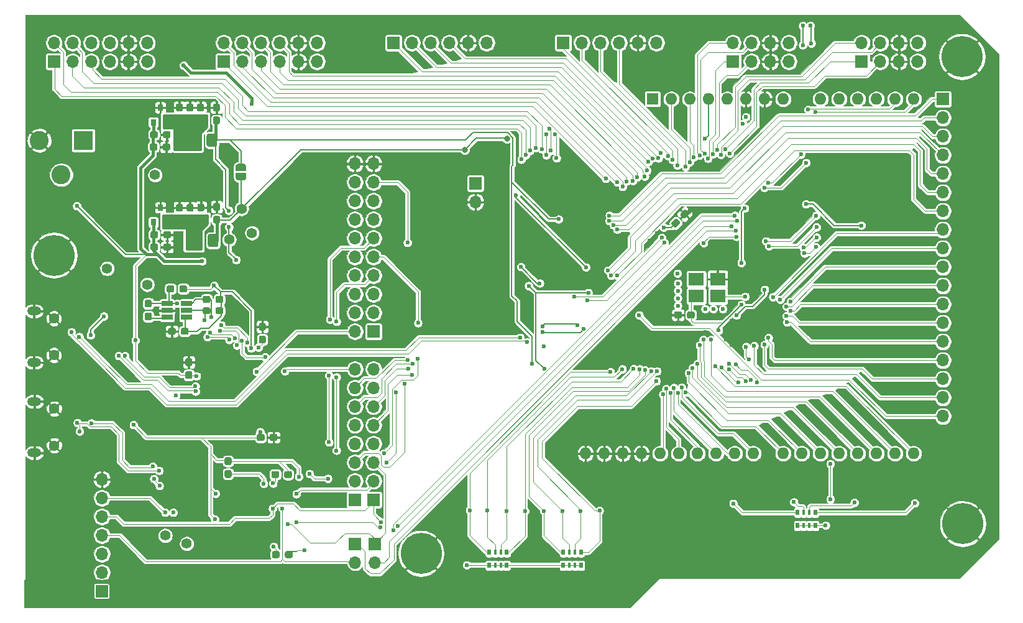
<source format=gbl>
%TF.GenerationSoftware,KiCad,Pcbnew,(5.1.6)-1*%
%TF.CreationDate,2020-08-05T13:56:11+01:00*%
%TF.ProjectId,arktika-fpga,61726b74-696b-4612-9d66-7067612e6b69,rev?*%
%TF.SameCoordinates,Original*%
%TF.FileFunction,Copper,L2,Bot*%
%TF.FilePolarity,Positive*%
%FSLAX46Y46*%
G04 Gerber Fmt 4.6, Leading zero omitted, Abs format (unit mm)*
G04 Created by KiCad (PCBNEW (5.1.6)-1) date 2020-08-05 13:56:11*
%MOMM*%
%LPD*%
G01*
G04 APERTURE LIST*
%TA.AperFunction,ComponentPad*%
%ADD10C,5.600000*%
%TD*%
%TA.AperFunction,SMDPad,CuDef*%
%ADD11R,2.100000X1.800000*%
%TD*%
%TA.AperFunction,ComponentPad*%
%ADD12O,1.900000X1.200000*%
%TD*%
%TA.AperFunction,ComponentPad*%
%ADD13C,1.450000*%
%TD*%
%TA.AperFunction,SMDPad,CuDef*%
%ADD14C,0.100000*%
%TD*%
%TA.AperFunction,ComponentPad*%
%ADD15C,1.400000*%
%TD*%
%TA.AperFunction,ComponentPad*%
%ADD16O,1.700000X1.700000*%
%TD*%
%TA.AperFunction,ComponentPad*%
%ADD17R,1.700000X1.700000*%
%TD*%
%TA.AperFunction,ComponentPad*%
%ADD18O,1.600000X1.600000*%
%TD*%
%TA.AperFunction,ComponentPad*%
%ADD19R,1.600000X1.600000*%
%TD*%
%TA.AperFunction,SMDPad,CuDef*%
%ADD20R,1.560000X0.650000*%
%TD*%
%TA.AperFunction,SMDPad,CuDef*%
%ADD21R,0.800000X0.900000*%
%TD*%
%TA.AperFunction,SMDPad,CuDef*%
%ADD22R,0.500000X0.800000*%
%TD*%
%TA.AperFunction,SMDPad,CuDef*%
%ADD23R,0.400000X0.800000*%
%TD*%
%TA.AperFunction,ComponentPad*%
%ADD24C,2.600000*%
%TD*%
%TA.AperFunction,ComponentPad*%
%ADD25R,2.600000X2.600000*%
%TD*%
%TA.AperFunction,ViaPad*%
%ADD26C,0.600000*%
%TD*%
%TA.AperFunction,ViaPad*%
%ADD27C,0.800000*%
%TD*%
%TA.AperFunction,Conductor*%
%ADD28C,0.125000*%
%TD*%
%TA.AperFunction,Conductor*%
%ADD29C,0.400000*%
%TD*%
%TA.AperFunction,Conductor*%
%ADD30C,0.150000*%
%TD*%
%TA.AperFunction,Conductor*%
%ADD31C,0.200000*%
%TD*%
%TA.AperFunction,Conductor*%
%ADD32C,0.254000*%
%TD*%
%TA.AperFunction,NonConductor*%
%ADD33C,0.152000*%
%TD*%
G04 APERTURE END LIST*
D10*
%TO.P,REF\u002A\u002A,1*%
%TO.N,GND*%
X138550000Y-131250000D03*
%TD*%
%TO.P,REF\u002A\u002A,1*%
%TO.N,GND*%
X88550000Y-90650000D03*
%TD*%
%TO.P,REF\u002A\u002A,1*%
%TO.N,GND*%
X212250000Y-63600000D03*
%TD*%
%TO.P,REF\u002A\u002A,1*%
%TO.N,GND*%
X212350000Y-127200000D03*
%TD*%
D11*
%TO.P,XUP1,1*%
%TO.N,Net-(XUP1-Pad1)*%
X176050000Y-93900000D03*
%TO.P,XUP1,2*%
%TO.N,GND*%
X178950000Y-93900000D03*
%TO.P,XUP1,3*%
%TO.N,/FPGA_IO/OSC_OUT*%
X178950000Y-96200000D03*
%TO.P,XUP1,4*%
%TO.N,/VCC3V3*%
X176050000Y-96200000D03*
%TD*%
D12*
%TO.P,JUSB2,6*%
%TO.N,GND*%
X85862500Y-117550000D03*
X85862500Y-110550000D03*
D13*
X88562500Y-116550000D03*
X88562500Y-111550000D03*
%TD*%
D12*
%TO.P,JUSB1,6*%
%TO.N,GND*%
X85812500Y-105250000D03*
X85812500Y-98250000D03*
D13*
X88512500Y-104250000D03*
X88512500Y-99250000D03*
%TD*%
%TA.AperFunction,SMDPad,CuDef*%
D14*
%TO.P,JP2,2*%
%TO.N,/Power/VCC1.2_PLL*%
G36*
X114749398Y-79950000D02*
G01*
X114749398Y-79974534D01*
X114744588Y-80023365D01*
X114735016Y-80071490D01*
X114720772Y-80118445D01*
X114701995Y-80163778D01*
X114678864Y-80207051D01*
X114651604Y-80247850D01*
X114620476Y-80285779D01*
X114585779Y-80320476D01*
X114547850Y-80351604D01*
X114507051Y-80378864D01*
X114463778Y-80401995D01*
X114418445Y-80420772D01*
X114371490Y-80435016D01*
X114323365Y-80444588D01*
X114274534Y-80449398D01*
X114250000Y-80449398D01*
X114250000Y-80450000D01*
X113750000Y-80450000D01*
X113750000Y-80449398D01*
X113725466Y-80449398D01*
X113676635Y-80444588D01*
X113628510Y-80435016D01*
X113581555Y-80420772D01*
X113536222Y-80401995D01*
X113492949Y-80378864D01*
X113452150Y-80351604D01*
X113414221Y-80320476D01*
X113379524Y-80285779D01*
X113348396Y-80247850D01*
X113321136Y-80207051D01*
X113298005Y-80163778D01*
X113279228Y-80118445D01*
X113264984Y-80071490D01*
X113255412Y-80023365D01*
X113250602Y-79974534D01*
X113250602Y-79950000D01*
X113250000Y-79950000D01*
X113250000Y-79450000D01*
X114750000Y-79450000D01*
X114750000Y-79950000D01*
X114749398Y-79950000D01*
G37*
%TD.AperFunction*%
%TA.AperFunction,SMDPad,CuDef*%
%TO.P,JP2,1*%
%TO.N,/Power/VCC_CORE*%
G36*
X113250000Y-79150000D02*
G01*
X113250000Y-78650000D01*
X113250602Y-78650000D01*
X113250602Y-78625466D01*
X113255412Y-78576635D01*
X113264984Y-78528510D01*
X113279228Y-78481555D01*
X113298005Y-78436222D01*
X113321136Y-78392949D01*
X113348396Y-78352150D01*
X113379524Y-78314221D01*
X113414221Y-78279524D01*
X113452150Y-78248396D01*
X113492949Y-78221136D01*
X113536222Y-78198005D01*
X113581555Y-78179228D01*
X113628510Y-78164984D01*
X113676635Y-78155412D01*
X113725466Y-78150602D01*
X113750000Y-78150602D01*
X113750000Y-78150000D01*
X114250000Y-78150000D01*
X114250000Y-78150602D01*
X114274534Y-78150602D01*
X114323365Y-78155412D01*
X114371490Y-78164984D01*
X114418445Y-78179228D01*
X114463778Y-78198005D01*
X114507051Y-78221136D01*
X114547850Y-78248396D01*
X114585779Y-78279524D01*
X114620476Y-78314221D01*
X114651604Y-78352150D01*
X114678864Y-78392949D01*
X114701995Y-78436222D01*
X114720772Y-78481555D01*
X114735016Y-78528510D01*
X114744588Y-78576635D01*
X114749398Y-78625466D01*
X114749398Y-78650000D01*
X114750000Y-78650000D01*
X114750000Y-79150000D01*
X113250000Y-79150000D01*
G37*
%TD.AperFunction*%
%TD*%
D15*
%TO.P,TP8,1*%
%TO.N,/FPGA_PERIPHS/D+*%
X106600000Y-129900000D03*
%TD*%
%TO.P,TP7,1*%
%TO.N,/FPGA_PERIPHS/D-*%
X103700000Y-128800000D03*
%TD*%
%TO.P,TP6,1*%
%TO.N,/Power/VCC1.2_PLL*%
X114100000Y-84300000D03*
%TD*%
%TO.P,TP5,1*%
%TO.N,/Power/VCC_CORE*%
X112400000Y-88500000D03*
%TD*%
%TO.P,TP4,1*%
%TO.N,/VCC3V3*%
X115500000Y-87600000D03*
%TD*%
%TO.P,TP3,1*%
%TO.N,/VCC5V*%
X102300000Y-79700000D03*
%TD*%
%TO.P,TP2,1*%
%TO.N,/D-*%
X101250000Y-94650000D03*
%TD*%
%TO.P,TP1,1*%
%TO.N,/D+*%
X95758000Y-92456000D03*
%TD*%
%TO.P,CP7_4,2*%
%TO.N,GND*%
%TA.AperFunction,SMDPad,CuDef*%
G36*
G01*
X174265425Y-85570451D02*
X173929549Y-85234575D01*
G75*
G02*
X173929549Y-84898699I167938J167938D01*
G01*
X174336135Y-84492113D01*
G75*
G02*
X174672011Y-84492113I167938J-167938D01*
G01*
X175007887Y-84827989D01*
G75*
G02*
X175007887Y-85163865I-167938J-167938D01*
G01*
X174601301Y-85570451D01*
G75*
G02*
X174265425Y-85570451I-167938J167938D01*
G01*
G37*
%TD.AperFunction*%
%TO.P,CP7_4,1*%
%TO.N,/Power/VCC_CORE*%
%TA.AperFunction,SMDPad,CuDef*%
G36*
G01*
X173027989Y-86807887D02*
X172692113Y-86472011D01*
G75*
G02*
X172692113Y-86136135I167938J167938D01*
G01*
X173098699Y-85729549D01*
G75*
G02*
X173434575Y-85729549I167938J-167938D01*
G01*
X173770451Y-86065425D01*
G75*
G02*
X173770451Y-86401301I-167938J-167938D01*
G01*
X173363865Y-86807887D01*
G75*
G02*
X173027989Y-86807887I-167938J167938D01*
G01*
G37*
%TD.AperFunction*%
%TD*%
D16*
%TO.P,BPER1,2*%
%TO.N,GND*%
X145950000Y-83390000D03*
D17*
%TO.P,BPER1,1*%
%TO.N,/FPGA_IO/Buzzer*%
X145950000Y-80850000D03*
%TD*%
D16*
%TO.P,JEXT1,18*%
%TO.N,/FPGA_IO/EXT18*%
X209625000Y-112555000D03*
%TO.P,JEXT1,17*%
%TO.N,/FPGA_IO/EXT17*%
X209625000Y-110015000D03*
%TO.P,JEXT1,16*%
%TO.N,/FPGA_IO/EXT16*%
X209625000Y-107475000D03*
%TO.P,JEXT1,15*%
%TO.N,/FPGA_IO/EXT15*%
X209625000Y-104935000D03*
%TO.P,JEXT1,14*%
%TO.N,/FPGA_IO/EXT14*%
X209625000Y-102395000D03*
%TO.P,JEXT1,13*%
%TO.N,/FPGA_IO/EXT13*%
X209625000Y-99855000D03*
%TO.P,JEXT1,12*%
%TO.N,/FPGA_IO/EXT12*%
X209625000Y-97315000D03*
%TO.P,JEXT1,11*%
%TO.N,/FPGA_IO/EXT11*%
X209625000Y-94775000D03*
%TO.P,JEXT1,10*%
%TO.N,/FPGA_IO/EXT10*%
X209625000Y-92235000D03*
%TO.P,JEXT1,9*%
%TO.N,/FPGA_IO/EXT9*%
X209625000Y-89695000D03*
%TO.P,JEXT1,8*%
%TO.N,/FPGA_IO/EXT8*%
X209625000Y-87155000D03*
%TO.P,JEXT1,7*%
%TO.N,/FPGA_IO/EXT7*%
X209625000Y-84615000D03*
%TO.P,JEXT1,6*%
%TO.N,/FPGA_IO/EXT6*%
X209625000Y-82075000D03*
%TO.P,JEXT1,5*%
%TO.N,/FPGA_IO/EXT5*%
X209625000Y-79535000D03*
%TO.P,JEXT1,4*%
%TO.N,/FPGA_IO/EXT4*%
X209625000Y-76995000D03*
%TO.P,JEXT1,3*%
%TO.N,/FPGA_IO/EXT3*%
X209625000Y-74455000D03*
%TO.P,JEXT1,2*%
%TO.N,/FPGA_IO/EXT2*%
X209625000Y-71915000D03*
D17*
%TO.P,JEXT1,1*%
%TO.N,/FPGA_IO/EXT1*%
X209625000Y-69375000D03*
%TD*%
D18*
%TO.P,A1,16*%
%TO.N,/FPGA_IO/ARDUINO_D1*%
X203095000Y-117630000D03*
%TO.P,A1,15*%
%TO.N,/FPGA_IO/ARDUINO_D0*%
X205635000Y-117630000D03*
%TO.P,A1,30*%
%TO.N,GND*%
X166015000Y-117630000D03*
%TO.P,A1,14*%
%TO.N,/FPGA_IO/ARDUINO_EXTRA_3*%
X205635000Y-69370000D03*
%TO.P,A1,29*%
%TO.N,GND*%
X168555000Y-117630000D03*
%TO.P,A1,13*%
%TO.N,/FPGA_IO/ARDUINO_EXTRA_4*%
X203095000Y-69370000D03*
%TO.P,A1,28*%
%TO.N,/FPGA_IO/ARDUINO_D13*%
X171095000Y-117630000D03*
%TO.P,A1,12*%
%TO.N,ADC_CH3*%
X200555000Y-69370000D03*
%TO.P,A1,27*%
%TO.N,/FPGA_IO/ARDUINO_D12*%
X173635000Y-117630000D03*
%TO.P,A1,11*%
%TO.N,ADC_CH2*%
X198015000Y-69370000D03*
%TO.P,A1,26*%
%TO.N,/FPGA_IO/ARDUINO_D11*%
X176175000Y-117630000D03*
%TO.P,A1,10*%
%TO.N,ADC_CH1*%
X195475000Y-69370000D03*
%TO.P,A1,25*%
%TO.N,/FPGA_IO/ARDUINO_D10*%
X178715000Y-117630000D03*
%TO.P,A1,9*%
%TO.N,ADC_CH0*%
X192935000Y-69370000D03*
%TO.P,A1,24*%
%TO.N,/FPGA_IO/ARDUINO_D9*%
X181255000Y-117630000D03*
%TO.P,A1,8*%
%TO.N,/VIN*%
X187855000Y-69370000D03*
%TO.P,A1,23*%
%TO.N,/FPGA_IO/ARDUINO_D8*%
X183795000Y-117630000D03*
%TO.P,A1,7*%
%TO.N,GND*%
X185315000Y-69370000D03*
%TO.P,A1,22*%
%TO.N,/FPGA_IO/ARDUINO_D7*%
X187855000Y-117630000D03*
%TO.P,A1,6*%
%TO.N,GND*%
X182775000Y-69370000D03*
%TO.P,A1,21*%
%TO.N,/FPGA_IO/ARDUINO_D6*%
X190395000Y-117630000D03*
%TO.P,A1,5*%
%TO.N,/VCC5V*%
X180235000Y-69370000D03*
%TO.P,A1,20*%
%TO.N,/FPGA_IO/ARDUINO_D5*%
X192935000Y-117630000D03*
%TO.P,A1,4*%
%TO.N,/VCC3V3*%
X177695000Y-69370000D03*
%TO.P,A1,19*%
%TO.N,/FPGA_IO/ARDUINO_D4*%
X195475000Y-117630000D03*
%TO.P,A1,3*%
%TO.N,/FPGA_IO/ARDUINO_RESET*%
X175155000Y-69370000D03*
%TO.P,A1,18*%
%TO.N,/FPGA_IO/ARDUINO_D3*%
X198015000Y-117630000D03*
%TO.P,A1,2*%
%TO.N,/FPGA_IO/ARDUINO_EXTRA_1*%
X172615000Y-69370000D03*
%TO.P,A1,17*%
%TO.N,/FPGA_IO/ARDUINO_D2*%
X200555000Y-117630000D03*
D19*
%TO.P,A1,1*%
%TO.N,Net-(A1-Pad1)*%
X170075000Y-69370000D03*
D18*
%TO.P,A1,31*%
%TO.N,GND*%
X163475000Y-117630000D03*
%TO.P,A1,32*%
X160935000Y-117630000D03*
%TD*%
D16*
%TO.P,JUP6,20*%
%TO.N,GND*%
X129527300Y-78168500D03*
%TO.P,JUP6,19*%
X132067300Y-78168500D03*
%TO.P,JUP6,18*%
%TO.N,/USB AND PROG/C9'*%
X129527300Y-80708500D03*
%TO.P,JUP6,17*%
%TO.N,/USB AND PROG/C8'*%
X132067300Y-80708500D03*
%TO.P,JUP6,16*%
%TO.N,/USB AND PROG/ACBUS7*%
X129527300Y-83248500D03*
%TO.P,JUP6,15*%
%TO.N,/USB AND PROG/ADBUS7*%
X132067300Y-83248500D03*
%TO.P,JUP6,14*%
%TO.N,/USB AND PROG/ACBUS6*%
X129527300Y-85788500D03*
%TO.P,JUP6,13*%
%TO.N,/USB AND PROG/ADBUS6*%
X132067300Y-85788500D03*
%TO.P,JUP6,12*%
%TO.N,/USB AND PROG/ACBUS5*%
X129527300Y-88328500D03*
%TO.P,JUP6,11*%
%TO.N,/USB AND PROG/ADBUS5*%
X132067300Y-88328500D03*
%TO.P,JUP6,10*%
%TO.N,/USB AND PROG/ACBUS4*%
X129527300Y-90868500D03*
%TO.P,JUP6,9*%
%TO.N,/USB AND PROG/ADBUS4*%
X132067300Y-90868500D03*
%TO.P,JUP6,8*%
%TO.N,/USB AND PROG/ACBUS3*%
X129527300Y-93408500D03*
%TO.P,JUP6,7*%
%TO.N,/USB AND PROG/ADBUS3*%
X132067300Y-93408500D03*
%TO.P,JUP6,6*%
%TO.N,/USB AND PROG/ACBUS2*%
X129527300Y-95948500D03*
%TO.P,JUP6,5*%
%TO.N,/USB AND PROG/ADBUS2*%
X132067300Y-95948500D03*
%TO.P,JUP6,4*%
%TO.N,/USB AND PROG/ACBUS1*%
X129527300Y-98488500D03*
%TO.P,JUP6,3*%
%TO.N,/USB AND PROG/ADBUS1*%
X132067300Y-98488500D03*
%TO.P,JUP6,2*%
%TO.N,/USB AND PROG/ACBUS0*%
X129527300Y-101028500D03*
D17*
%TO.P,JUP6,1*%
%TO.N,/USB AND PROG/ADBUS0*%
X132067300Y-101028500D03*
%TD*%
%TO.P,JUP7_2,1*%
%TO.N,/USB AND PROG/ICE_SCK*%
X132067300Y-123935000D03*
D16*
%TO.P,JUP7_2,2*%
%TO.N,/USB AND PROG/FLASH_MOSI*%
X132067300Y-121395000D03*
%TO.P,JUP7_2,3*%
%TO.N,/USB AND PROG/FLASH_MISO*%
X132067300Y-118855000D03*
%TO.P,JUP7_2,4*%
%TO.N,/USB AND PROG/ICE_CS*%
X132067300Y-116315000D03*
%TO.P,JUP7_2,5*%
%TO.N,/USB AND PROG/CDONE*%
X132067300Y-113775000D03*
%TO.P,JUP7_2,6*%
%TO.N,/USB AND PROG/ICE_CRESET*%
X132067300Y-111235000D03*
%TO.P,JUP7_2,7*%
%TO.N,/USB AND PROG/C8*%
X132067300Y-108695000D03*
%TO.P,JUP7_2,8*%
%TO.N,/USB AND PROG/C9*%
X132067300Y-106155000D03*
%TD*%
%TO.P,PMODA_2,12*%
%TO.N,/VCC3V3*%
X124351500Y-61731500D03*
%TO.P,PMODA_2,11*%
X124351500Y-64271500D03*
%TO.P,PMODA_2,10*%
%TO.N,GND*%
X121811500Y-61731500D03*
%TO.P,PMODA_2,9*%
X121811500Y-64271500D03*
%TO.P,PMODA_2,8*%
%TO.N,/FPGA_IO/PMOD1_B_10*%
X119271500Y-61731500D03*
%TO.P,PMODA_2,7*%
%TO.N,/FPGA_IO/PMOD1_B_4*%
X119271500Y-64271500D03*
%TO.P,PMODA_2,6*%
%TO.N,/FPGA_IO/PMOD1_B_9*%
X116731500Y-61731500D03*
%TO.P,PMODA_2,5*%
%TO.N,/FPGA_IO/PMOD1_B_3*%
X116731500Y-64271500D03*
%TO.P,PMODA_2,4*%
%TO.N,/FPGA_IO/PMOD1_B_8*%
X114191500Y-61731500D03*
%TO.P,PMODA_2,3*%
%TO.N,/FPGA_IO/PMOD1_B_2*%
X114191500Y-64271500D03*
%TO.P,PMODA_2,2*%
%TO.N,/FPGA_IO/PMOD1_B_7*%
X111651500Y-61731500D03*
D17*
%TO.P,PMODA_2,1*%
%TO.N,/FPGA_IO/PMOD1_B_1*%
X111651500Y-64271500D03*
%TD*%
D16*
%TO.P,PMODA_1,12*%
%TO.N,/VCC3V3*%
X101226500Y-61731500D03*
%TO.P,PMODA_1,11*%
X101226500Y-64271500D03*
%TO.P,PMODA_1,10*%
%TO.N,GND*%
X98686500Y-61731500D03*
%TO.P,PMODA_1,9*%
X98686500Y-64271500D03*
%TO.P,PMODA_1,8*%
%TO.N,/FPGA_IO/PMOD1_A_10*%
X96146500Y-61731500D03*
%TO.P,PMODA_1,7*%
%TO.N,/FPGA_IO/PMOD1_A_4*%
X96146500Y-64271500D03*
%TO.P,PMODA_1,6*%
%TO.N,/FPGA_IO/PMOD1_A_9*%
X93606500Y-61731500D03*
%TO.P,PMODA_1,5*%
%TO.N,/FPGA_IO/PMOD1_A_3*%
X93606500Y-64271500D03*
%TO.P,PMODA_1,4*%
%TO.N,/FPGA_IO/PMOD1_A_8*%
X91066500Y-61731500D03*
%TO.P,PMODA_1,3*%
%TO.N,/FPGA_IO/PMOD1_A_2*%
X91066500Y-64271500D03*
%TO.P,PMODA_1,2*%
%TO.N,/FPGA_IO/PMOD1_A_7*%
X88526500Y-61731500D03*
D17*
%TO.P,PMODA_1,1*%
%TO.N,/FPGA_IO/PMOD1_A_1*%
X88526500Y-64271500D03*
%TD*%
D16*
%TO.P,PMODC_2,6*%
%TO.N,/VCC3V3*%
X170601500Y-61721500D03*
%TO.P,PMODC_2,5*%
%TO.N,GND*%
X168061500Y-61721500D03*
%TO.P,PMODC_2,4*%
%TO.N,/FPGA_IO/PMOD3_B_4*%
X165521500Y-61721500D03*
%TO.P,PMODC_2,3*%
%TO.N,/FPGA_IO/PMOD3_B_3*%
X162981500Y-61721500D03*
%TO.P,PMODC_2,2*%
%TO.N,/FPGA_IO/PMOD3_B_2*%
X160441500Y-61721500D03*
D17*
%TO.P,PMODC_2,1*%
%TO.N,/FPGA_IO/PMOD3_B_1*%
X157901500Y-61721500D03*
%TD*%
D16*
%TO.P,PMODC_1,6*%
%TO.N,/VCC3V3*%
X147476500Y-61724500D03*
%TO.P,PMODC_1,5*%
%TO.N,GND*%
X144936500Y-61724500D03*
%TO.P,PMODC_1,4*%
%TO.N,/FPGA_IO/PMOD3_A_4*%
X142396500Y-61724500D03*
%TO.P,PMODC_1,3*%
%TO.N,/FPGA_IO/PMOD3_A_3*%
X139856500Y-61724500D03*
%TO.P,PMODC_1,2*%
%TO.N,/FPGA_IO/PMOD3_A_2*%
X137316500Y-61724500D03*
D17*
%TO.P,PMODC_1,1*%
%TO.N,/FPGA_IO/PMOD3_A_1*%
X134776500Y-61724500D03*
%TD*%
D16*
%TO.P,PMODB_2,8*%
%TO.N,/VCC3V3*%
X206184500Y-61722000D03*
%TO.P,PMODB_2,7*%
X206184500Y-64262000D03*
%TO.P,PMODB_2,6*%
%TO.N,GND*%
X203644500Y-61722000D03*
%TO.P,PMODB_2,5*%
X203644500Y-64262000D03*
%TO.P,PMODB_2,4*%
%TO.N,/FPGA_IO/PMOD2_B_4*%
X201104500Y-61722000D03*
%TO.P,PMODB_2,3*%
%TO.N,/FPGA_IO/PMOD2_B_3*%
X201104500Y-64262000D03*
%TO.P,PMODB_2,2*%
%TO.N,/FPGA_IO/PMOD2_B_2*%
X198564500Y-61722000D03*
D17*
%TO.P,PMODB_2,1*%
%TO.N,/FPGA_IO/PMOD2_B_1*%
X198564500Y-64262000D03*
%TD*%
D16*
%TO.P,PMODB_1,8*%
%TO.N,/VCC3V3*%
X188646500Y-61734500D03*
%TO.P,PMODB_1,7*%
X188646500Y-64274500D03*
%TO.P,PMODB_1,6*%
%TO.N,GND*%
X186106500Y-61734500D03*
%TO.P,PMODB_1,5*%
X186106500Y-64274500D03*
%TO.P,PMODB_1,4*%
%TO.N,/FPGA_IO/PMOD2_A_4*%
X183566500Y-61734500D03*
%TO.P,PMODB_1,3*%
%TO.N,/FPGA_IO/PMOD2_A_3*%
X183566500Y-64274500D03*
%TO.P,PMODB_1,2*%
%TO.N,/FPGA_IO/PMOD2_A_2*%
X181026500Y-61734500D03*
D17*
%TO.P,PMODB_1,1*%
%TO.N,/FPGA_IO/PMOD2_A_1*%
X181026500Y-64274500D03*
%TD*%
D16*
%TO.P,JUP9,7*%
%TO.N,GND*%
X95059500Y-121158000D03*
%TO.P,JUP9,6*%
%TO.N,/USB AND PROG/FLASH_CS*%
X95059500Y-123698000D03*
%TO.P,JUP9,5*%
%TO.N,/USB AND PROG/ICE_SCK*%
X95059500Y-126238000D03*
%TO.P,JUP9,4*%
%TO.N,/USB AND PROG/FLASH_MOSI*%
X95059500Y-128778000D03*
%TO.P,JUP9,3*%
%TO.N,/USB AND PROG/FLASH_MISO*%
X95059500Y-131318000D03*
%TO.P,JUP9,2*%
%TO.N,/USB AND PROG/flash_~WP*%
X95059500Y-133858000D03*
D17*
%TO.P,JUP9,1*%
%TO.N,/USB AND PROG/flash_~RST*%
X95059500Y-136398000D03*
%TD*%
D20*
%TO.P,UUP2,5*%
%TO.N,/USB AND PROG/EECS*%
X106625000Y-98150000D03*
%TO.P,UUP2,6*%
%TO.N,/USB AND PROG/VCC3V3_USB*%
X106625000Y-99100000D03*
%TO.P,UUP2,4*%
%TO.N,/USB AND PROG/EECLK*%
X106625000Y-97200000D03*
%TO.P,UUP2,3*%
%TO.N,/USB AND PROG/EEDATA*%
X103925000Y-97200000D03*
%TO.P,UUP2,2*%
%TO.N,GND*%
X103925000Y-98150000D03*
%TO.P,UUP2,1*%
%TO.N,Net-(RUP7-Pad2)*%
X103925000Y-99100000D03*
%TD*%
D21*
%TO.P,UP3,3*%
%TO.N,GND*%
X103025000Y-84150000D03*
%TO.P,UP3,2*%
%TO.N,/VCC3V3*%
X102075000Y-86150000D03*
%TO.P,UP3,1*%
%TO.N,Net-(CP3_3-Pad1)*%
X103975000Y-86150000D03*
%TD*%
%TO.P,UP2,3*%
%TO.N,GND*%
X103025000Y-70525000D03*
%TO.P,UP2,2*%
%TO.N,/VCC3V3*%
X102075000Y-72525000D03*
%TO.P,UP2,1*%
%TO.N,Net-(CCP5_2-Pad1)*%
X103975000Y-72525000D03*
%TD*%
%TO.P,RUP7_4,2*%
%TO.N,/USB AND PROG/ICE_SCK*%
%TA.AperFunction,SMDPad,CuDef*%
G36*
G01*
X119200000Y-120262500D02*
X119200000Y-120737500D01*
G75*
G02*
X118962500Y-120975000I-237500J0D01*
G01*
X118387500Y-120975000D01*
G75*
G02*
X118150000Y-120737500I0J237500D01*
G01*
X118150000Y-120262500D01*
G75*
G02*
X118387500Y-120025000I237500J0D01*
G01*
X118962500Y-120025000D01*
G75*
G02*
X119200000Y-120262500I0J-237500D01*
G01*
G37*
%TD.AperFunction*%
%TO.P,RUP7_4,1*%
%TO.N,/VCC3V3*%
%TA.AperFunction,SMDPad,CuDef*%
G36*
G01*
X120950000Y-120262500D02*
X120950000Y-120737500D01*
G75*
G02*
X120712500Y-120975000I-237500J0D01*
G01*
X120137500Y-120975000D01*
G75*
G02*
X119900000Y-120737500I0J237500D01*
G01*
X119900000Y-120262500D01*
G75*
G02*
X120137500Y-120025000I237500J0D01*
G01*
X120712500Y-120025000D01*
G75*
G02*
X120950000Y-120262500I0J-237500D01*
G01*
G37*
%TD.AperFunction*%
%TD*%
%TO.P,RUP7_3,2*%
%TO.N,/USB AND PROG/flash_~RST*%
%TA.AperFunction,SMDPad,CuDef*%
G36*
G01*
X112012500Y-119900000D02*
X112487500Y-119900000D01*
G75*
G02*
X112725000Y-120137500I0J-237500D01*
G01*
X112725000Y-120712500D01*
G75*
G02*
X112487500Y-120950000I-237500J0D01*
G01*
X112012500Y-120950000D01*
G75*
G02*
X111775000Y-120712500I0J237500D01*
G01*
X111775000Y-120137500D01*
G75*
G02*
X112012500Y-119900000I237500J0D01*
G01*
G37*
%TD.AperFunction*%
%TO.P,RUP7_3,1*%
%TO.N,/VCC3V3*%
%TA.AperFunction,SMDPad,CuDef*%
G36*
G01*
X112012500Y-118150000D02*
X112487500Y-118150000D01*
G75*
G02*
X112725000Y-118387500I0J-237500D01*
G01*
X112725000Y-118962500D01*
G75*
G02*
X112487500Y-119200000I-237500J0D01*
G01*
X112012500Y-119200000D01*
G75*
G02*
X111775000Y-118962500I0J237500D01*
G01*
X111775000Y-118387500D01*
G75*
G02*
X112012500Y-118150000I237500J0D01*
G01*
G37*
%TD.AperFunction*%
%TD*%
%TO.P,RUP7_2,2*%
%TO.N,/USB AND PROG/flash_~WP*%
%TA.AperFunction,SMDPad,CuDef*%
G36*
G01*
X119300000Y-131162500D02*
X119300000Y-131637500D01*
G75*
G02*
X119062500Y-131875000I-237500J0D01*
G01*
X118487500Y-131875000D01*
G75*
G02*
X118250000Y-131637500I0J237500D01*
G01*
X118250000Y-131162500D01*
G75*
G02*
X118487500Y-130925000I237500J0D01*
G01*
X119062500Y-130925000D01*
G75*
G02*
X119300000Y-131162500I0J-237500D01*
G01*
G37*
%TD.AperFunction*%
%TO.P,RUP7_2,1*%
%TO.N,/VCC3V3*%
%TA.AperFunction,SMDPad,CuDef*%
G36*
G01*
X121050000Y-131162500D02*
X121050000Y-131637500D01*
G75*
G02*
X120812500Y-131875000I-237500J0D01*
G01*
X120237500Y-131875000D01*
G75*
G02*
X120000000Y-131637500I0J237500D01*
G01*
X120000000Y-131162500D01*
G75*
G02*
X120237500Y-130925000I237500J0D01*
G01*
X120812500Y-130925000D01*
G75*
G02*
X121050000Y-131162500I0J-237500D01*
G01*
G37*
%TD.AperFunction*%
%TD*%
%TO.P,RUP7,2*%
%TO.N,Net-(RUP7-Pad2)*%
%TA.AperFunction,SMDPad,CuDef*%
G36*
G01*
X101137500Y-98450000D02*
X101612500Y-98450000D01*
G75*
G02*
X101850000Y-98687500I0J-237500D01*
G01*
X101850000Y-99262500D01*
G75*
G02*
X101612500Y-99500000I-237500J0D01*
G01*
X101137500Y-99500000D01*
G75*
G02*
X100900000Y-99262500I0J237500D01*
G01*
X100900000Y-98687500D01*
G75*
G02*
X101137500Y-98450000I237500J0D01*
G01*
G37*
%TD.AperFunction*%
%TO.P,RUP7,1*%
%TO.N,/USB AND PROG/EEDATA*%
%TA.AperFunction,SMDPad,CuDef*%
G36*
G01*
X101137500Y-96700000D02*
X101612500Y-96700000D01*
G75*
G02*
X101850000Y-96937500I0J-237500D01*
G01*
X101850000Y-97512500D01*
G75*
G02*
X101612500Y-97750000I-237500J0D01*
G01*
X101137500Y-97750000D01*
G75*
G02*
X100900000Y-97512500I0J237500D01*
G01*
X100900000Y-96937500D01*
G75*
G02*
X101137500Y-96700000I237500J0D01*
G01*
G37*
%TD.AperFunction*%
%TD*%
%TO.P,RUP6,2*%
%TO.N,/USB AND PROG/EEDATA*%
%TA.AperFunction,SMDPad,CuDef*%
G36*
G01*
X104925000Y-94987500D02*
X104925000Y-95462500D01*
G75*
G02*
X104687500Y-95700000I-237500J0D01*
G01*
X104112500Y-95700000D01*
G75*
G02*
X103875000Y-95462500I0J237500D01*
G01*
X103875000Y-94987500D01*
G75*
G02*
X104112500Y-94750000I237500J0D01*
G01*
X104687500Y-94750000D01*
G75*
G02*
X104925000Y-94987500I0J-237500D01*
G01*
G37*
%TD.AperFunction*%
%TO.P,RUP6,1*%
%TO.N,/USB AND PROG/VCC3V3_USB*%
%TA.AperFunction,SMDPad,CuDef*%
G36*
G01*
X106675000Y-94987500D02*
X106675000Y-95462500D01*
G75*
G02*
X106437500Y-95700000I-237500J0D01*
G01*
X105862500Y-95700000D01*
G75*
G02*
X105625000Y-95462500I0J237500D01*
G01*
X105625000Y-94987500D01*
G75*
G02*
X105862500Y-94750000I237500J0D01*
G01*
X106437500Y-94750000D01*
G75*
G02*
X106675000Y-94987500I0J-237500D01*
G01*
G37*
%TD.AperFunction*%
%TD*%
%TO.P,RUP5,2*%
%TO.N,/USB AND PROG/EECLK*%
%TA.AperFunction,SMDPad,CuDef*%
G36*
G01*
X109850000Y-96412500D02*
X109850000Y-96887500D01*
G75*
G02*
X109612500Y-97125000I-237500J0D01*
G01*
X109037500Y-97125000D01*
G75*
G02*
X108800000Y-96887500I0J237500D01*
G01*
X108800000Y-96412500D01*
G75*
G02*
X109037500Y-96175000I237500J0D01*
G01*
X109612500Y-96175000D01*
G75*
G02*
X109850000Y-96412500I0J-237500D01*
G01*
G37*
%TD.AperFunction*%
%TO.P,RUP5,1*%
%TO.N,/USB AND PROG/VCC3V3_USB*%
%TA.AperFunction,SMDPad,CuDef*%
G36*
G01*
X111600000Y-96412500D02*
X111600000Y-96887500D01*
G75*
G02*
X111362500Y-97125000I-237500J0D01*
G01*
X110787500Y-97125000D01*
G75*
G02*
X110550000Y-96887500I0J237500D01*
G01*
X110550000Y-96412500D01*
G75*
G02*
X110787500Y-96175000I237500J0D01*
G01*
X111362500Y-96175000D01*
G75*
G02*
X111600000Y-96412500I0J-237500D01*
G01*
G37*
%TD.AperFunction*%
%TD*%
%TO.P,RUP4,2*%
%TO.N,/USB AND PROG/EECS*%
%TA.AperFunction,SMDPad,CuDef*%
G36*
G01*
X109850000Y-97962500D02*
X109850000Y-98437500D01*
G75*
G02*
X109612500Y-98675000I-237500J0D01*
G01*
X109037500Y-98675000D01*
G75*
G02*
X108800000Y-98437500I0J237500D01*
G01*
X108800000Y-97962500D01*
G75*
G02*
X109037500Y-97725000I237500J0D01*
G01*
X109612500Y-97725000D01*
G75*
G02*
X109850000Y-97962500I0J-237500D01*
G01*
G37*
%TD.AperFunction*%
%TO.P,RUP4,1*%
%TO.N,/USB AND PROG/VCC3V3_USB*%
%TA.AperFunction,SMDPad,CuDef*%
G36*
G01*
X111600000Y-97962500D02*
X111600000Y-98437500D01*
G75*
G02*
X111362500Y-98675000I-237500J0D01*
G01*
X110787500Y-98675000D01*
G75*
G02*
X110550000Y-98437500I0J237500D01*
G01*
X110550000Y-97962500D01*
G75*
G02*
X110787500Y-97725000I237500J0D01*
G01*
X111362500Y-97725000D01*
G75*
G02*
X111600000Y-97962500I0J-237500D01*
G01*
G37*
%TD.AperFunction*%
%TD*%
D22*
%TO.P,RPER4,5*%
%TO.N,/VCC3V3*%
X160325000Y-132875000D03*
D23*
%TO.P,RPER4,6*%
X159525000Y-132875000D03*
D22*
%TO.P,RPER4,8*%
X157925000Y-132875000D03*
D23*
%TO.P,RPER4,7*%
X158725000Y-132875000D03*
D22*
%TO.P,RPER4,4*%
%TO.N,/FPGA_IO/SW0*%
X160325000Y-131075000D03*
D23*
%TO.P,RPER4,2*%
%TO.N,/FPGA_IO/SW2*%
X158725000Y-131075000D03*
%TO.P,RPER4,3*%
%TO.N,/FPGA_IO/SW1*%
X159525000Y-131075000D03*
D22*
%TO.P,RPER4,1*%
%TO.N,/FPGA_IO/SW3*%
X157925000Y-131075000D03*
%TD*%
%TO.P,RPER3,5*%
%TO.N,/VCC3V3*%
X150225000Y-132875000D03*
D23*
%TO.P,RPER3,6*%
X149425000Y-132875000D03*
D22*
%TO.P,RPER3,8*%
X147825000Y-132875000D03*
D23*
%TO.P,RPER3,7*%
X148625000Y-132875000D03*
D22*
%TO.P,RPER3,4*%
%TO.N,/FPGA_IO/SW4*%
X150225000Y-131075000D03*
D23*
%TO.P,RPER3,2*%
%TO.N,/FPGA_IO/SW6*%
X148625000Y-131075000D03*
%TO.P,RPER3,3*%
%TO.N,/FPGA_IO/SW5*%
X149425000Y-131075000D03*
D22*
%TO.P,RPER3,1*%
%TO.N,/FPGA_IO/SW7*%
X147825000Y-131075000D03*
%TD*%
%TO.P,RPER2,5*%
%TO.N,/VCC3V3*%
X192237000Y-127461000D03*
D23*
%TO.P,RPER2,6*%
X191437000Y-127461000D03*
D22*
%TO.P,RPER2,8*%
X189837000Y-127461000D03*
D23*
%TO.P,RPER2,7*%
X190637000Y-127461000D03*
D22*
%TO.P,RPER2,4*%
%TO.N,/FPGA_IO/PSH3*%
X192237000Y-125661000D03*
D23*
%TO.P,RPER2,2*%
%TO.N,/FPGA_IO/PSH1*%
X190637000Y-125661000D03*
%TO.P,RPER2,3*%
%TO.N,/FPGA_IO/PSH2*%
X191437000Y-125661000D03*
D22*
%TO.P,RPER2,1*%
%TO.N,/FPGA_IO/PSH0*%
X189837000Y-125661000D03*
%TD*%
%TO.P,LP1_3,2*%
%TO.N,/Power/VCC1.2_PLL*%
%TA.AperFunction,SMDPad,CuDef*%
G36*
G01*
X109500000Y-89250000D02*
X109500000Y-88000000D01*
G75*
G02*
X109750000Y-87750000I250000J0D01*
G01*
X110675000Y-87750000D01*
G75*
G02*
X110925000Y-88000000I0J-250000D01*
G01*
X110925000Y-89250000D01*
G75*
G02*
X110675000Y-89500000I-250000J0D01*
G01*
X109750000Y-89500000D01*
G75*
G02*
X109500000Y-89250000I0J250000D01*
G01*
G37*
%TD.AperFunction*%
%TO.P,LP1_3,1*%
%TO.N,Net-(CP3_3-Pad1)*%
%TA.AperFunction,SMDPad,CuDef*%
G36*
G01*
X106525000Y-89250000D02*
X106525000Y-88000000D01*
G75*
G02*
X106775000Y-87750000I250000J0D01*
G01*
X107700000Y-87750000D01*
G75*
G02*
X107950000Y-88000000I0J-250000D01*
G01*
X107950000Y-89250000D01*
G75*
G02*
X107700000Y-89500000I-250000J0D01*
G01*
X106775000Y-89500000D01*
G75*
G02*
X106525000Y-89250000I0J250000D01*
G01*
G37*
%TD.AperFunction*%
%TD*%
%TO.P,LP1_2,2*%
%TO.N,/Power/VCC_CORE*%
%TA.AperFunction,SMDPad,CuDef*%
G36*
G01*
X109325000Y-75600000D02*
X109325000Y-74350000D01*
G75*
G02*
X109575000Y-74100000I250000J0D01*
G01*
X110500000Y-74100000D01*
G75*
G02*
X110750000Y-74350000I0J-250000D01*
G01*
X110750000Y-75600000D01*
G75*
G02*
X110500000Y-75850000I-250000J0D01*
G01*
X109575000Y-75850000D01*
G75*
G02*
X109325000Y-75600000I0J250000D01*
G01*
G37*
%TD.AperFunction*%
%TO.P,LP1_2,1*%
%TO.N,Net-(CCP5_2-Pad1)*%
%TA.AperFunction,SMDPad,CuDef*%
G36*
G01*
X106350000Y-75600000D02*
X106350000Y-74350000D01*
G75*
G02*
X106600000Y-74100000I250000J0D01*
G01*
X107525000Y-74100000D01*
G75*
G02*
X107775000Y-74350000I0J-250000D01*
G01*
X107775000Y-75600000D01*
G75*
G02*
X107525000Y-75850000I-250000J0D01*
G01*
X106600000Y-75850000D01*
G75*
G02*
X106350000Y-75600000I0J250000D01*
G01*
G37*
%TD.AperFunction*%
%TD*%
%TO.P,CUP11,1*%
%TO.N,/VCC3V3*%
%TA.AperFunction,SMDPad,CuDef*%
G36*
G01*
X175825000Y-98537500D02*
X175825000Y-99012500D01*
G75*
G02*
X175587500Y-99250000I-237500J0D01*
G01*
X175012500Y-99250000D01*
G75*
G02*
X174775000Y-99012500I0J237500D01*
G01*
X174775000Y-98537500D01*
G75*
G02*
X175012500Y-98300000I237500J0D01*
G01*
X175587500Y-98300000D01*
G75*
G02*
X175825000Y-98537500I0J-237500D01*
G01*
G37*
%TD.AperFunction*%
%TO.P,CUP11,2*%
%TO.N,GND*%
%TA.AperFunction,SMDPad,CuDef*%
G36*
G01*
X174075000Y-98537500D02*
X174075000Y-99012500D01*
G75*
G02*
X173837500Y-99250000I-237500J0D01*
G01*
X173262500Y-99250000D01*
G75*
G02*
X173025000Y-99012500I0J237500D01*
G01*
X173025000Y-98537500D01*
G75*
G02*
X173262500Y-98300000I237500J0D01*
G01*
X173837500Y-98300000D01*
G75*
G02*
X174075000Y-98537500I0J-237500D01*
G01*
G37*
%TD.AperFunction*%
%TD*%
%TO.P,CUP9,2*%
%TO.N,GND*%
%TA.AperFunction,SMDPad,CuDef*%
G36*
G01*
X105125000Y-100762500D02*
X105125000Y-101237500D01*
G75*
G02*
X104887500Y-101475000I-237500J0D01*
G01*
X104312500Y-101475000D01*
G75*
G02*
X104075000Y-101237500I0J237500D01*
G01*
X104075000Y-100762500D01*
G75*
G02*
X104312500Y-100525000I237500J0D01*
G01*
X104887500Y-100525000D01*
G75*
G02*
X105125000Y-100762500I0J-237500D01*
G01*
G37*
%TD.AperFunction*%
%TO.P,CUP9,1*%
%TO.N,/USB AND PROG/VCC3V3_USB*%
%TA.AperFunction,SMDPad,CuDef*%
G36*
G01*
X106875000Y-100762500D02*
X106875000Y-101237500D01*
G75*
G02*
X106637500Y-101475000I-237500J0D01*
G01*
X106062500Y-101475000D01*
G75*
G02*
X105825000Y-101237500I0J237500D01*
G01*
X105825000Y-100762500D01*
G75*
G02*
X106062500Y-100525000I237500J0D01*
G01*
X106637500Y-100525000D01*
G75*
G02*
X106875000Y-100762500I0J-237500D01*
G01*
G37*
%TD.AperFunction*%
%TD*%
%TO.P,CUP7,2*%
%TO.N,GND*%
%TA.AperFunction,SMDPad,CuDef*%
G36*
G01*
X117162500Y-100900000D02*
X116687500Y-100900000D01*
G75*
G02*
X116450000Y-100662500I0J237500D01*
G01*
X116450000Y-100087500D01*
G75*
G02*
X116687500Y-99850000I237500J0D01*
G01*
X117162500Y-99850000D01*
G75*
G02*
X117400000Y-100087500I0J-237500D01*
G01*
X117400000Y-100662500D01*
G75*
G02*
X117162500Y-100900000I-237500J0D01*
G01*
G37*
%TD.AperFunction*%
%TO.P,CUP7,1*%
%TO.N,Net-(CUP7-Pad1)*%
%TA.AperFunction,SMDPad,CuDef*%
G36*
G01*
X117162500Y-102650000D02*
X116687500Y-102650000D01*
G75*
G02*
X116450000Y-102412500I0J237500D01*
G01*
X116450000Y-101837500D01*
G75*
G02*
X116687500Y-101600000I237500J0D01*
G01*
X117162500Y-101600000D01*
G75*
G02*
X117400000Y-101837500I0J-237500D01*
G01*
X117400000Y-102412500D01*
G75*
G02*
X117162500Y-102650000I-237500J0D01*
G01*
G37*
%TD.AperFunction*%
%TD*%
%TO.P,CUP4,2*%
%TO.N,GND*%
%TA.AperFunction,SMDPad,CuDef*%
G36*
G01*
X117925000Y-115687500D02*
X117925000Y-115212500D01*
G75*
G02*
X118162500Y-114975000I237500J0D01*
G01*
X118737500Y-114975000D01*
G75*
G02*
X118975000Y-115212500I0J-237500D01*
G01*
X118975000Y-115687500D01*
G75*
G02*
X118737500Y-115925000I-237500J0D01*
G01*
X118162500Y-115925000D01*
G75*
G02*
X117925000Y-115687500I0J237500D01*
G01*
G37*
%TD.AperFunction*%
%TO.P,CUP4,1*%
%TO.N,/VCC3V3*%
%TA.AperFunction,SMDPad,CuDef*%
G36*
G01*
X116175000Y-115687500D02*
X116175000Y-115212500D01*
G75*
G02*
X116412500Y-114975000I237500J0D01*
G01*
X116987500Y-114975000D01*
G75*
G02*
X117225000Y-115212500I0J-237500D01*
G01*
X117225000Y-115687500D01*
G75*
G02*
X116987500Y-115925000I-237500J0D01*
G01*
X116412500Y-115925000D01*
G75*
G02*
X116175000Y-115687500I0J237500D01*
G01*
G37*
%TD.AperFunction*%
%TD*%
%TO.P,CUP2,2*%
%TO.N,GND*%
%TA.AperFunction,SMDPad,CuDef*%
G36*
G01*
X107137500Y-105725000D02*
X106662500Y-105725000D01*
G75*
G02*
X106425000Y-105487500I0J237500D01*
G01*
X106425000Y-104912500D01*
G75*
G02*
X106662500Y-104675000I237500J0D01*
G01*
X107137500Y-104675000D01*
G75*
G02*
X107375000Y-104912500I0J-237500D01*
G01*
X107375000Y-105487500D01*
G75*
G02*
X107137500Y-105725000I-237500J0D01*
G01*
G37*
%TD.AperFunction*%
%TO.P,CUP2,1*%
%TO.N,/VCC3V3*%
%TA.AperFunction,SMDPad,CuDef*%
G36*
G01*
X107137500Y-107475000D02*
X106662500Y-107475000D01*
G75*
G02*
X106425000Y-107237500I0J237500D01*
G01*
X106425000Y-106662500D01*
G75*
G02*
X106662500Y-106425000I237500J0D01*
G01*
X107137500Y-106425000D01*
G75*
G02*
X107375000Y-106662500I0J-237500D01*
G01*
X107375000Y-107237500D01*
G75*
G02*
X107137500Y-107475000I-237500J0D01*
G01*
G37*
%TD.AperFunction*%
%TD*%
%TO.P,CP6_3,2*%
%TO.N,GND*%
%TA.AperFunction,SMDPad,CuDef*%
G36*
G01*
X110937500Y-84575000D02*
X110462500Y-84575000D01*
G75*
G02*
X110225000Y-84337500I0J237500D01*
G01*
X110225000Y-83762500D01*
G75*
G02*
X110462500Y-83525000I237500J0D01*
G01*
X110937500Y-83525000D01*
G75*
G02*
X111175000Y-83762500I0J-237500D01*
G01*
X111175000Y-84337500D01*
G75*
G02*
X110937500Y-84575000I-237500J0D01*
G01*
G37*
%TD.AperFunction*%
%TO.P,CP6_3,1*%
%TO.N,/Power/VCC1.2_PLL*%
%TA.AperFunction,SMDPad,CuDef*%
G36*
G01*
X110937500Y-86325000D02*
X110462500Y-86325000D01*
G75*
G02*
X110225000Y-86087500I0J237500D01*
G01*
X110225000Y-85512500D01*
G75*
G02*
X110462500Y-85275000I237500J0D01*
G01*
X110937500Y-85275000D01*
G75*
G02*
X111175000Y-85512500I0J-237500D01*
G01*
X111175000Y-86087500D01*
G75*
G02*
X110937500Y-86325000I-237500J0D01*
G01*
G37*
%TD.AperFunction*%
%TD*%
%TO.P,CP6_2,2*%
%TO.N,GND*%
%TA.AperFunction,SMDPad,CuDef*%
G36*
G01*
X110912500Y-71050000D02*
X110437500Y-71050000D01*
G75*
G02*
X110200000Y-70812500I0J237500D01*
G01*
X110200000Y-70237500D01*
G75*
G02*
X110437500Y-70000000I237500J0D01*
G01*
X110912500Y-70000000D01*
G75*
G02*
X111150000Y-70237500I0J-237500D01*
G01*
X111150000Y-70812500D01*
G75*
G02*
X110912500Y-71050000I-237500J0D01*
G01*
G37*
%TD.AperFunction*%
%TO.P,CP6_2,1*%
%TO.N,/Power/VCC_CORE*%
%TA.AperFunction,SMDPad,CuDef*%
G36*
G01*
X110912500Y-72800000D02*
X110437500Y-72800000D01*
G75*
G02*
X110200000Y-72562500I0J237500D01*
G01*
X110200000Y-71987500D01*
G75*
G02*
X110437500Y-71750000I237500J0D01*
G01*
X110912500Y-71750000D01*
G75*
G02*
X111150000Y-71987500I0J-237500D01*
G01*
X111150000Y-72562500D01*
G75*
G02*
X110912500Y-72800000I-237500J0D01*
G01*
G37*
%TD.AperFunction*%
%TD*%
%TO.P,CP5_3,2*%
%TO.N,GND*%
%TA.AperFunction,SMDPad,CuDef*%
G36*
G01*
X108787500Y-84675000D02*
X108312500Y-84675000D01*
G75*
G02*
X108075000Y-84437500I0J237500D01*
G01*
X108075000Y-83862500D01*
G75*
G02*
X108312500Y-83625000I237500J0D01*
G01*
X108787500Y-83625000D01*
G75*
G02*
X109025000Y-83862500I0J-237500D01*
G01*
X109025000Y-84437500D01*
G75*
G02*
X108787500Y-84675000I-237500J0D01*
G01*
G37*
%TD.AperFunction*%
%TO.P,CP5_3,1*%
%TO.N,Net-(CP3_3-Pad1)*%
%TA.AperFunction,SMDPad,CuDef*%
G36*
G01*
X108787500Y-86425000D02*
X108312500Y-86425000D01*
G75*
G02*
X108075000Y-86187500I0J237500D01*
G01*
X108075000Y-85612500D01*
G75*
G02*
X108312500Y-85375000I237500J0D01*
G01*
X108787500Y-85375000D01*
G75*
G02*
X109025000Y-85612500I0J-237500D01*
G01*
X109025000Y-86187500D01*
G75*
G02*
X108787500Y-86425000I-237500J0D01*
G01*
G37*
%TD.AperFunction*%
%TD*%
%TO.P,CP4_3,2*%
%TO.N,GND*%
%TA.AperFunction,SMDPad,CuDef*%
G36*
G01*
X107312500Y-84700000D02*
X106837500Y-84700000D01*
G75*
G02*
X106600000Y-84462500I0J237500D01*
G01*
X106600000Y-83887500D01*
G75*
G02*
X106837500Y-83650000I237500J0D01*
G01*
X107312500Y-83650000D01*
G75*
G02*
X107550000Y-83887500I0J-237500D01*
G01*
X107550000Y-84462500D01*
G75*
G02*
X107312500Y-84700000I-237500J0D01*
G01*
G37*
%TD.AperFunction*%
%TO.P,CP4_3,1*%
%TO.N,Net-(CP3_3-Pad1)*%
%TA.AperFunction,SMDPad,CuDef*%
G36*
G01*
X107312500Y-86450000D02*
X106837500Y-86450000D01*
G75*
G02*
X106600000Y-86212500I0J237500D01*
G01*
X106600000Y-85637500D01*
G75*
G02*
X106837500Y-85400000I237500J0D01*
G01*
X107312500Y-85400000D01*
G75*
G02*
X107550000Y-85637500I0J-237500D01*
G01*
X107550000Y-86212500D01*
G75*
G02*
X107312500Y-86450000I-237500J0D01*
G01*
G37*
%TD.AperFunction*%
%TD*%
%TO.P,CP4_2,2*%
%TO.N,GND*%
%TA.AperFunction,SMDPad,CuDef*%
G36*
G01*
X107287500Y-71050000D02*
X106812500Y-71050000D01*
G75*
G02*
X106575000Y-70812500I0J237500D01*
G01*
X106575000Y-70237500D01*
G75*
G02*
X106812500Y-70000000I237500J0D01*
G01*
X107287500Y-70000000D01*
G75*
G02*
X107525000Y-70237500I0J-237500D01*
G01*
X107525000Y-70812500D01*
G75*
G02*
X107287500Y-71050000I-237500J0D01*
G01*
G37*
%TD.AperFunction*%
%TO.P,CP4_2,1*%
%TO.N,Net-(CCP5_2-Pad1)*%
%TA.AperFunction,SMDPad,CuDef*%
G36*
G01*
X107287500Y-72800000D02*
X106812500Y-72800000D01*
G75*
G02*
X106575000Y-72562500I0J237500D01*
G01*
X106575000Y-71987500D01*
G75*
G02*
X106812500Y-71750000I237500J0D01*
G01*
X107287500Y-71750000D01*
G75*
G02*
X107525000Y-71987500I0J-237500D01*
G01*
X107525000Y-72562500D01*
G75*
G02*
X107287500Y-72800000I-237500J0D01*
G01*
G37*
%TD.AperFunction*%
%TD*%
%TO.P,CP3_3,2*%
%TO.N,GND*%
%TA.AperFunction,SMDPad,CuDef*%
G36*
G01*
X105862500Y-84700000D02*
X105387500Y-84700000D01*
G75*
G02*
X105150000Y-84462500I0J237500D01*
G01*
X105150000Y-83887500D01*
G75*
G02*
X105387500Y-83650000I237500J0D01*
G01*
X105862500Y-83650000D01*
G75*
G02*
X106100000Y-83887500I0J-237500D01*
G01*
X106100000Y-84462500D01*
G75*
G02*
X105862500Y-84700000I-237500J0D01*
G01*
G37*
%TD.AperFunction*%
%TO.P,CP3_3,1*%
%TO.N,Net-(CP3_3-Pad1)*%
%TA.AperFunction,SMDPad,CuDef*%
G36*
G01*
X105862500Y-86450000D02*
X105387500Y-86450000D01*
G75*
G02*
X105150000Y-86212500I0J237500D01*
G01*
X105150000Y-85637500D01*
G75*
G02*
X105387500Y-85400000I237500J0D01*
G01*
X105862500Y-85400000D01*
G75*
G02*
X106100000Y-85637500I0J-237500D01*
G01*
X106100000Y-86212500D01*
G75*
G02*
X105862500Y-86450000I-237500J0D01*
G01*
G37*
%TD.AperFunction*%
%TD*%
%TO.P,CP3_2,2*%
%TO.N,GND*%
%TA.AperFunction,SMDPad,CuDef*%
G36*
G01*
X105862500Y-71050000D02*
X105387500Y-71050000D01*
G75*
G02*
X105150000Y-70812500I0J237500D01*
G01*
X105150000Y-70237500D01*
G75*
G02*
X105387500Y-70000000I237500J0D01*
G01*
X105862500Y-70000000D01*
G75*
G02*
X106100000Y-70237500I0J-237500D01*
G01*
X106100000Y-70812500D01*
G75*
G02*
X105862500Y-71050000I-237500J0D01*
G01*
G37*
%TD.AperFunction*%
%TO.P,CP3_2,1*%
%TO.N,Net-(CCP5_2-Pad1)*%
%TA.AperFunction,SMDPad,CuDef*%
G36*
G01*
X105862500Y-72800000D02*
X105387500Y-72800000D01*
G75*
G02*
X105150000Y-72562500I0J237500D01*
G01*
X105150000Y-71987500D01*
G75*
G02*
X105387500Y-71750000I237500J0D01*
G01*
X105862500Y-71750000D01*
G75*
G02*
X106100000Y-71987500I0J-237500D01*
G01*
X106100000Y-72562500D01*
G75*
G02*
X105862500Y-72800000I-237500J0D01*
G01*
G37*
%TD.AperFunction*%
%TD*%
%TO.P,CP2_3,2*%
%TO.N,GND*%
%TA.AperFunction,SMDPad,CuDef*%
G36*
G01*
X103425000Y-88087500D02*
X103425000Y-87612500D01*
G75*
G02*
X103662500Y-87375000I237500J0D01*
G01*
X104237500Y-87375000D01*
G75*
G02*
X104475000Y-87612500I0J-237500D01*
G01*
X104475000Y-88087500D01*
G75*
G02*
X104237500Y-88325000I-237500J0D01*
G01*
X103662500Y-88325000D01*
G75*
G02*
X103425000Y-88087500I0J237500D01*
G01*
G37*
%TD.AperFunction*%
%TO.P,CP2_3,1*%
%TO.N,/VCC3V3*%
%TA.AperFunction,SMDPad,CuDef*%
G36*
G01*
X101675000Y-88087500D02*
X101675000Y-87612500D01*
G75*
G02*
X101912500Y-87375000I237500J0D01*
G01*
X102487500Y-87375000D01*
G75*
G02*
X102725000Y-87612500I0J-237500D01*
G01*
X102725000Y-88087500D01*
G75*
G02*
X102487500Y-88325000I-237500J0D01*
G01*
X101912500Y-88325000D01*
G75*
G02*
X101675000Y-88087500I0J237500D01*
G01*
G37*
%TD.AperFunction*%
%TD*%
%TO.P,CP2_2,2*%
%TO.N,GND*%
%TA.AperFunction,SMDPad,CuDef*%
G36*
G01*
X103375000Y-74462500D02*
X103375000Y-73987500D01*
G75*
G02*
X103612500Y-73750000I237500J0D01*
G01*
X104187500Y-73750000D01*
G75*
G02*
X104425000Y-73987500I0J-237500D01*
G01*
X104425000Y-74462500D01*
G75*
G02*
X104187500Y-74700000I-237500J0D01*
G01*
X103612500Y-74700000D01*
G75*
G02*
X103375000Y-74462500I0J237500D01*
G01*
G37*
%TD.AperFunction*%
%TO.P,CP2_2,1*%
%TO.N,/VCC3V3*%
%TA.AperFunction,SMDPad,CuDef*%
G36*
G01*
X101625000Y-74462500D02*
X101625000Y-73987500D01*
G75*
G02*
X101862500Y-73750000I237500J0D01*
G01*
X102437500Y-73750000D01*
G75*
G02*
X102675000Y-73987500I0J-237500D01*
G01*
X102675000Y-74462500D01*
G75*
G02*
X102437500Y-74700000I-237500J0D01*
G01*
X101862500Y-74700000D01*
G75*
G02*
X101625000Y-74462500I0J237500D01*
G01*
G37*
%TD.AperFunction*%
%TD*%
%TO.P,CP1_3,2*%
%TO.N,GND*%
%TA.AperFunction,SMDPad,CuDef*%
G36*
G01*
X103425000Y-89762500D02*
X103425000Y-89287500D01*
G75*
G02*
X103662500Y-89050000I237500J0D01*
G01*
X104237500Y-89050000D01*
G75*
G02*
X104475000Y-89287500I0J-237500D01*
G01*
X104475000Y-89762500D01*
G75*
G02*
X104237500Y-90000000I-237500J0D01*
G01*
X103662500Y-90000000D01*
G75*
G02*
X103425000Y-89762500I0J237500D01*
G01*
G37*
%TD.AperFunction*%
%TO.P,CP1_3,1*%
%TO.N,/VCC3V3*%
%TA.AperFunction,SMDPad,CuDef*%
G36*
G01*
X101675000Y-89762500D02*
X101675000Y-89287500D01*
G75*
G02*
X101912500Y-89050000I237500J0D01*
G01*
X102487500Y-89050000D01*
G75*
G02*
X102725000Y-89287500I0J-237500D01*
G01*
X102725000Y-89762500D01*
G75*
G02*
X102487500Y-90000000I-237500J0D01*
G01*
X101912500Y-90000000D01*
G75*
G02*
X101675000Y-89762500I0J237500D01*
G01*
G37*
%TD.AperFunction*%
%TD*%
%TO.P,CP1_2,2*%
%TO.N,GND*%
%TA.AperFunction,SMDPad,CuDef*%
G36*
G01*
X103325000Y-76137500D02*
X103325000Y-75662500D01*
G75*
G02*
X103562500Y-75425000I237500J0D01*
G01*
X104137500Y-75425000D01*
G75*
G02*
X104375000Y-75662500I0J-237500D01*
G01*
X104375000Y-76137500D01*
G75*
G02*
X104137500Y-76375000I-237500J0D01*
G01*
X103562500Y-76375000D01*
G75*
G02*
X103325000Y-76137500I0J237500D01*
G01*
G37*
%TD.AperFunction*%
%TO.P,CP1_2,1*%
%TO.N,/VCC3V3*%
%TA.AperFunction,SMDPad,CuDef*%
G36*
G01*
X101575000Y-76137500D02*
X101575000Y-75662500D01*
G75*
G02*
X101812500Y-75425000I237500J0D01*
G01*
X102387500Y-75425000D01*
G75*
G02*
X102625000Y-75662500I0J-237500D01*
G01*
X102625000Y-76137500D01*
G75*
G02*
X102387500Y-76375000I-237500J0D01*
G01*
X101812500Y-76375000D01*
G75*
G02*
X101575000Y-76137500I0J237500D01*
G01*
G37*
%TD.AperFunction*%
%TD*%
%TO.P,CCP5_2,2*%
%TO.N,GND*%
%TA.AperFunction,SMDPad,CuDef*%
G36*
G01*
X108737500Y-71050000D02*
X108262500Y-71050000D01*
G75*
G02*
X108025000Y-70812500I0J237500D01*
G01*
X108025000Y-70237500D01*
G75*
G02*
X108262500Y-70000000I237500J0D01*
G01*
X108737500Y-70000000D01*
G75*
G02*
X108975000Y-70237500I0J-237500D01*
G01*
X108975000Y-70812500D01*
G75*
G02*
X108737500Y-71050000I-237500J0D01*
G01*
G37*
%TD.AperFunction*%
%TO.P,CCP5_2,1*%
%TO.N,Net-(CCP5_2-Pad1)*%
%TA.AperFunction,SMDPad,CuDef*%
G36*
G01*
X108737500Y-72800000D02*
X108262500Y-72800000D01*
G75*
G02*
X108025000Y-72562500I0J237500D01*
G01*
X108025000Y-71987500D01*
G75*
G02*
X108262500Y-71750000I237500J0D01*
G01*
X108737500Y-71750000D01*
G75*
G02*
X108975000Y-71987500I0J-237500D01*
G01*
X108975000Y-72562500D01*
G75*
G02*
X108737500Y-72800000I-237500J0D01*
G01*
G37*
%TD.AperFunction*%
%TD*%
D17*
%TO.P,JUP8_2,1*%
%TO.N,/USB AND PROG/FLASH_MISO*%
X132225000Y-129940000D03*
D16*
%TO.P,JUP8_2,2*%
%TO.N,/USB AND PROG/ICE_SI*%
X132225000Y-132480000D03*
%TD*%
D17*
%TO.P,JUP8_1,1*%
%TO.N,/USB AND PROG/ICE_SO*%
X129558000Y-129940000D03*
D16*
%TO.P,JUP8_1,2*%
%TO.N,/USB AND PROG/FLASH_MOSI*%
X129558000Y-132480000D03*
%TD*%
D17*
%TO.P,JUP7_1,1*%
%TO.N,/USB AND PROG/ADBUS0*%
X129525000Y-123935000D03*
D16*
%TO.P,JUP7_1,2*%
%TO.N,/USB AND PROG/ADBUS1*%
X129525000Y-121395000D03*
%TO.P,JUP7_1,3*%
%TO.N,/USB AND PROG/ADBUS2*%
X129525000Y-118855000D03*
%TO.P,JUP7_1,4*%
%TO.N,/USB AND PROG/ADBUS4*%
X129525000Y-116315000D03*
%TO.P,JUP7_1,5*%
%TO.N,/USB AND PROG/ADBUS6*%
X129525000Y-113775000D03*
%TO.P,JUP7_1,6*%
%TO.N,/USB AND PROG/ADBUS7*%
X129525000Y-111235000D03*
%TO.P,JUP7_1,7*%
%TO.N,/USB AND PROG/C8'*%
X129525000Y-108695000D03*
%TO.P,JUP7_1,8*%
%TO.N,/USB AND PROG/C9'*%
X129525000Y-106155000D03*
%TD*%
D24*
%TO.P,JIN1,3*%
%TO.N,N/C*%
X89525000Y-79700000D03*
%TO.P,JIN1,2*%
%TO.N,GND*%
X86525000Y-75000000D03*
D25*
%TO.P,JIN1,1*%
%TO.N,/VIN*%
X92525000Y-75000000D03*
%TD*%
D26*
%TO.N,*%
X105156000Y-109728000D03*
X177250000Y-97956000D03*
X178350000Y-97956000D03*
X179650000Y-97956000D03*
X173516000Y-95488000D03*
X173516000Y-97520000D03*
X173516000Y-96504000D03*
X173516000Y-94472000D03*
X173466000Y-93122000D03*
X182800000Y-71800000D03*
X182400000Y-72750000D03*
%TO.N,/FPGA_IO/ARDUINO_D2*%
X177000000Y-102125000D03*
%TO.N,/FPGA_IO/ARDUINO_EXTRA_1*%
X175133000Y-77965300D03*
%TO.N,/FPGA_IO/ARDUINO_D3*%
X176500000Y-102900000D03*
%TO.N,/FPGA_IO/ARDUINO_RESET*%
X175704500Y-77292200D03*
%TO.N,/FPGA_IO/ARDUINO_D4*%
X176175000Y-105450000D03*
%TO.N,/VCC3V3*%
X91650000Y-83925000D03*
X102905500Y-122029500D03*
X102155500Y-121079506D03*
X116625000Y-114699996D03*
X107950000Y-107100000D03*
X99631500Y-102235000D03*
X99377500Y-113728500D03*
X122642500Y-130818000D03*
X177200000Y-74800000D03*
X153200000Y-94800000D03*
X115500000Y-70000000D03*
X106200000Y-64800000D03*
X155320811Y-106070811D03*
X161324998Y-95750000D03*
X114150000Y-102300000D03*
X117300000Y-104500000D03*
X110550000Y-123100000D03*
X110450000Y-126600000D03*
X121900000Y-120800000D03*
X182625000Y-84250000D03*
X182175000Y-91675000D03*
X182200000Y-97375000D03*
X179075000Y-100850000D03*
X182825000Y-103100000D03*
X183225000Y-104850000D03*
X194300000Y-119050000D03*
X194300000Y-123875000D03*
X193650000Y-127425000D03*
X144775000Y-132825000D03*
X190975000Y-83675000D03*
X198515000Y-86575000D03*
X108712000Y-91440000D03*
%TO.N,/FPGA_IO/ARDUINO_D5*%
X175525000Y-105975000D03*
%TO.N,/VCC5V*%
X190550000Y-62025000D03*
X190550006Y-59375000D03*
%TO.N,/FPGA_IO/ARDUINO_D6*%
X175000000Y-106675000D03*
%TO.N,GND*%
X176146000Y-84378000D03*
X175046000Y-84778000D03*
X114730000Y-98420000D03*
X114800000Y-99600000D03*
X104902000Y-120142000D03*
X106172000Y-120142000D03*
X106172000Y-118872000D03*
X104902000Y-118872000D03*
X177546000Y-84328000D03*
X178562000Y-84328000D03*
X179578000Y-84328000D03*
X180594000Y-84328000D03*
X181610000Y-84328000D03*
X172212000Y-87630000D03*
X170688000Y-87630000D03*
X169672000Y-88646000D03*
X166980000Y-81410000D03*
X159512000Y-77216000D03*
X159512000Y-78232000D03*
X159512000Y-79248000D03*
X160528000Y-80010000D03*
X160528000Y-78994000D03*
X157988000Y-77378000D03*
X157988000Y-78394000D03*
X157988000Y-79410000D03*
X157988000Y-80426000D03*
X157988000Y-81442000D03*
X157988000Y-82458000D03*
X157988000Y-83474000D03*
X157988000Y-84490000D03*
X156972000Y-85090000D03*
X156972000Y-84074000D03*
X156972000Y-83058000D03*
X156972000Y-82042000D03*
X156972000Y-81026000D03*
X156972000Y-80010000D03*
X156972000Y-78994000D03*
X159470000Y-82042000D03*
X160486000Y-82042000D03*
X161502000Y-82042000D03*
X162518000Y-82042000D03*
X163068000Y-83058000D03*
X162052000Y-83058000D03*
X161036000Y-83058000D03*
X161036000Y-86360000D03*
X161036000Y-87122000D03*
X160020000Y-87122000D03*
X159004000Y-87122000D03*
X157988000Y-87122000D03*
X156972000Y-87122000D03*
X158496000Y-86360000D03*
X164084000Y-87884000D03*
X164084000Y-88900000D03*
X164084000Y-89916000D03*
X164084000Y-90932000D03*
X165150000Y-90466000D03*
X165150000Y-89450000D03*
X165150000Y-88434000D03*
X166116000Y-87884000D03*
X166116000Y-88900000D03*
X181306000Y-89708000D03*
X180290000Y-89708000D03*
X179274000Y-89708000D03*
X178258000Y-89708000D03*
X180606000Y-90674000D03*
X179590000Y-90674000D03*
X178574000Y-90674000D03*
X177558000Y-90674000D03*
X176500000Y-90700000D03*
X175350000Y-90700000D03*
X180798000Y-91740000D03*
X179782000Y-91740000D03*
X178766000Y-91740000D03*
X177750000Y-91740000D03*
X176734000Y-91740000D03*
X175718000Y-91740000D03*
X174702000Y-91740000D03*
X172466000Y-93972000D03*
X172466000Y-94988000D03*
X172466000Y-96004000D03*
X172466000Y-97020000D03*
X172466000Y-98036000D03*
X172466000Y-99052000D03*
X171450000Y-99568000D03*
X171450000Y-98552000D03*
X171450000Y-97536000D03*
X171450000Y-96520000D03*
X171450000Y-95504000D03*
X171450000Y-94488000D03*
X170484000Y-95920000D03*
X170484000Y-96936000D03*
X170484000Y-97952000D03*
X170484000Y-98968000D03*
X169418000Y-98552000D03*
X169418000Y-97536000D03*
X169418000Y-96520000D03*
X168402000Y-97536000D03*
X176784000Y-98806000D03*
X177800000Y-98806000D03*
X178816000Y-98806000D03*
X181610000Y-100076000D03*
X181610000Y-101092000D03*
X181610000Y-102108000D03*
X180848000Y-102870000D03*
X180848000Y-101600000D03*
X180848000Y-100584000D03*
X180848000Y-99568000D03*
X180086000Y-101092000D03*
X180086000Y-102108000D03*
X187452000Y-102108000D03*
X187452000Y-103124000D03*
X187452000Y-104140000D03*
X188468000Y-104140000D03*
X189484000Y-104140000D03*
X190500000Y-104140000D03*
X190500000Y-103124000D03*
X189484000Y-103124000D03*
X188468000Y-103124000D03*
X188468000Y-102108000D03*
X189484000Y-102108000D03*
X185420000Y-91440000D03*
X185420000Y-92456000D03*
X186436000Y-92456000D03*
X187452000Y-92456000D03*
X188468000Y-92456000D03*
X189484000Y-92456000D03*
X166624000Y-99568000D03*
X167640000Y-99568000D03*
X167640000Y-100584000D03*
X166624000Y-100584000D03*
X165608000Y-100584000D03*
X165608000Y-101600000D03*
X164592000Y-101600000D03*
X169672000Y-102616000D03*
X170688000Y-102616000D03*
X171704000Y-102616000D03*
X172720000Y-102616000D03*
X173736000Y-102616000D03*
X174752000Y-102616000D03*
X175768000Y-101600000D03*
X177292000Y-101092000D03*
X174752000Y-101600000D03*
X173736000Y-101600000D03*
X172720000Y-101600000D03*
X171704000Y-101600000D03*
X170688000Y-101600000D03*
X167640000Y-101600000D03*
X166624000Y-101600000D03*
X168656000Y-100584000D03*
X170434000Y-109220000D03*
X107696000Y-102362000D03*
X107696000Y-103378000D03*
X108712000Y-103378000D03*
X108712000Y-104394000D03*
X109474000Y-105156000D03*
X105156000Y-103886000D03*
X105156000Y-102616000D03*
X102870000Y-101854000D03*
X101854000Y-101854000D03*
X100838000Y-101854000D03*
X100838000Y-100838000D03*
X101854000Y-100838000D03*
X102870000Y-100838000D03*
X102870000Y-99822000D03*
X114808000Y-94996000D03*
X114808000Y-96012000D03*
X111252000Y-106172000D03*
X112268000Y-106172000D03*
X113284000Y-106172000D03*
X114300000Y-106172000D03*
X110998000Y-107188000D03*
X110998000Y-108204000D03*
X107188000Y-109728000D03*
X117348000Y-113030000D03*
X115316000Y-114554000D03*
X116078000Y-111760000D03*
X116586000Y-110998000D03*
X118110000Y-112268000D03*
X118110000Y-113792000D03*
X118872000Y-113030000D03*
X119888000Y-112268000D03*
X119888000Y-113792000D03*
X108712000Y-112522000D03*
X109728000Y-112522000D03*
X109728000Y-113538000D03*
X108712000Y-113538000D03*
X108712000Y-114554000D03*
X109728000Y-114554000D03*
X104140000Y-116332000D03*
X103124000Y-116332000D03*
X102108000Y-116332000D03*
X101092000Y-116332000D03*
X100076000Y-116332000D03*
X99060000Y-116332000D03*
X99060000Y-117348000D03*
X100076000Y-117348000D03*
X101092000Y-117348000D03*
X102108000Y-117348000D03*
X103124000Y-117348000D03*
X98044000Y-125222000D03*
X97536000Y-122682000D03*
X103632000Y-123952000D03*
X104648000Y-123952000D03*
X105664000Y-123952000D03*
X106680000Y-123952000D03*
X107696000Y-123952000D03*
X108712000Y-123952000D03*
X108204000Y-124714000D03*
X107188000Y-124714000D03*
X106172000Y-124714000D03*
X105156000Y-124714000D03*
X104140000Y-124714000D03*
X105918000Y-125730000D03*
X106934000Y-125730000D03*
X107950000Y-125730000D03*
X108966000Y-125730000D03*
X182800000Y-70900000D03*
X183134000Y-67818000D03*
X185550000Y-85870000D03*
X186700000Y-85950000D03*
X186650000Y-86980000D03*
X185600000Y-87310000D03*
X162840000Y-106010000D03*
X161570000Y-106010000D03*
X160310000Y-105980000D03*
%TO.N,/FPGA_IO/ARDUINO_D7*%
X174600000Y-109325000D03*
%TO.N,/FPGA_IO/ARDUINO_D8*%
X174050000Y-108625000D03*
%TO.N,/VIN*%
X191700000Y-61775000D03*
X191575000Y-59350000D03*
%TO.N,/FPGA_IO/ARDUINO_D9*%
X173525000Y-109400000D03*
%TO.N,/FPGA_IO/ARDUINO_D10*%
X172975000Y-108675000D03*
%TO.N,/FPGA_IO/ARDUINO_D11*%
X172500000Y-109425000D03*
%TO.N,/FPGA_IO/ARDUINO_D12*%
X171925000Y-108825000D03*
%TO.N,/FPGA_IO/ARDUINO_D13*%
X171500000Y-109600000D03*
%TO.N,/FPGA_IO/ARDUINO_D0*%
X178600000Y-105775000D03*
%TO.N,/FPGA_IO/ARDUINO_D1*%
X178050000Y-102125000D03*
%TO.N,/FPGA_IO/Buzzer*%
X161000000Y-92275000D03*
X151500000Y-82450000D03*
%TO.N,/Power/VCC_CORE*%
X112350000Y-84550000D03*
X112375000Y-86800000D03*
X113350000Y-91275000D03*
X157275000Y-85725000D03*
X153675000Y-105425000D03*
X171600000Y-86850000D03*
X173250000Y-86350000D03*
D27*
%TO.N,/Power/VCC1.2_PLL*%
X144499994Y-76250000D03*
X150250000Y-74750000D03*
D26*
X152150000Y-92225000D03*
X154700000Y-94450000D03*
%TO.N,Net-(CUP7-Pad1)*%
X116400000Y-103200000D03*
%TO.N,/USB AND PROG/VCC3V3_USB*%
X110350000Y-94774998D03*
X115400000Y-103300000D03*
%TO.N,/USB AND PROG/CDONE*%
X137300000Y-106900000D03*
X171325000Y-88250000D03*
X159450000Y-96300000D03*
%TO.N,/FPGA_PERIPHS/D+*%
X93625000Y-113510500D03*
X102000000Y-119420000D03*
%TO.N,/FPGA_PERIPHS/D-*%
X91725000Y-113460500D03*
X92025004Y-114610500D03*
X102859500Y-119979500D03*
%TO.N,Net-(JUP1-Pad2)*%
X111325000Y-100150000D03*
X114875000Y-102575000D03*
%TO.N,/USB AND PROG/FLASH_CS*%
X103695500Y-125666500D03*
X121600000Y-126975000D03*
X133000000Y-127675000D03*
X134750000Y-128125000D03*
X181275000Y-85225000D03*
X104775000Y-125666500D03*
%TO.N,/USB AND PROG/ICE_SCK*%
X118325000Y-125125000D03*
X133125000Y-126975000D03*
X181575000Y-85975000D03*
X135400000Y-127525000D03*
X118374998Y-121700000D03*
%TO.N,/USB AND PROG/FLASH_MOSI*%
X119650000Y-125125000D03*
X121550000Y-123150000D03*
%TO.N,/USB AND PROG/FLASH_MISO*%
X120400000Y-127225000D03*
%TO.N,/USB AND PROG/flash_~WP*%
X118450000Y-130299998D03*
%TO.N,/USB AND PROG/flash_~RST*%
X117100000Y-121750000D03*
%TO.N,/USB AND PROG/ICE_CRESET*%
X181500000Y-88100000D03*
X136775000Y-106125000D03*
X171700000Y-88925000D03*
X177050000Y-88950000D03*
X161225000Y-96775000D03*
%TO.N,/USB AND PROG/ICE_SO*%
X181400000Y-87325000D03*
%TO.N,/USB AND PROG/ICE_SI*%
X180875000Y-86725000D03*
%TO.N,/FPGA_IO/PMOD1_A_1*%
X152200000Y-77600000D03*
%TO.N,/FPGA_IO/PMOD1_A_2*%
X153400000Y-76400000D03*
%TO.N,/FPGA_IO/PMOD1_A_3*%
X155000000Y-76200000D03*
%TO.N,/FPGA_IO/PMOD1_A_4*%
X156200000Y-76400000D03*
X156000000Y-73400000D03*
%TO.N,/FPGA_IO/PMOD1_A_7*%
X152800000Y-77000000D03*
%TO.N,/FPGA_IO/PMOD1_A_8*%
X154200000Y-76000000D03*
%TO.N,/FPGA_IO/PMOD1_A_9*%
X155600000Y-77000000D03*
X155600000Y-74200000D03*
%TO.N,/FPGA_IO/PMOD1_A_10*%
X157000000Y-77400000D03*
X156800000Y-74200000D03*
%TO.N,/FPGA_IO/PMOD1_B_1*%
X163700000Y-80200000D03*
%TO.N,/FPGA_IO/PMOD1_B_2*%
X166000000Y-81300000D03*
%TO.N,/FPGA_IO/PMOD1_B_3*%
X167400000Y-80500000D03*
%TO.N,/FPGA_IO/PMOD1_B_4*%
X169011600Y-79908400D03*
%TO.N,/FPGA_IO/PMOD1_B_7*%
X165300000Y-80699990D03*
%TO.N,/FPGA_IO/PMOD1_B_8*%
X166499992Y-80600000D03*
%TO.N,/FPGA_IO/PMOD1_B_9*%
X168007574Y-79993941D03*
%TO.N,/FPGA_IO/PMOD1_B_10*%
X169329100Y-79095600D03*
%TO.N,/FPGA_IO/PMOD2_A_1*%
X177622200Y-77470000D03*
%TO.N,/FPGA_IO/PMOD2_A_2*%
X176479200Y-77012800D03*
%TO.N,/FPGA_IO/PMOD2_A_3*%
X178308000Y-76847700D03*
%TO.N,/FPGA_IO/PMOD2_A_4*%
X177190400Y-76809600D03*
%TO.N,/FPGA_IO/PMOD2_B_2*%
X178904900Y-76263500D03*
%TO.N,/FPGA_IO/PMOD2_B_3*%
X180581300Y-76758800D03*
%TO.N,/FPGA_IO/PMOD2_B_4*%
X179374800Y-76936600D03*
%TO.N,/FPGA_IO/PMOD3_A_1*%
X169519600Y-77901800D03*
%TO.N,/FPGA_IO/PMOD3_A_2*%
X170053000Y-77431900D03*
%TO.N,/FPGA_IO/PMOD3_A_3*%
X170877615Y-77413397D03*
%TO.N,/FPGA_IO/PMOD3_A_4*%
X171145200Y-76720700D03*
%TO.N,/FPGA_IO/PMOD3_B_1*%
X172194185Y-77104018D03*
%TO.N,/FPGA_IO/PMOD3_B_2*%
X172770800Y-77647800D03*
%TO.N,/FPGA_IO/PMOD3_B_3*%
X173443900Y-78397100D03*
%TO.N,/FPGA_IO/PMOD3_B_4*%
X174574200Y-78600300D03*
%TO.N,/USB AND PROG/EECS*%
X109016562Y-99461557D03*
X109425000Y-101775000D03*
X112400000Y-102150000D03*
%TO.N,/USB AND PROG/EECLK*%
X109975000Y-99075000D03*
X109775000Y-101150000D03*
X113150000Y-101900000D03*
%TO.N,/USB AND PROG/EEDATA*%
X105300000Y-97200000D03*
X111175000Y-100925000D03*
X113450000Y-102900000D03*
%TO.N,/FPGA_IO/OSC_OUT*%
X182700000Y-96275000D03*
%TO.N,/USB AND PROG/D'-*%
X98200000Y-104325000D03*
X107800000Y-108475000D03*
%TO.N,/USB AND PROG/D'+*%
X97350000Y-104325000D03*
X107825000Y-109175000D03*
%TO.N,/D+*%
X95325000Y-98950000D03*
X93525000Y-101525000D03*
X91977000Y-101748000D03*
X152050000Y-101840000D03*
%TO.N,/D-*%
X152950000Y-102475000D03*
X90923000Y-101098000D03*
%TO.N,/USB AND PROG/C8'*%
X136728200Y-104902000D03*
X136702800Y-88912700D03*
%TO.N,/USB AND PROG/C9'*%
X119975000Y-106425000D03*
%TO.N,/FPGA_IO/LED3*%
X155075000Y-100300000D03*
X159800000Y-100180000D03*
%TO.N,/FPGA_IO/LED2*%
X155075000Y-101100000D03*
X160683311Y-100708311D03*
%TO.N,/FPGA_IO/LED1*%
X155250000Y-103050000D03*
%TO.N,/FPGA_IO/PSH3*%
X205800000Y-124400000D03*
X181400000Y-105525000D03*
X184300000Y-107925000D03*
%TO.N,/FPGA_IO/PSH2*%
X197575000Y-124325000D03*
X180525000Y-105450000D03*
X183500000Y-107625000D03*
%TO.N,/FPGA_IO/PSH1*%
X189325000Y-124250000D03*
X182800000Y-107825000D03*
X180525000Y-106200000D03*
%TO.N,/FPGA_IO/PSH0*%
X181075000Y-124450000D03*
X179500002Y-105950002D03*
X181802056Y-107935434D03*
%TO.N,/FPGA_IO/SW4*%
X168325000Y-106150000D03*
X152700000Y-125474996D03*
%TO.N,/FPGA_IO/SW6*%
X165950000Y-106150000D03*
X147599996Y-125425000D03*
%TO.N,/FPGA_IO/SW5*%
X167499999Y-106124999D03*
X150200000Y-125475004D03*
%TO.N,/FPGA_IO/SW7*%
X164350000Y-106550000D03*
X145175000Y-125375000D03*
%TO.N,/FPGA_IO/SW0*%
X170600000Y-107775000D03*
X162850000Y-125425000D03*
%TO.N,/FPGA_IO/SW2*%
X169875000Y-106425000D03*
X157800000Y-125475000D03*
%TO.N,/FPGA_IO/SW1*%
X170675000Y-106425000D03*
X160300000Y-125450002D03*
%TO.N,/FPGA_IO/SW3*%
X169050000Y-106275000D03*
X155275000Y-125450004D03*
%TO.N,ADC_CS*%
X185525000Y-88725000D03*
X192350000Y-85250000D03*
%TO.N,ADC_MOSI*%
X185925000Y-89400000D03*
X192399998Y-86825000D03*
%TO.N,ADC_MISO*%
X190625000Y-89599998D03*
X192425000Y-88200000D03*
%TO.N,ADC_CLK*%
X190775000Y-90375000D03*
X192325000Y-89525000D03*
%TO.N,UART_RX*%
X123350000Y-120400000D03*
X125850000Y-121050000D03*
%TO.N,/FPGA_IO/EXT1*%
X164200000Y-85225000D03*
%TO.N,/USB AND PROG/ADBUS7*%
X137445510Y-105435400D03*
%TO.N,/USB AND PROG/ADBUS5*%
X126009400Y-107022900D03*
X126123700Y-99377500D03*
X126000000Y-116100000D03*
%TO.N,/USB AND PROG/ADBUS4*%
X138074400Y-104762300D03*
X138125200Y-99860100D03*
X133477000Y-117612700D03*
%TO.N,/USB AND PROG/ADBUS3*%
X127025400Y-107251500D03*
X127025400Y-99669600D03*
X127025000Y-117225000D03*
%TO.N,/USB AND PROG/ADBUS2*%
X136284747Y-108164031D03*
%TO.N,/USB AND PROG/ADBUS1*%
X135140289Y-109308489D03*
X133883400Y-118833900D03*
%TO.N,/USB AND PROG/ACBUS0*%
X116141500Y-106476800D03*
%TO.N,/FPGA_IO/PMOD2_B_1*%
X180022500Y-76187300D03*
%TO.N,/FPGA_IO/EXT17*%
X183925000Y-102975000D03*
%TO.N,/FPGA_IO/EXT16*%
X185325000Y-102825000D03*
%TO.N,/FPGA_IO/EXT15*%
X185875000Y-101875000D03*
%TO.N,/FPGA_IO/EXT14*%
X188400000Y-99750000D03*
%TO.N,/FPGA_IO/EXT13*%
X188325000Y-98925000D03*
%TO.N,/FPGA_IO/EXT12*%
X188900000Y-98225000D03*
%TO.N,/FPGA_IO/EXT11*%
X188300000Y-97625000D03*
%TO.N,/FPGA_IO/EXT10*%
X188900000Y-96925000D03*
%TO.N,/FPGA_IO/EXT9*%
X187475000Y-96675000D03*
%TO.N,/FPGA_IO/EXT8*%
X186475000Y-96325000D03*
%TO.N,/FPGA_IO/EXT7*%
X165300000Y-93400000D03*
%TO.N,/FPGA_IO/EXT6*%
X164450000Y-93400000D03*
%TO.N,/FPGA_IO/EXT5*%
X164025000Y-92700000D03*
%TO.N,/FPGA_IO/EXT4*%
X165250000Y-87125000D03*
%TO.N,/FPGA_IO/EXT3*%
X164750000Y-86525000D03*
%TO.N,/FPGA_IO/EXT2*%
X164175000Y-85950000D03*
%TO.N,/FPGA_IO/EXT18*%
X168250000Y-98800000D03*
%TO.N,/FPGA_IO/ARDUINO_EXTRA_4*%
X185875000Y-80775000D03*
X190280000Y-76910000D03*
X191280000Y-70820000D03*
%TO.N,/FPGA_IO/ARDUINO_EXTRA_3*%
X191000000Y-78050000D03*
X185300000Y-81450000D03*
X192290000Y-71160000D03*
%TO.N,/FPGA_IO/D+'*%
X181520000Y-98810000D03*
X185340000Y-95320000D03*
%TD*%
D28*
%TO.N,/FPGA_IO/ARDUINO_D2*%
X200555000Y-117605000D02*
X200555000Y-117630000D01*
X177000000Y-104975000D02*
X177100000Y-105075000D01*
X192850000Y-109900000D02*
X200555000Y-117605000D01*
X177000000Y-102125000D02*
X177000000Y-104975000D01*
X177100000Y-105075000D02*
X177100000Y-107100000D01*
X179900000Y-109900000D02*
X192850000Y-109900000D01*
X177100000Y-107100000D02*
X179900000Y-109900000D01*
%TO.N,/FPGA_IO/ARDUINO_EXTRA_1*%
X172615000Y-69370000D02*
X172615000Y-73478800D01*
X172615000Y-73478800D02*
X175133000Y-75996800D01*
X175133000Y-75996800D02*
X175133000Y-77965300D01*
%TO.N,/FPGA_IO/ARDUINO_D3*%
X190960000Y-110575000D02*
X198015000Y-117630000D01*
X180050000Y-110575000D02*
X190960000Y-110575000D01*
X176700000Y-107225000D02*
X180050000Y-110575000D01*
X176700000Y-105225000D02*
X176700000Y-107225000D01*
X176500000Y-102900000D02*
X176500000Y-105025000D01*
X176500000Y-105025000D02*
X176700000Y-105225000D01*
%TO.N,/FPGA_IO/ARDUINO_RESET*%
X175155000Y-69370000D02*
X175155000Y-75167900D01*
X175155000Y-75167900D02*
X175704500Y-75717400D01*
X175704500Y-75717400D02*
X175704500Y-77292200D01*
%TO.N,/FPGA_IO/ARDUINO_D4*%
X180150000Y-111375000D02*
X189220000Y-111375000D01*
X189220000Y-111375000D02*
X195475000Y-117630000D01*
X176175000Y-105450000D02*
X176175000Y-107400000D01*
X176175000Y-107400000D02*
X180150000Y-111375000D01*
D29*
%TO.N,/VCC3V3*%
X102125000Y-89525000D02*
X102125000Y-87850000D01*
X102125000Y-86200000D02*
X102075000Y-86150000D01*
X102125000Y-87850000D02*
X102125000Y-86200000D01*
X102025000Y-74275000D02*
X102075000Y-74225000D01*
X102025000Y-75900000D02*
X102025000Y-74275000D01*
X102075000Y-72525000D02*
X102075000Y-74225000D01*
X102125000Y-90025000D02*
X102125000Y-89525000D01*
X102625000Y-90525000D02*
X102125000Y-90025000D01*
X101125000Y-90525000D02*
X100325000Y-89725000D01*
X100325000Y-89725000D02*
X100325000Y-78725000D01*
X102025000Y-77025000D02*
X102025000Y-75900000D01*
X100325000Y-78725000D02*
X102025000Y-77025000D01*
D30*
X98250000Y-90525000D02*
X101350000Y-90525000D01*
X91650000Y-83925000D02*
X98250000Y-90525000D01*
D29*
X102625000Y-90525000D02*
X101350000Y-90525000D01*
X101350000Y-90525000D02*
X101125000Y-90525000D01*
D28*
X102905500Y-122029500D02*
X102155500Y-121279500D01*
X102155500Y-121279500D02*
X102155500Y-121079506D01*
X116625000Y-115450000D02*
X116625000Y-114699996D01*
X106900000Y-107025000D02*
X107875000Y-107025000D01*
X107875000Y-107025000D02*
X107950000Y-107100000D01*
D31*
X177695000Y-69370000D02*
X177695000Y-73370000D01*
D28*
X99631500Y-92018500D02*
X101125000Y-90525000D01*
X99631500Y-102235000D02*
X99631500Y-92018500D01*
D30*
X120400000Y-130975000D02*
X121596500Y-130975000D01*
X121596500Y-130975000D02*
X121690000Y-130881500D01*
D28*
X101099000Y-115450000D02*
X99377500Y-113728500D01*
X106990500Y-115450000D02*
X108592000Y-115450000D01*
X106990500Y-115450000D02*
X101099000Y-115450000D01*
X108592000Y-115450000D02*
X109855000Y-116713000D01*
X109855000Y-116713000D02*
X109855000Y-117729000D01*
X110676000Y-118550000D02*
X111850000Y-118550000D01*
X109855000Y-117729000D02*
X110676000Y-118550000D01*
X116700000Y-115450000D02*
X114039000Y-115450000D01*
X114039000Y-115450000D02*
X106990500Y-115450000D01*
X121753500Y-130818000D02*
X121690000Y-130881500D01*
X122642500Y-130818000D02*
X121753500Y-130818000D01*
D31*
X177695000Y-74305000D02*
X177695000Y-73370000D01*
X177200000Y-74800000D02*
X177695000Y-74305000D01*
X154200000Y-95800000D02*
X153200000Y-94800000D01*
D29*
X107200000Y-65800000D02*
X106200000Y-64800000D01*
X115500000Y-70000000D02*
X115500000Y-69300000D01*
X112000000Y-65800000D02*
X107200000Y-65800000D01*
X115500000Y-69300000D02*
X112000000Y-65800000D01*
D31*
X154200000Y-95800000D02*
X154200000Y-104950000D01*
X154200000Y-104950000D02*
X155320811Y-106070811D01*
D30*
X154250000Y-95750000D02*
X161324998Y-95750000D01*
X154200000Y-95800000D02*
X154250000Y-95750000D01*
D28*
X99631500Y-102235000D02*
X99631500Y-105006500D01*
X99631500Y-105006500D02*
X101275000Y-106650000D01*
X101275000Y-106650000D02*
X105425000Y-106650000D01*
X105725000Y-106950000D02*
X106900000Y-106950000D01*
X105425000Y-106650000D02*
X105725000Y-106950000D01*
X114150000Y-102300000D02*
X114150000Y-103975000D01*
X114150000Y-103975000D02*
X114700000Y-104525000D01*
X114700000Y-104525000D02*
X117275000Y-104525000D01*
X117275000Y-104525000D02*
X117300000Y-104500000D01*
X109855000Y-117729000D02*
X109855000Y-122405000D01*
X109855000Y-122405000D02*
X110550000Y-123100000D01*
X109855000Y-122405000D02*
X109855000Y-126005000D01*
X109855000Y-126005000D02*
X110450000Y-126600000D01*
X112250000Y-118675000D02*
X119225000Y-118675000D01*
X119225000Y-118675000D02*
X120425000Y-119875000D01*
X120975000Y-118675000D02*
X119225000Y-118675000D01*
X121900000Y-120800000D02*
X121900000Y-119600000D01*
X121900000Y-119600000D02*
X120975000Y-118675000D01*
D30*
X182175000Y-84700000D02*
X182175000Y-91675000D01*
X182625000Y-84250000D02*
X182175000Y-84700000D01*
X179075000Y-100500000D02*
X179075000Y-100850000D01*
D28*
X182825000Y-103100000D02*
X182825000Y-104450000D01*
X182825000Y-104450000D02*
X183225000Y-104850000D01*
X194300000Y-119050000D02*
X194300000Y-123875000D01*
X189873000Y-127425000D02*
X189837000Y-127461000D01*
X193650000Y-127425000D02*
X189873000Y-127425000D01*
X179775000Y-99800000D02*
X175625000Y-99800000D01*
D30*
X182200000Y-97375000D02*
X179775000Y-99800000D01*
X179775000Y-99800000D02*
X179075000Y-100500000D01*
D28*
X175300000Y-99475000D02*
X175300000Y-96280000D01*
X175625000Y-99800000D02*
X175300000Y-99475000D01*
X160275000Y-132825000D02*
X160325000Y-132875000D01*
X144775000Y-132825000D02*
X160275000Y-132825000D01*
D31*
X191925000Y-83675000D02*
X194825000Y-86575000D01*
X190975000Y-83675000D02*
X191925000Y-83675000D01*
D30*
X194825000Y-86575000D02*
X198515000Y-86575000D01*
D29*
X102625000Y-90525000D02*
X103540000Y-91440000D01*
X108287736Y-91440000D02*
X108712000Y-91440000D01*
X103540000Y-91440000D02*
X108287736Y-91440000D01*
D28*
X120425000Y-119875000D02*
X120425000Y-120500000D01*
%TO.N,/FPGA_IO/ARDUINO_D5*%
X175525000Y-105975000D02*
X175525000Y-107300000D01*
X175525000Y-107300000D02*
X175875000Y-107650000D01*
X175875000Y-107650000D02*
X175925000Y-107700000D01*
X187505000Y-112200000D02*
X192935000Y-117630000D01*
X175875000Y-107650000D02*
X180425000Y-112200000D01*
X180425000Y-112200000D02*
X187505000Y-112200000D01*
D31*
%TO.N,/VCC5V*%
X190550000Y-62025000D02*
X190550000Y-59375006D01*
X190550000Y-59375006D02*
X190550006Y-59375000D01*
D28*
%TO.N,/FPGA_IO/ARDUINO_D6*%
X185865000Y-113100000D02*
X190395000Y-117630000D01*
X180200000Y-113100000D02*
X185865000Y-113100000D01*
X175000000Y-106675000D02*
X175000000Y-107900000D01*
X175000000Y-107900000D02*
X180200000Y-113100000D01*
%TO.N,/FPGA_IO/ARDUINO_D7*%
X179500000Y-113925000D02*
X184150000Y-113925000D01*
X174600000Y-109325000D02*
X174900000Y-109325000D01*
X184150000Y-113925000D02*
X187855000Y-117630000D01*
X174900000Y-109325000D02*
X179500000Y-113925000D01*
%TO.N,/FPGA_IO/ARDUINO_D8*%
X174050000Y-108625000D02*
X174050000Y-109975000D01*
X181090000Y-114925000D02*
X183795000Y-117630000D01*
X179000000Y-114925000D02*
X181090000Y-114925000D01*
X174050000Y-109975000D02*
X179000000Y-114925000D01*
D31*
%TO.N,/VIN*%
X191700000Y-59475000D02*
X191575000Y-59350000D01*
X191700000Y-61775000D02*
X191700000Y-59475000D01*
D28*
%TO.N,/FPGA_IO/ARDUINO_D9*%
X173525000Y-110900000D02*
X173525000Y-109400000D01*
X181255000Y-117630000D02*
X180255000Y-117630000D01*
X180255000Y-117630000D02*
X173525000Y-110900000D01*
%TO.N,/FPGA_IO/ARDUINO_D10*%
X178715000Y-117630000D02*
X172975000Y-111890000D01*
X172975000Y-111890000D02*
X172975000Y-111675000D01*
X172975000Y-108675000D02*
X172975000Y-111675000D01*
%TO.N,/FPGA_IO/ARDUINO_D11*%
X172500000Y-113050000D02*
X172500000Y-109425000D01*
X176175000Y-117630000D02*
X176175000Y-116725000D01*
X176175000Y-116725000D02*
X172500000Y-113050000D01*
%TO.N,/FPGA_IO/ARDUINO_D12*%
X171925000Y-114025000D02*
X171925000Y-108825000D01*
X173635000Y-117630000D02*
X173635000Y-115735000D01*
X173635000Y-115735000D02*
X171925000Y-114025000D01*
%TO.N,/FPGA_IO/ARDUINO_D13*%
X171500000Y-117225000D02*
X171095000Y-117630000D01*
X171500000Y-109600000D02*
X171500000Y-117225000D01*
%TO.N,/FPGA_IO/ARDUINO_D0*%
X181275000Y-108450000D02*
X178600000Y-105775000D01*
X205635000Y-117630000D02*
X196455000Y-108450000D01*
X196455000Y-108450000D02*
X181275000Y-108450000D01*
%TO.N,/FPGA_IO/ARDUINO_D1*%
X203080000Y-117630000D02*
X203095000Y-117630000D01*
X194625000Y-109175000D02*
X203080000Y-117630000D01*
X180175000Y-109175000D02*
X194625000Y-109175000D01*
X178050000Y-102125000D02*
X178050000Y-107050000D01*
X178050000Y-107050000D02*
X180175000Y-109175000D01*
D30*
%TO.N,/FPGA_IO/Buzzer*%
X161000000Y-92275000D02*
X151500000Y-82775000D01*
X151500000Y-82775000D02*
X151500000Y-82450000D01*
D29*
%TO.N,/Power/VCC_CORE*%
X110550000Y-72475000D02*
X110675000Y-72350000D01*
X110550000Y-74975000D02*
X110550000Y-72475000D01*
D31*
X110550000Y-74975000D02*
X112500000Y-74975000D01*
X110550000Y-74975000D02*
X110550000Y-77600000D01*
X110550000Y-77600000D02*
X111925000Y-78975000D01*
X111925000Y-78975000D02*
X111925000Y-84125000D01*
X111925000Y-84125000D02*
X112350000Y-84550000D01*
X112375000Y-86800000D02*
X112375000Y-90250000D01*
X112375000Y-90250000D02*
X113350000Y-91225000D01*
X113350000Y-91225000D02*
X113350000Y-91275000D01*
X119300000Y-74975000D02*
X119575000Y-74975000D01*
X119175000Y-74975000D02*
X119300000Y-74975000D01*
X112500000Y-74975000D02*
X112630500Y-74975000D01*
X112630500Y-74975000D02*
X119175000Y-74975000D01*
X155950000Y-85725000D02*
X157275000Y-85725000D01*
X150900000Y-80675000D02*
X155950000Y-85725000D01*
X150900000Y-79200000D02*
X150900000Y-80675000D01*
X151625000Y-96875000D02*
X150900000Y-96150000D01*
X151625000Y-99650000D02*
X151625000Y-96875000D01*
X150900000Y-96150000D02*
X150900000Y-79200000D01*
X153675000Y-105425000D02*
X153675000Y-101700000D01*
X153675000Y-101700000D02*
X151625000Y-99650000D01*
X150900000Y-78525000D02*
X150900000Y-79200000D01*
X151025000Y-74650000D02*
X151025000Y-77875000D01*
X150325000Y-73950000D02*
X151025000Y-74650000D01*
X112630500Y-74975000D02*
X144625000Y-74975000D01*
X145650000Y-73950000D02*
X150325000Y-73950000D01*
X144625000Y-74975000D02*
X145650000Y-73950000D01*
X151025000Y-78400000D02*
X150900000Y-78525000D01*
X151025000Y-77875000D02*
X151025000Y-78400000D01*
D30*
X171700000Y-86850000D02*
X171600000Y-86850000D01*
X172650000Y-86850000D02*
X173231282Y-86268718D01*
X171600000Y-86850000D02*
X172650000Y-86850000D01*
X173231282Y-86268718D02*
X173231282Y-86331282D01*
X173231282Y-86331282D02*
X173250000Y-86350000D01*
D31*
X112500000Y-74975000D02*
X114000000Y-76475000D01*
X114000000Y-76475000D02*
X114000000Y-78300000D01*
D29*
%TO.N,/Power/VCC1.2_PLL*%
X110725000Y-85900000D02*
X110700000Y-85875000D01*
X110725000Y-88625000D02*
X110725000Y-85900000D01*
D31*
X112550000Y-85875000D02*
X110700000Y-85875000D01*
X112550000Y-85875000D02*
X122175000Y-76250000D01*
X122175000Y-76250000D02*
X143750000Y-76250000D01*
X143750000Y-76250000D02*
X144499994Y-76250000D01*
X150200000Y-74700000D02*
X150250000Y-74750000D01*
X143750000Y-76250000D02*
X144500000Y-76250000D01*
X146050000Y-74700000D02*
X150200000Y-74700000D01*
X144500000Y-76250000D02*
X146050000Y-74700000D01*
X152150000Y-92225000D02*
X154375000Y-94450000D01*
X154375000Y-94450000D02*
X154700000Y-94450000D01*
X114000000Y-84425000D02*
X112550000Y-85875000D01*
X114000000Y-79950000D02*
X114000000Y-81000000D01*
X114000000Y-80800000D02*
X114000000Y-81000000D01*
X114000000Y-81000000D02*
X114000000Y-84425000D01*
D28*
%TO.N,Net-(CUP7-Pad1)*%
X116925000Y-102200000D02*
X116925000Y-102675000D01*
X116925000Y-102675000D02*
X116400000Y-103200000D01*
D31*
%TO.N,/USB AND PROG/VCC3V3_USB*%
X106425000Y-101000000D02*
X106425000Y-99300000D01*
X106425000Y-99300000D02*
X106625000Y-99100000D01*
D28*
X111475000Y-96475000D02*
X111300000Y-96650000D01*
X109899998Y-95225000D02*
X110350000Y-94774998D01*
X106375000Y-95225000D02*
X109899998Y-95225000D01*
D31*
X109150000Y-100550000D02*
X108500000Y-100550000D01*
X109150000Y-100550000D02*
X109625000Y-100550000D01*
X108050000Y-101000000D02*
X106425000Y-101000000D01*
X108500000Y-100550000D02*
X108050000Y-101000000D01*
X109625000Y-100550000D02*
X108500000Y-100550000D01*
X111275000Y-96625000D02*
X111300000Y-96650000D01*
X111275000Y-95699998D02*
X111275000Y-96625000D01*
X111300000Y-96650000D02*
X111300000Y-98200000D01*
X111300000Y-98200000D02*
X111300000Y-98875000D01*
X109625000Y-100550000D02*
X111037500Y-99137500D01*
X111300000Y-98875000D02*
X111037500Y-99137500D01*
D30*
X111200001Y-95624999D02*
X112874999Y-95624999D01*
D31*
X110350000Y-94774998D02*
X111200001Y-95624999D01*
X111200001Y-95624999D02*
X111275000Y-95699998D01*
D30*
X112874999Y-95624999D02*
X115425000Y-98175000D01*
X115425000Y-98175000D02*
X115425000Y-102925000D01*
X115425000Y-102925000D02*
X115425000Y-103275000D01*
X115425000Y-103275000D02*
X115400000Y-103300000D01*
D28*
%TO.N,/USB AND PROG/CDONE*%
X132067300Y-113775000D02*
X134050000Y-111792300D01*
X134050000Y-111792300D02*
X134050000Y-108175000D01*
X134050000Y-108175000D02*
X135325000Y-106900000D01*
X135325000Y-106900000D02*
X137300000Y-106900000D01*
X171325000Y-88250000D02*
X163275000Y-96300000D01*
X163275000Y-96300000D02*
X159450000Y-96300000D01*
%TO.N,/FPGA_PERIPHS/D+*%
X98829200Y-119529500D02*
X101890500Y-119529500D01*
X97824500Y-118524800D02*
X98829200Y-119529500D01*
X93625000Y-113510500D02*
X96493200Y-113510500D01*
X101890500Y-119529500D02*
X102000000Y-119420000D01*
X97824500Y-114841800D02*
X97824500Y-118524800D01*
X96493200Y-113510500D02*
X97824500Y-114841800D01*
%TO.N,/FPGA_PERIPHS/D-*%
X93075000Y-113560500D02*
X91924994Y-113560500D01*
X93475000Y-113960500D02*
X93075000Y-113560500D01*
X92025000Y-114610496D02*
X92025004Y-114610500D01*
X91725000Y-113460500D02*
X92025000Y-113760500D01*
X92025000Y-113760500D02*
X92025000Y-114610496D01*
X98642800Y-119979500D02*
X102329779Y-119979500D01*
X97374500Y-118711200D02*
X98642800Y-119979500D01*
X97374500Y-115028200D02*
X97374500Y-118711200D01*
X96306800Y-113960500D02*
X97374500Y-115028200D01*
X94720000Y-113960500D02*
X96306800Y-113960500D01*
X93475000Y-113960500D02*
X94720000Y-113960500D01*
X102555500Y-119979500D02*
X102859500Y-119979500D01*
X102329779Y-119979500D02*
X102859500Y-119979500D01*
%TO.N,Net-(JUP1-Pad2)*%
X111325000Y-100150000D02*
X111700000Y-100525000D01*
X111700000Y-100525000D02*
X113500000Y-100525000D01*
X113500000Y-100525000D02*
X114875000Y-101900000D01*
X114875000Y-101900000D02*
X114875000Y-102575000D01*
%TO.N,/USB AND PROG/FLASH_CS*%
X95059500Y-123698000D02*
X101600000Y-123698000D01*
X101600000Y-123698000D02*
X103568500Y-125666500D01*
X103568500Y-125666500D02*
X103695500Y-125666500D01*
X132675000Y-127675000D02*
X133000000Y-127675000D01*
X176750000Y-85225000D02*
X181275000Y-85225000D01*
X134750000Y-128125000D02*
X134750000Y-127225000D01*
X134750000Y-127225000D02*
X176750000Y-85225000D01*
X131975000Y-126975000D02*
X132600000Y-127600000D01*
X121600000Y-126975000D02*
X131975000Y-126975000D01*
X132475000Y-127475000D02*
X132600000Y-127600000D01*
X132600000Y-127600000D02*
X132675000Y-127675000D01*
%TO.N,/USB AND PROG/ICE_SCK*%
X118325000Y-125125000D02*
X118325000Y-125975000D01*
X118325000Y-125975000D02*
X117871750Y-126428250D01*
X97028000Y-126238000D02*
X95059500Y-126238000D01*
X132067300Y-123935000D02*
X132067300Y-125917300D01*
X132067300Y-125917300D02*
X133125000Y-126975000D01*
X170175000Y-92700000D02*
X135400000Y-127475000D01*
X135400000Y-127475000D02*
X135400000Y-127525000D01*
X170200000Y-92700000D02*
X170175000Y-92700000D01*
X181575000Y-85975000D02*
X176925000Y-85975000D01*
X176925000Y-85975000D02*
X170200000Y-92700000D01*
X130860000Y-125375000D02*
X132300000Y-123935000D01*
X122000000Y-125375000D02*
X130860000Y-125375000D01*
X121125000Y-124500000D02*
X122000000Y-125375000D01*
X118325000Y-125125000D02*
X118950000Y-124500000D01*
X118950000Y-124500000D02*
X121125000Y-124500000D01*
X117871750Y-126428250D02*
X113221750Y-126428250D01*
X113221750Y-126428250D02*
X112400000Y-127250000D01*
X112400000Y-127250000D02*
X98040000Y-127250000D01*
X97718250Y-126928250D02*
X97595000Y-126805000D01*
X98040000Y-127250000D02*
X97595000Y-126805000D01*
X97595000Y-126805000D02*
X97028000Y-126238000D01*
X118675000Y-121399998D02*
X118374998Y-121700000D01*
X118675000Y-121300000D02*
X118675000Y-121399998D01*
X118675000Y-121300000D02*
X118675000Y-120500000D01*
%TO.N,/USB AND PROG/FLASH_MOSI*%
X119650000Y-132025000D02*
X119650000Y-125125000D01*
X132300000Y-121395000D02*
X131120000Y-122575000D01*
X119333000Y-132342000D02*
X119650000Y-132025000D01*
X116864000Y-132342000D02*
X116991000Y-132342000D01*
X116991000Y-132342000D02*
X119333000Y-132342000D01*
X101036500Y-132342000D02*
X116483000Y-132342000D01*
X95059500Y-128778000D02*
X97472500Y-128778000D01*
X116483000Y-132342000D02*
X116991000Y-132342000D01*
X97472500Y-128778000D02*
X101036500Y-132342000D01*
X119967000Y-132342000D02*
X119650000Y-132025000D01*
X129558000Y-132480000D02*
X129420000Y-132342000D01*
X129420000Y-132342000D02*
X119967000Y-132342000D01*
X122125000Y-122575000D02*
X124325000Y-122575000D01*
X121550000Y-123150000D02*
X122125000Y-122575000D01*
X131120000Y-122575000D02*
X124325000Y-122575000D01*
X124325000Y-122575000D02*
X124175000Y-122575000D01*
%TO.N,/USB AND PROG/FLASH_MISO*%
X120875000Y-127225000D02*
X120400000Y-127225000D01*
X132225000Y-129225000D02*
X131500000Y-128500000D01*
X123475000Y-129825000D02*
X120875000Y-127225000D01*
X131500000Y-128500000D02*
X128175000Y-128500000D01*
X132225000Y-129940000D02*
X132225000Y-129225000D01*
X132067300Y-118855000D02*
X133705600Y-120493300D01*
X133705600Y-128459400D02*
X132225000Y-129940000D01*
X133705600Y-120493300D02*
X133705600Y-128459400D01*
X126850000Y-129825000D02*
X127262500Y-129412500D01*
X123475000Y-129825000D02*
X126850000Y-129825000D01*
X128175000Y-128500000D02*
X127262500Y-129412500D01*
D30*
%TO.N,/USB AND PROG/flash_~WP*%
X95059500Y-133858000D02*
X95059500Y-133985000D01*
X95059500Y-133985000D02*
X95230750Y-133813750D01*
D28*
X118450000Y-130299998D02*
X118800000Y-130649998D01*
X118800000Y-131375000D02*
X118775000Y-131400000D01*
X118800000Y-130649998D02*
X118800000Y-131375000D01*
%TO.N,/USB AND PROG/flash_~RST*%
X111900000Y-120575000D02*
X111850000Y-120525000D01*
X112250000Y-120425000D02*
X116475000Y-120425000D01*
X116475000Y-120425000D02*
X117100000Y-121050000D01*
X117100000Y-121050000D02*
X117100000Y-121750000D01*
%TO.N,/USB AND PROG/ICE_CRESET*%
X181500000Y-88100000D02*
X177775000Y-88100000D01*
X177775000Y-88100000D02*
X176975000Y-88900000D01*
X133600000Y-107725000D02*
X135200000Y-106125000D01*
X135200000Y-106125000D02*
X136775000Y-106125000D01*
X132067300Y-111235000D02*
X133600000Y-109702300D01*
X133600000Y-109702300D02*
X133600000Y-107725000D01*
X171700000Y-88925000D02*
X163850000Y-96775000D01*
X163850000Y-96775000D02*
X161225000Y-96775000D01*
%TO.N,/USB AND PROG/ICE_SO*%
X129558000Y-129940000D02*
X129890000Y-129940000D01*
X130925000Y-130975000D02*
X130925000Y-132025000D01*
X129890000Y-129940000D02*
X130925000Y-130975000D01*
X130925000Y-132025000D02*
X130925000Y-131950000D01*
X131625000Y-133975000D02*
X130925000Y-133275000D01*
X177475000Y-87325000D02*
X134850000Y-129950000D01*
X181400000Y-87325000D02*
X177475000Y-87325000D01*
X134850000Y-129950000D02*
X134850000Y-132075000D01*
X130925000Y-133275000D02*
X130925000Y-132025000D01*
X134850000Y-132075000D02*
X132950000Y-133975000D01*
X132950000Y-133975000D02*
X131625000Y-133975000D01*
%TO.N,/USB AND PROG/ICE_SI*%
X134200000Y-131750700D02*
X133470700Y-132480000D01*
X134200000Y-129600000D02*
X134200000Y-131750700D01*
X180875000Y-86725000D02*
X177075000Y-86725000D01*
X133470700Y-132480000D02*
X132225000Y-132480000D01*
X177075000Y-86725000D02*
X134200000Y-129600000D01*
%TO.N,/FPGA_IO/PMOD1_A_1*%
X152200000Y-77600000D02*
X152200000Y-74000000D01*
X152200000Y-74000000D02*
X151600000Y-73400000D01*
X151600000Y-73400000D02*
X115600000Y-73400000D01*
X115600000Y-73400000D02*
X115400000Y-73400000D01*
X115600000Y-73400000D02*
X113400000Y-73400000D01*
X113400000Y-73400000D02*
X111800000Y-71800000D01*
X111800000Y-71800000D02*
X111800000Y-70200000D01*
X89600000Y-69000000D02*
X88600000Y-68000000D01*
X111800000Y-70200000D02*
X110600000Y-69000000D01*
X110600000Y-69000000D02*
X89600000Y-69000000D01*
X88600000Y-64345000D02*
X88526500Y-64271500D01*
X88600000Y-66300000D02*
X88600000Y-64345000D01*
X88600000Y-68000000D02*
X88600000Y-66300000D01*
X88600000Y-66300000D02*
X88600000Y-66200000D01*
%TO.N,/FPGA_IO/PMOD1_A_2*%
X92600000Y-67800000D02*
X91000000Y-66200000D01*
X111000000Y-67800000D02*
X92600000Y-67800000D01*
X114200000Y-72200000D02*
X113000000Y-71000000D01*
X153400000Y-76400000D02*
X153400000Y-73200000D01*
X152400000Y-72200000D02*
X114200000Y-72200000D01*
X153400000Y-73200000D02*
X152400000Y-72200000D01*
X113000000Y-69800000D02*
X111000000Y-67800000D01*
X113000000Y-71000000D02*
X113000000Y-69800000D01*
X91000000Y-64338000D02*
X91066500Y-64271500D01*
X91000000Y-65700000D02*
X91000000Y-64338000D01*
X91000000Y-66200000D02*
X91000000Y-65700000D01*
X91000000Y-65700000D02*
X91000000Y-65600000D01*
%TO.N,/FPGA_IO/PMOD1_A_3*%
X95000000Y-66600000D02*
X93800000Y-65400000D01*
X111800000Y-66600000D02*
X95000000Y-66600000D01*
X155000000Y-76200000D02*
X155000000Y-73000000D01*
X115000000Y-71000000D02*
X114200000Y-70200000D01*
X114200000Y-69000000D02*
X111800000Y-66600000D01*
X155000000Y-73000000D02*
X153000000Y-71000000D01*
X153000000Y-71000000D02*
X115000000Y-71000000D01*
X114200000Y-70200000D02*
X114200000Y-69000000D01*
X93800000Y-64465000D02*
X93606500Y-64271500D01*
X93800000Y-65400000D02*
X93800000Y-64465000D01*
%TO.N,/FPGA_IO/PMOD1_A_4*%
X156200000Y-76400000D02*
X156200000Y-73600000D01*
X156200000Y-73600000D02*
X156000000Y-73400000D01*
%TO.N,/FPGA_IO/PMOD1_A_7*%
X152800000Y-73600000D02*
X152800000Y-77000000D01*
X152000000Y-72800000D02*
X152800000Y-73600000D01*
X113800000Y-72800000D02*
X152000000Y-72800000D01*
X112400000Y-71400000D02*
X113800000Y-72800000D01*
X89800000Y-63000000D02*
X89800000Y-67400000D01*
X89400000Y-62600000D02*
X89800000Y-63000000D01*
X112400000Y-70000000D02*
X112400000Y-71400000D01*
X89800000Y-67400000D02*
X90800000Y-68400000D01*
X90800000Y-68400000D02*
X110800000Y-68400000D01*
X110800000Y-68400000D02*
X112400000Y-70000000D01*
X89395000Y-62600000D02*
X88526500Y-61731500D01*
X89400000Y-62600000D02*
X89395000Y-62600000D01*
%TO.N,/FPGA_IO/PMOD1_A_8*%
X154200000Y-76000000D02*
X154200000Y-73000000D01*
X154200000Y-73000000D02*
X152800000Y-71600000D01*
X152800000Y-71600000D02*
X116000000Y-71600000D01*
X116000000Y-71600000D02*
X115800000Y-71600000D01*
X91935000Y-62600000D02*
X91066500Y-61731500D01*
X92400000Y-65600000D02*
X92400000Y-63065000D01*
X114600000Y-71600000D02*
X113600000Y-70600000D01*
X92400000Y-63065000D02*
X91935000Y-62600000D01*
X116000000Y-71600000D02*
X114600000Y-71600000D01*
X113600000Y-70600000D02*
X113600000Y-69400000D01*
X113600000Y-69400000D02*
X111400000Y-67200000D01*
X94000000Y-67200000D02*
X92400000Y-65600000D01*
X111400000Y-67200000D02*
X94000000Y-67200000D01*
%TO.N,/FPGA_IO/PMOD1_A_9*%
X155600000Y-77000000D02*
X155600000Y-74200000D01*
%TO.N,/FPGA_IO/PMOD1_A_10*%
X157000000Y-77400000D02*
X157000000Y-74400000D01*
X157000000Y-74400000D02*
X156800000Y-74200000D01*
D30*
%TO.N,/FPGA_IO/PMOD1_B_1*%
X163550000Y-80200000D02*
X163700000Y-80200000D01*
D28*
X117600000Y-70400000D02*
X153750000Y-70400000D01*
X153750000Y-70400000D02*
X163550000Y-80200000D01*
X111651500Y-64271500D02*
X111651500Y-64451500D01*
X111651500Y-64451500D02*
X117600000Y-70400000D01*
%TO.N,/FPGA_IO/PMOD1_B_2*%
X166000000Y-80600000D02*
X166000000Y-81300000D01*
X154600000Y-69200000D02*
X166000000Y-80600000D01*
X118400000Y-69200000D02*
X154600000Y-69200000D01*
X114191500Y-64271500D02*
X114191500Y-64991500D01*
X114191500Y-64991500D02*
X118400000Y-69200000D01*
%TO.N,/FPGA_IO/PMOD1_B_3*%
X167400000Y-79800000D02*
X167400000Y-80500000D01*
X155600000Y-68000000D02*
X167400000Y-79800000D01*
X119257919Y-68000000D02*
X155600000Y-68000000D01*
X116731500Y-64271500D02*
X116731500Y-65473581D01*
X116731500Y-65473581D02*
X119257919Y-68000000D01*
%TO.N,/FPGA_IO/PMOD1_B_4*%
X169011600Y-79611600D02*
X169011600Y-79908400D01*
X168700000Y-79300000D02*
X169011600Y-79611600D01*
X119271500Y-64271500D02*
X119271500Y-65721500D01*
X120350000Y-66800000D02*
X156500000Y-66800000D01*
X156500000Y-66800000D02*
X168700000Y-79000000D01*
X119271500Y-65721500D02*
X120350000Y-66800000D01*
X168700000Y-79000000D02*
X168700000Y-79300000D01*
D30*
%TO.N,/FPGA_IO/PMOD1_B_7*%
X165099990Y-80699990D02*
X165300000Y-80699990D01*
D28*
X154200000Y-69800000D02*
X165099990Y-80699990D01*
X118000000Y-69800000D02*
X154200000Y-69800000D01*
X113000000Y-64800000D02*
X118000000Y-69800000D01*
X111651500Y-61731500D02*
X113000000Y-63080000D01*
X113000000Y-63080000D02*
X113000000Y-64800000D01*
%TO.N,/FPGA_IO/PMOD1_B_8*%
X118800000Y-68600000D02*
X155100000Y-68600000D01*
X115500000Y-65300000D02*
X118800000Y-68600000D01*
X114191500Y-61731500D02*
X115500000Y-63040000D01*
X166499992Y-79999992D02*
X166499992Y-80600000D01*
X155100000Y-68600000D02*
X166499992Y-79999992D01*
X115500000Y-63040000D02*
X115500000Y-65300000D01*
%TO.N,/FPGA_IO/PMOD1_B_9*%
X168007574Y-79307574D02*
X168007574Y-79993941D01*
X156100000Y-67400000D02*
X168007574Y-79307574D01*
X119800000Y-67400000D02*
X156100000Y-67400000D01*
X118000000Y-65600000D02*
X119800000Y-67400000D01*
X116731500Y-61731500D02*
X118000000Y-63000000D01*
X118000000Y-63000000D02*
X118000000Y-65600000D01*
%TO.N,/FPGA_IO/PMOD1_B_10*%
X169329100Y-78729100D02*
X169329100Y-79095600D01*
X119271500Y-61731500D02*
X120550000Y-63010000D01*
X120550000Y-63010000D02*
X120550000Y-65650000D01*
X120550000Y-65650000D02*
X121100000Y-66200000D01*
X121100000Y-66200000D02*
X156800000Y-66200000D01*
X156800000Y-66200000D02*
X169329100Y-78729100D01*
%TO.N,/FPGA_IO/PMOD2_A_1*%
X181026500Y-64274500D02*
X179781400Y-64274500D01*
X178607501Y-65448399D02*
X178607501Y-74160599D01*
X179781400Y-64274500D02*
X178607501Y-65448399D01*
X178607501Y-74160599D02*
X177787300Y-74980800D01*
X177787300Y-74980800D02*
X177787300Y-77304900D01*
X177787300Y-77304900D02*
X177622200Y-77470000D01*
%TO.N,/FPGA_IO/PMOD2_A_2*%
X177787500Y-61734500D02*
X181026500Y-61734500D01*
X176479200Y-77012800D02*
X176174400Y-76708000D01*
X176174400Y-63347600D02*
X177787500Y-61734500D01*
X176174400Y-76708000D02*
X176174400Y-63347600D01*
%TO.N,/FPGA_IO/PMOD2_A_3*%
X183566500Y-64274500D02*
X181674000Y-66167000D01*
X181674000Y-66167000D02*
X180124100Y-66167000D01*
X180124100Y-66167000D02*
X179133500Y-67157600D01*
X179133500Y-67157600D02*
X179133500Y-74447400D01*
X179133500Y-74447400D02*
X178308000Y-75272900D01*
X178308000Y-75272900D02*
X178308000Y-76847700D01*
%TO.N,/FPGA_IO/PMOD2_A_4*%
X183566500Y-61734500D02*
X182347100Y-62953900D01*
X182347100Y-62953900D02*
X179044600Y-62953900D01*
X179044600Y-62953900D02*
X177647600Y-62953900D01*
X177647600Y-62953900D02*
X176631600Y-63969900D01*
X176631600Y-63969900D02*
X176631600Y-76250800D01*
X176631600Y-76250800D02*
X177190400Y-76809600D01*
%TO.N,/FPGA_IO/PMOD2_B_2*%
X178904900Y-75514200D02*
X178904900Y-76263500D01*
X181305200Y-67754500D02*
X181305200Y-73113900D01*
X198564500Y-61722000D02*
X194957700Y-61722000D01*
X194957700Y-61722000D02*
X190385700Y-66294000D01*
X190385700Y-66294000D02*
X182765700Y-66294000D01*
X182765700Y-66294000D02*
X181305200Y-67754500D01*
X181305200Y-73113900D02*
X178904900Y-75514200D01*
%TO.N,/FPGA_IO/PMOD2_B_3*%
X184264300Y-73075800D02*
X180581300Y-76758800D01*
X199186800Y-66179700D02*
X193509900Y-66179700D01*
X193509900Y-66179700D02*
X192062100Y-67627500D01*
X201104500Y-64262000D02*
X199186800Y-66179700D01*
X192062100Y-67627500D02*
X185039000Y-67627500D01*
X185039000Y-67627500D02*
X184264300Y-68402200D01*
X184264300Y-68402200D02*
X184264300Y-73075800D01*
D30*
%TO.N,/FPGA_IO/PMOD2_B_4*%
X179501800Y-76758800D02*
X179374800Y-76885800D01*
X179374800Y-76885800D02*
X179374800Y-76936600D01*
D28*
X179501800Y-75882500D02*
X179501800Y-76758800D01*
X181698900Y-73685400D02*
X179501800Y-75882500D01*
X199859900Y-62966600D02*
X194576700Y-62966600D01*
X181698900Y-68237100D02*
X181698900Y-73685400D01*
X201104500Y-61722000D02*
X199859900Y-62966600D01*
X190792100Y-66751200D02*
X183184800Y-66751200D01*
X194576700Y-62966600D02*
X190792100Y-66751200D01*
X183184800Y-66751200D02*
X181698900Y-68237100D01*
%TO.N,/FPGA_IO/PMOD3_A_1*%
X157217800Y-65600000D02*
X169519600Y-77901800D01*
X134776500Y-61724500D02*
X138652000Y-65600000D01*
X138652000Y-65600000D02*
X157217800Y-65600000D01*
%TO.N,/FPGA_IO/PMOD3_A_2*%
X157621100Y-65000000D02*
X170053000Y-77431900D01*
X137316500Y-61724500D02*
X140592000Y-65000000D01*
X140592000Y-65000000D02*
X157621100Y-65000000D01*
%TO.N,/FPGA_IO/PMOD3_A_3*%
X170859997Y-77413397D02*
X170877615Y-77413397D01*
X157886400Y-64439800D02*
X170859997Y-77413397D01*
X139856500Y-61724500D02*
X142571800Y-64439800D01*
X142571800Y-64439800D02*
X157886400Y-64439800D01*
%TO.N,/FPGA_IO/PMOD3_A_4*%
X158305500Y-63881000D02*
X171145200Y-76720700D01*
X142396500Y-61724500D02*
X144553000Y-63881000D01*
X144553000Y-63881000D02*
X158305500Y-63881000D01*
%TO.N,/FPGA_IO/PMOD3_B_1*%
X172194185Y-76817185D02*
X172194185Y-77104018D01*
X157901500Y-61721500D02*
X157901500Y-62524500D01*
X157901500Y-62524500D02*
X172194185Y-76817185D01*
%TO.N,/FPGA_IO/PMOD3_B_2*%
X172770800Y-76390500D02*
X172770800Y-77647800D01*
X160441500Y-61721500D02*
X160441500Y-64061200D01*
X160441500Y-64061200D02*
X172770800Y-76390500D01*
%TO.N,/FPGA_IO/PMOD3_B_3*%
X162981500Y-61721500D02*
X162981500Y-65661400D01*
X173443900Y-76123800D02*
X173443900Y-78397100D01*
X162981500Y-65661400D02*
X173443900Y-76123800D01*
%TO.N,/FPGA_IO/PMOD3_B_4*%
X174574200Y-76352400D02*
X174574200Y-78600300D01*
X165521500Y-61721500D02*
X165521500Y-67299700D01*
X165521500Y-67299700D02*
X174574200Y-76352400D01*
D30*
%TO.N,/USB AND PROG/EECS*%
X109050000Y-98150000D02*
X109100000Y-98200000D01*
X106625000Y-98150000D02*
X109050000Y-98150000D01*
X109100000Y-99378119D02*
X109016562Y-99461557D01*
X109100000Y-98200000D02*
X109100000Y-99378119D01*
D28*
X109425000Y-101775000D02*
X112175000Y-101775000D01*
X112175000Y-101775000D02*
X112400000Y-102000000D01*
X112400000Y-102000000D02*
X112400000Y-102150000D01*
D30*
%TO.N,/USB AND PROG/EECLK*%
X106625000Y-97200000D02*
X107325000Y-97200000D01*
X107875000Y-96650000D02*
X109100000Y-96650000D01*
X107325000Y-97200000D02*
X107875000Y-96650000D01*
X109850000Y-96650000D02*
X109975000Y-96775000D01*
X109100000Y-96650000D02*
X109850000Y-96650000D01*
X109975000Y-96775000D02*
X109975000Y-99075000D01*
D28*
X109775000Y-101150000D02*
X110075000Y-101450000D01*
X110075000Y-101450000D02*
X112700000Y-101450000D01*
X112700000Y-101450000D02*
X113150000Y-101900000D01*
D30*
%TO.N,/USB AND PROG/EEDATA*%
X104175000Y-96950000D02*
X103925000Y-97200000D01*
X104175000Y-95225000D02*
X104175000Y-96950000D01*
X101575000Y-97200000D02*
X101375000Y-97000000D01*
X103925000Y-97200000D02*
X101575000Y-97200000D01*
X103925000Y-97200000D02*
X105300000Y-97200000D01*
D28*
X111175000Y-100925000D02*
X113250000Y-100925000D01*
X113250000Y-100925000D02*
X113675000Y-101350000D01*
X113675000Y-101350000D02*
X113675000Y-102450000D01*
X113675000Y-102450000D02*
X113450000Y-102675000D01*
X113450000Y-102675000D02*
X113450000Y-102900000D01*
D30*
%TO.N,Net-(RUP7-Pad2)*%
X103825000Y-99200000D02*
X103925000Y-99100000D01*
X101375000Y-99200000D02*
X103825000Y-99200000D01*
D28*
%TO.N,/FPGA_IO/OSC_OUT*%
X179700000Y-96280000D02*
X182695000Y-96280000D01*
X182695000Y-96280000D02*
X182700000Y-96275000D01*
D31*
%TO.N,/USB AND PROG/D'-*%
X98200000Y-104325000D02*
X98200000Y-104538603D01*
D28*
X107650000Y-108625000D02*
X107800000Y-108475000D01*
X105625000Y-108625000D02*
X107650000Y-108625000D01*
X105625000Y-108625000D02*
X105875000Y-108625000D01*
X104268200Y-108625000D02*
X105625000Y-108625000D01*
X102843200Y-107200000D02*
X104268200Y-108625000D01*
X98200000Y-104538603D02*
X100861397Y-107200000D01*
X100861397Y-107200000D02*
X102843200Y-107200000D01*
%TO.N,/USB AND PROG/D'+*%
X107725000Y-109075000D02*
X107825000Y-109175000D01*
X104081800Y-109075000D02*
X107725000Y-109075000D01*
X102606800Y-107600000D02*
X104081800Y-109075000D01*
X97350000Y-104325000D02*
X100625000Y-107600000D01*
X100625000Y-107600000D02*
X102606800Y-107600000D01*
D30*
%TO.N,/D+*%
X95325000Y-98950000D02*
X93550000Y-100725000D01*
X93550000Y-100725000D02*
X93550000Y-101500000D01*
X93550000Y-101500000D02*
X93525000Y-101525000D01*
D28*
X127927100Y-103555800D02*
X136499600Y-103555800D01*
X98418200Y-108225000D02*
X94900000Y-104706800D01*
X94900000Y-104706800D02*
X94900000Y-104671000D01*
X94900000Y-104671000D02*
X92276999Y-102047999D01*
X92276999Y-102047999D02*
X91977000Y-101748000D01*
X120101000Y-103555800D02*
X127885400Y-103555800D01*
X113166800Y-110490000D02*
X120101000Y-103555800D01*
X104140000Y-110490000D02*
X113166800Y-110490000D01*
X98418200Y-108225000D02*
X101875000Y-108225000D01*
X101875000Y-108225000D02*
X104140000Y-110490000D01*
X138230400Y-101825000D02*
X136499600Y-103555800D01*
X152050000Y-101840000D02*
X152035000Y-101825000D01*
X152035000Y-101825000D02*
X138230400Y-101825000D01*
%TO.N,/D-*%
X152750000Y-102275000D02*
X152950000Y-102475000D01*
X151956800Y-102275000D02*
X152050000Y-102275000D01*
X152050000Y-102275000D02*
X152750000Y-102275000D01*
X90923000Y-101366200D02*
X90923000Y-101098000D01*
X94450000Y-104893200D02*
X90923000Y-101366200D01*
X98231800Y-108675000D02*
X94450000Y-104893200D01*
X113372900Y-110998000D02*
X120281700Y-104089200D01*
X103886000Y-110998000D02*
X113372900Y-110998000D01*
X98231800Y-108675000D02*
X101563000Y-108675000D01*
X120281700Y-104089200D02*
X136800800Y-104089200D01*
X101563000Y-108675000D02*
X103886000Y-110998000D01*
X138590000Y-102300000D02*
X136800800Y-104089200D01*
X152050000Y-102275000D02*
X152025000Y-102300000D01*
X152025000Y-102300000D02*
X138590000Y-102300000D01*
%TO.N,/USB AND PROG/C8'*%
X136702800Y-88912700D02*
X136702800Y-82067400D01*
X135343900Y-80708500D02*
X132067300Y-80708500D01*
X136702800Y-82067400D02*
X135343900Y-80708500D01*
X134948000Y-104902000D02*
X136728200Y-104902000D01*
X132450000Y-107400000D02*
X134948000Y-104902000D01*
X129525000Y-108695000D02*
X130820000Y-107400000D01*
X130820000Y-107400000D02*
X132450000Y-107400000D01*
%TO.N,/USB AND PROG/C9'*%
X129525000Y-106155000D02*
X120245000Y-106155000D01*
X120245000Y-106155000D02*
X119975000Y-106425000D01*
D30*
%TO.N,/FPGA_IO/LED3*%
X155075000Y-100300000D02*
X155374999Y-100000001D01*
X155374999Y-100000001D02*
X159620001Y-100000001D01*
X159620001Y-100000001D02*
X159800000Y-100180000D01*
%TO.N,/FPGA_IO/LED2*%
X160251622Y-101140000D02*
X160683311Y-100708311D01*
X155075000Y-101100000D02*
X155115000Y-101140000D01*
X155115000Y-101140000D02*
X160251622Y-101140000D01*
D28*
%TO.N,/FPGA_IO/PSH3*%
X204539000Y-125661000D02*
X192237000Y-125661000D01*
X205800000Y-124400000D02*
X204539000Y-125661000D01*
X181400000Y-105525000D02*
X182150000Y-106275000D01*
X182150000Y-106275000D02*
X183050000Y-106275000D01*
X183050000Y-106275000D02*
X184300000Y-107525000D01*
X184300000Y-107525000D02*
X184300000Y-107925000D01*
%TO.N,/FPGA_IO/PSH2*%
X197575000Y-124325000D02*
X197150000Y-124750000D01*
X197150000Y-124750000D02*
X191625000Y-124750000D01*
X191437000Y-124938000D02*
X191437000Y-125661000D01*
X191625000Y-124750000D02*
X191437000Y-124938000D01*
X180525000Y-105450000D02*
X181900000Y-106825000D01*
X181900000Y-106825000D02*
X182700000Y-106825000D01*
X182700000Y-106825000D02*
X183500000Y-107625000D01*
%TO.N,/FPGA_IO/PSH1*%
X190637000Y-124962000D02*
X190637000Y-125661000D01*
X190475000Y-124800000D02*
X190637000Y-124962000D01*
X189875000Y-124800000D02*
X190475000Y-124800000D01*
X182275000Y-107300000D02*
X182800000Y-107825000D01*
X180525000Y-106200000D02*
X181625000Y-107300000D01*
X181625000Y-107300000D02*
X182275000Y-107300000D01*
X189325000Y-124250000D02*
X189875000Y-124800000D01*
%TO.N,/FPGA_IO/PSH0*%
X182286000Y-125661000D02*
X189837000Y-125661000D01*
X181075000Y-124450000D02*
X182286000Y-125661000D01*
X179500002Y-105950002D02*
X181485434Y-107935434D01*
X181485434Y-107935434D02*
X181802056Y-107935434D01*
%TO.N,/FPGA_IO/SW4*%
X168325000Y-106900000D02*
X168325000Y-106150000D01*
X166625000Y-108600000D02*
X168325000Y-106900000D01*
X159050000Y-108600000D02*
X166625000Y-108600000D01*
X152700000Y-114950000D02*
X153050000Y-114600000D01*
X152700000Y-125474996D02*
X152700000Y-114950000D01*
X153050000Y-114600000D02*
X159050000Y-108600000D01*
X150225000Y-131075000D02*
X150475000Y-131075000D01*
X152700000Y-128850000D02*
X152700000Y-127425000D01*
X150475000Y-131075000D02*
X152700000Y-128850000D01*
X152700000Y-127425000D02*
X152700000Y-125474996D01*
%TO.N,/FPGA_IO/SW6*%
X147599996Y-118575004D02*
X147599996Y-125425000D01*
X158950000Y-107225000D02*
X147599996Y-118575004D01*
X164875000Y-107225000D02*
X158950000Y-107225000D01*
X165950000Y-106150000D02*
X164875000Y-107225000D01*
X147599996Y-128999996D02*
X147599996Y-125425000D01*
X148625000Y-131075000D02*
X148625000Y-130025000D01*
X148625000Y-130025000D02*
X147599996Y-128999996D01*
%TO.N,/FPGA_IO/SW5*%
X150200000Y-116700000D02*
X150200000Y-125475004D01*
X165774998Y-107850000D02*
X159050000Y-107850000D01*
X167499999Y-106124999D02*
X165774998Y-107850000D01*
X159050000Y-107850000D02*
X150200000Y-116700000D01*
X150200000Y-129250000D02*
X150200000Y-125475004D01*
X149425000Y-131075000D02*
X149425000Y-130025000D01*
X149425000Y-130025000D02*
X150200000Y-129250000D01*
%TO.N,/FPGA_IO/SW7*%
X147450000Y-131075000D02*
X145175000Y-128800000D01*
X145175000Y-128800000D02*
X145175000Y-125375000D01*
X158950000Y-106550000D02*
X145175000Y-120325000D01*
X147825000Y-131075000D02*
X147450000Y-131075000D01*
X145175000Y-120325000D02*
X145175000Y-125375000D01*
X164350000Y-106550000D02*
X158950000Y-106550000D01*
%TO.N,/FPGA_IO/SW0*%
X160325000Y-131075000D02*
X161325000Y-131075000D01*
X162850000Y-129550000D02*
X162850000Y-125425000D01*
X161325000Y-131075000D02*
X162850000Y-129550000D01*
X155050000Y-118250000D02*
X155050000Y-116025000D01*
X159875000Y-111200000D02*
X167175000Y-111200000D01*
X155050000Y-116025000D02*
X159875000Y-111200000D01*
X162850000Y-125425000D02*
X162225000Y-125425000D01*
X167175000Y-111200000D02*
X170600000Y-107775000D01*
X162225000Y-125425000D02*
X155050000Y-118250000D01*
%TO.N,/FPGA_IO/SW2*%
X153850000Y-115500000D02*
X153850000Y-121525000D01*
X159600000Y-109750000D02*
X153850000Y-115500000D01*
X153850000Y-121525000D02*
X157800000Y-125475000D01*
X169875000Y-106425000D02*
X166550000Y-109750000D01*
X166550000Y-109750000D02*
X159600000Y-109750000D01*
X158725000Y-131075000D02*
X158725000Y-130075000D01*
X157800000Y-129150000D02*
X157800000Y-125475000D01*
X158725000Y-130075000D02*
X157800000Y-129150000D01*
%TO.N,/FPGA_IO/SW1*%
X159525000Y-131075000D02*
X159525000Y-130000000D01*
X160300000Y-129225000D02*
X160300000Y-125450002D01*
X159525000Y-130000000D02*
X160300000Y-129225000D01*
X160299998Y-125450000D02*
X160300000Y-125450002D01*
X166800000Y-110300000D02*
X159875000Y-110300000D01*
X154400000Y-115775000D02*
X154400000Y-119400000D01*
X170675000Y-106425000D02*
X166800000Y-110300000D01*
X159875000Y-110300000D02*
X154400000Y-115775000D01*
X154400000Y-119400000D02*
X160299998Y-125299998D01*
X160299998Y-125299998D02*
X160299998Y-125450000D01*
%TO.N,/FPGA_IO/SW3*%
X157550000Y-131075000D02*
X155275000Y-128800000D01*
X157925000Y-131075000D02*
X157550000Y-131075000D01*
X155275000Y-128800000D02*
X155275000Y-125450004D01*
X159250000Y-109150000D02*
X153250000Y-115150000D01*
X153250000Y-123425004D02*
X155275000Y-125450004D01*
X166850000Y-109150000D02*
X159250000Y-109150000D01*
X169050000Y-106950000D02*
X166850000Y-109150000D01*
X153250000Y-115150000D02*
X153250000Y-123425004D01*
X169050000Y-106275000D02*
X169050000Y-106950000D01*
%TO.N,ADC_CS*%
X188875000Y-88725000D02*
X192350000Y-85250000D01*
X185525000Y-88725000D02*
X188875000Y-88725000D01*
%TO.N,ADC_MOSI*%
X185925000Y-89400000D02*
X189824998Y-89400000D01*
X189824998Y-89400000D02*
X192399998Y-86825000D01*
%TO.N,ADC_MISO*%
X192300000Y-88200000D02*
X192425000Y-88200000D01*
X190625000Y-89599998D02*
X190900002Y-89599998D01*
X190900002Y-89599998D02*
X192300000Y-88200000D01*
%TO.N,ADC_CLK*%
X191475000Y-90375000D02*
X192325000Y-89525000D01*
X190775000Y-90375000D02*
X191475000Y-90375000D01*
%TO.N,UART_RX*%
X123350000Y-120400000D02*
X124000000Y-121050000D01*
X124000000Y-121050000D02*
X125650000Y-121050000D01*
X125650000Y-121050000D02*
X125850000Y-121050000D01*
%TO.N,/FPGA_IO/EXT1*%
X164200000Y-85225000D02*
X165625000Y-85225000D01*
X165625000Y-85225000D02*
X171325000Y-79525000D01*
X171325000Y-79525000D02*
X179350000Y-79525000D01*
X179350000Y-79525000D02*
X187250000Y-71625000D01*
X187250000Y-71625000D02*
X205925000Y-71625000D01*
X208175000Y-69375000D02*
X209625000Y-69375000D01*
X205925000Y-71625000D02*
X208175000Y-69375000D01*
%TO.N,/USB AND PROG/ADBUS7*%
X135139600Y-105435400D02*
X137445510Y-105435400D01*
X133150000Y-109432700D02*
X133150000Y-107425000D01*
X132613400Y-109969300D02*
X133150000Y-109432700D01*
X133150000Y-107425000D02*
X135139600Y-105435400D01*
X129525000Y-111235000D02*
X130790700Y-109969300D01*
X130790700Y-109969300D02*
X132613400Y-109969300D01*
%TO.N,/USB AND PROG/ADBUS5*%
X126009400Y-116090600D02*
X126000000Y-116100000D01*
X126009400Y-107022900D02*
X126009400Y-116090600D01*
X127648700Y-89622900D02*
X130772900Y-89622900D01*
X126123700Y-91147900D02*
X127648700Y-89622900D01*
X126123700Y-99377500D02*
X126123700Y-91147900D01*
X130772900Y-89622900D02*
X132067300Y-88328500D01*
%TO.N,/USB AND PROG/ADBUS4*%
X138125200Y-99860100D02*
X138125200Y-95580200D01*
X133413500Y-90868500D02*
X132067300Y-90868500D01*
X138125200Y-95580200D02*
X133413500Y-90868500D01*
X134600000Y-108897100D02*
X134600000Y-116489700D01*
X135898550Y-107598550D02*
X134600000Y-108897100D01*
X137501450Y-107598550D02*
X135898550Y-107598550D01*
X134600000Y-116489700D02*
X133477000Y-117612700D01*
X138074400Y-104762300D02*
X138074400Y-107025600D01*
X138074400Y-107025600D02*
X137501450Y-107598550D01*
%TO.N,/USB AND PROG/ADBUS3*%
X127025400Y-99669600D02*
X127025400Y-95669100D01*
X127025400Y-95669100D02*
X128092200Y-94602300D01*
X130873500Y-94602300D02*
X132067300Y-93408500D01*
X128092200Y-94602300D02*
X130873500Y-94602300D01*
X127025400Y-117224600D02*
X127025000Y-117225000D01*
X127025400Y-107251500D02*
X127025400Y-117224600D01*
%TO.N,/USB AND PROG/ADBUS2*%
X136284747Y-117397753D02*
X136284747Y-108164031D01*
X130816100Y-117563900D02*
X132727700Y-117563900D01*
X132727700Y-117563900D02*
X133121400Y-117957600D01*
X134239000Y-119443500D02*
X136284747Y-117397753D01*
X133121400Y-119100600D02*
X133464300Y-119443500D01*
X129525000Y-118855000D02*
X130816100Y-117563900D01*
X133121400Y-117957600D02*
X133121400Y-119100600D01*
X133464300Y-119443500D02*
X134239000Y-119443500D01*
%TO.N,/USB AND PROG/ADBUS1*%
X135140289Y-109308489D02*
X135140289Y-117577011D01*
X135140289Y-117577011D02*
X133883400Y-118833900D01*
%TO.N,/USB AND PROG/ACBUS0*%
X129527300Y-101028500D02*
X121589800Y-101028500D01*
X121589800Y-101028500D02*
X116141500Y-106476800D01*
D30*
%TO.N,/FPGA_IO/PMOD2_B_1*%
X180022500Y-76174600D02*
X180022500Y-76187300D01*
D28*
X194271900Y-64262000D02*
X191363600Y-67170300D01*
X198564500Y-64262000D02*
X194271900Y-64262000D01*
X191363600Y-67170300D02*
X184734200Y-67170300D01*
X184734200Y-67170300D02*
X183870600Y-68033900D01*
X183870600Y-72326500D02*
X180022500Y-76174600D01*
X183870600Y-68033900D02*
X183870600Y-72326500D01*
%TO.N,/FPGA_IO/EXT17*%
X183925000Y-102975000D02*
X183925000Y-105575000D01*
X183925000Y-105575000D02*
X185200000Y-106850000D01*
X185200000Y-106850000D02*
X197850000Y-106850000D01*
X201015000Y-110015000D02*
X209625000Y-110015000D01*
X197850000Y-106850000D02*
X201015000Y-110015000D01*
%TO.N,/FPGA_IO/EXT16*%
X185325000Y-102825000D02*
X185325000Y-105575000D01*
X185325000Y-105575000D02*
X185875000Y-106125000D01*
X185875000Y-106125000D02*
X198625000Y-106125000D01*
X199975000Y-107475000D02*
X209625000Y-107475000D01*
X198625000Y-106125000D02*
X199975000Y-107475000D01*
%TO.N,/FPGA_IO/EXT15*%
X185875000Y-101875000D02*
X185875000Y-102300000D01*
X185875000Y-102300000D02*
X186325000Y-102750000D01*
X186325000Y-102750000D02*
X186325000Y-104575000D01*
X186685000Y-104935000D02*
X209625000Y-104935000D01*
X186325000Y-104575000D02*
X186685000Y-104935000D01*
%TO.N,/FPGA_IO/EXT14*%
X191570000Y-102395000D02*
X209625000Y-102395000D01*
X188400000Y-99750000D02*
X188925000Y-99750000D01*
X188925000Y-99750000D02*
X191570000Y-102395000D01*
%TO.N,/FPGA_IO/EXT13*%
X190030000Y-99855000D02*
X209625000Y-99855000D01*
X188325000Y-98925000D02*
X189100000Y-98925000D01*
X189100000Y-98925000D02*
X190030000Y-99855000D01*
%TO.N,/FPGA_IO/EXT12*%
X188900000Y-98225000D02*
X189350000Y-98225000D01*
X190260000Y-97315000D02*
X209625000Y-97315000D01*
X189350000Y-98225000D02*
X190260000Y-97315000D01*
%TO.N,/FPGA_IO/EXT11*%
X188300000Y-97625000D02*
X189025000Y-97625000D01*
X191875000Y-94775000D02*
X209625000Y-94775000D01*
X189025000Y-97625000D02*
X191875000Y-94775000D01*
%TO.N,/FPGA_IO/EXT10*%
X193590000Y-92235000D02*
X209625000Y-92235000D01*
X188900000Y-96925000D02*
X193590000Y-92235000D01*
%TO.N,/FPGA_IO/EXT9*%
X194455000Y-89695000D02*
X209625000Y-89695000D01*
X187475000Y-96675000D02*
X194455000Y-89695000D01*
%TO.N,/FPGA_IO/EXT8*%
X209130000Y-87650000D02*
X209625000Y-87155000D01*
X186475000Y-96325000D02*
X195150000Y-87650000D01*
X195150000Y-87650000D02*
X209130000Y-87650000D01*
%TO.N,/FPGA_IO/EXT7*%
X165300000Y-93400000D02*
X168525000Y-90175000D01*
X168525000Y-90175000D02*
X168525000Y-88975000D01*
X168525000Y-88975000D02*
X173850000Y-83650000D01*
X173850000Y-83650000D02*
X182075000Y-83650000D01*
X182075000Y-83650000D02*
X189350000Y-76375000D01*
X189350000Y-76375000D02*
X205075000Y-76375000D01*
X205075000Y-76375000D02*
X205625000Y-76925000D01*
X205625000Y-76925000D02*
X205625000Y-83050000D01*
X207190000Y-84615000D02*
X209625000Y-84615000D01*
X205625000Y-83050000D02*
X207190000Y-84615000D01*
%TO.N,/FPGA_IO/EXT6*%
X164450000Y-93400000D02*
X167725000Y-90125000D01*
X167725000Y-90125000D02*
X167725000Y-88650000D01*
X167725000Y-88650000D02*
X173500000Y-82875000D01*
X173500000Y-82875000D02*
X181600000Y-82875000D01*
X181600000Y-82875000D02*
X188925000Y-75550000D01*
X188925000Y-75550000D02*
X205675000Y-75550000D01*
X205675000Y-75550000D02*
X206525000Y-76400000D01*
X206525000Y-76400000D02*
X206525000Y-81050000D01*
X207550000Y-82075000D02*
X209625000Y-82075000D01*
X206525000Y-81050000D02*
X207550000Y-82075000D01*
%TO.N,/FPGA_IO/EXT5*%
X164025000Y-92700000D02*
X167025000Y-89700000D01*
X167025000Y-89700000D02*
X167025000Y-88150000D01*
X167025000Y-88150000D02*
X172975000Y-82200000D01*
X172975000Y-82200000D02*
X181025000Y-82200000D01*
X181025000Y-82200000D02*
X188525000Y-74700000D01*
X188525000Y-74700000D02*
X206025000Y-74700000D01*
X206025000Y-74700000D02*
X207450000Y-76125000D01*
X207450000Y-76125000D02*
X207450000Y-78950000D01*
X208035000Y-79535000D02*
X209625000Y-79535000D01*
X207450000Y-78950000D02*
X208035000Y-79535000D01*
%TO.N,/FPGA_IO/EXT4*%
X209625000Y-76995000D02*
X206505000Y-73875000D01*
X206505000Y-73875000D02*
X188225000Y-73875000D01*
X188225000Y-73875000D02*
X180625000Y-81475000D01*
X180625000Y-81475000D02*
X172550000Y-81475000D01*
X172550000Y-81475000D02*
X166900000Y-87125000D01*
X166900000Y-87125000D02*
X165250000Y-87125000D01*
%TO.N,/FPGA_IO/EXT3*%
X208180000Y-74455000D02*
X209625000Y-74455000D01*
X166425000Y-86525000D02*
X172175000Y-80775000D01*
X172175000Y-80775000D02*
X180050000Y-80775000D01*
X187750000Y-73075000D02*
X206800000Y-73075000D01*
X164750000Y-86525000D02*
X166425000Y-86525000D01*
X180050000Y-80775000D02*
X187750000Y-73075000D01*
X206800000Y-73075000D02*
X208180000Y-74455000D01*
%TO.N,/FPGA_IO/EXT2*%
X209625000Y-71915000D02*
X207085000Y-71915000D01*
X207085000Y-71915000D02*
X206700000Y-72300000D01*
X206700000Y-72300000D02*
X187500000Y-72300000D01*
X187500000Y-72300000D02*
X179700000Y-80100000D01*
X179700000Y-80100000D02*
X171800000Y-80100000D01*
X171800000Y-80100000D02*
X165950000Y-85950000D01*
X165950000Y-85950000D02*
X164175000Y-85950000D01*
%TO.N,/FPGA_IO/EXT18*%
X201855000Y-112555000D02*
X209625000Y-112555000D01*
X196875000Y-107575000D02*
X201855000Y-112555000D01*
X168250000Y-98800000D02*
X170000000Y-100550000D01*
X184875000Y-107575000D02*
X196875000Y-107575000D01*
X177850000Y-100550000D02*
X184875000Y-107575000D01*
X170000000Y-100550000D02*
X177850000Y-100550000D01*
%TO.N,/FPGA_IO/ARDUINO_EXTRA_4*%
X185875000Y-80775000D02*
X186350000Y-80775000D01*
X186350000Y-80775000D02*
X190200000Y-76925000D01*
X190265000Y-76925000D02*
X190280000Y-76910000D01*
X190200000Y-76925000D02*
X190265000Y-76925000D01*
X203095000Y-69955000D02*
X203095000Y-69370000D01*
X202380000Y-70670000D02*
X203095000Y-69955000D01*
X191280000Y-70820000D02*
X191430000Y-70670000D01*
X191430000Y-70670000D02*
X202380000Y-70670000D01*
%TO.N,/FPGA_IO/ARDUINO_EXTRA_3*%
X191000000Y-78050000D02*
X187600000Y-81450000D01*
X187600000Y-81450000D02*
X185300000Y-81450000D01*
X205635000Y-69965000D02*
X205635000Y-69370000D01*
X204450000Y-71150000D02*
X205635000Y-69965000D01*
X192290000Y-71160000D02*
X192300000Y-71150000D01*
X192300000Y-71150000D02*
X204450000Y-71150000D01*
D30*
%TO.N,/FPGA_IO/D+'*%
X181520000Y-98810000D02*
X182730000Y-97600000D01*
X182730000Y-97600000D02*
X183720000Y-97600000D01*
X183720000Y-97600000D02*
X185340000Y-95980000D01*
X185340000Y-95980000D02*
X185340000Y-95320000D01*
%TD*%
D32*
%TO.N,Net-(CP3_3-Pad1)*%
G36*
X109473000Y-86384894D02*
G01*
X108635197Y-87222697D01*
X108619403Y-87241943D01*
X108607667Y-87263899D01*
X108600440Y-87287724D01*
X108598000Y-87312500D01*
X108598000Y-89848000D01*
X106553000Y-89848000D01*
X106553000Y-87050000D01*
X106550560Y-87025224D01*
X106543333Y-87001399D01*
X106531597Y-86979443D01*
X106515803Y-86960197D01*
X106496557Y-86944403D01*
X106474601Y-86932667D01*
X106450776Y-86925440D01*
X106426000Y-86923000D01*
X103402000Y-86923000D01*
X103402000Y-85202000D01*
X109473000Y-85202000D01*
X109473000Y-86384894D01*
G37*
X109473000Y-86384894D02*
X108635197Y-87222697D01*
X108619403Y-87241943D01*
X108607667Y-87263899D01*
X108600440Y-87287724D01*
X108598000Y-87312500D01*
X108598000Y-89848000D01*
X106553000Y-89848000D01*
X106553000Y-87050000D01*
X106550560Y-87025224D01*
X106543333Y-87001399D01*
X106531597Y-86979443D01*
X106515803Y-86960197D01*
X106496557Y-86944403D01*
X106474601Y-86932667D01*
X106450776Y-86925440D01*
X106426000Y-86923000D01*
X103402000Y-86923000D01*
X103402000Y-85202000D01*
X109473000Y-85202000D01*
X109473000Y-86384894D01*
%TO.N,Net-(CCP5_2-Pad1)*%
G36*
X109398000Y-73172394D02*
G01*
X108535197Y-74035197D01*
X108519403Y-74054443D01*
X108507667Y-74076399D01*
X108500440Y-74100224D01*
X108498000Y-74125000D01*
X108498000Y-76248000D01*
X104927000Y-76248000D01*
X104927000Y-73425000D01*
X104924560Y-73400224D01*
X104917333Y-73376399D01*
X104905597Y-73354443D01*
X104889803Y-73335197D01*
X104870557Y-73319403D01*
X104848601Y-73307667D01*
X104824776Y-73300440D01*
X104800000Y-73298000D01*
X103477000Y-73298000D01*
X103477000Y-71527000D01*
X109398000Y-71527000D01*
X109398000Y-73172394D01*
G37*
X109398000Y-73172394D02*
X108535197Y-74035197D01*
X108519403Y-74054443D01*
X108507667Y-74076399D01*
X108500440Y-74100224D01*
X108498000Y-74125000D01*
X108498000Y-76248000D01*
X104927000Y-76248000D01*
X104927000Y-73425000D01*
X104924560Y-73400224D01*
X104917333Y-73376399D01*
X104905597Y-73354443D01*
X104889803Y-73335197D01*
X104870557Y-73319403D01*
X104848601Y-73307667D01*
X104824776Y-73300440D01*
X104800000Y-73298000D01*
X103477000Y-73298000D01*
X103477000Y-71527000D01*
X109398000Y-71527000D01*
X109398000Y-73172394D01*
D33*
G36*
X170488756Y-135164334D02*
G01*
X167045007Y-138617006D01*
X84581000Y-138621487D01*
X84581000Y-135548000D01*
X93980397Y-135548000D01*
X93980397Y-137248000D01*
X93984799Y-137292696D01*
X93997836Y-137335674D01*
X94019008Y-137375283D01*
X94047500Y-137410000D01*
X94082217Y-137438492D01*
X94121826Y-137459664D01*
X94164804Y-137472701D01*
X94209500Y-137477103D01*
X95909500Y-137477103D01*
X95954196Y-137472701D01*
X95997174Y-137459664D01*
X96036783Y-137438492D01*
X96071500Y-137410000D01*
X96099992Y-137375283D01*
X96121164Y-137335674D01*
X96134201Y-137292696D01*
X96138603Y-137248000D01*
X96138603Y-135548000D01*
X96134201Y-135503304D01*
X96121164Y-135460326D01*
X96099992Y-135420717D01*
X96071500Y-135386000D01*
X96036783Y-135357508D01*
X95997174Y-135336336D01*
X95954196Y-135323299D01*
X95909500Y-135318897D01*
X94209500Y-135318897D01*
X94164804Y-135323299D01*
X94121826Y-135336336D01*
X94082217Y-135357508D01*
X94047500Y-135386000D01*
X94019008Y-135420717D01*
X93997836Y-135460326D01*
X93984799Y-135503304D01*
X93980397Y-135548000D01*
X84581000Y-135548000D01*
X84581000Y-134850838D01*
X94625489Y-134845045D01*
X94745059Y-134894573D01*
X94953326Y-134936000D01*
X95165674Y-134936000D01*
X95373941Y-134894573D01*
X95494721Y-134844544D01*
X170825732Y-134801101D01*
X170488756Y-135164334D01*
G37*
X170488756Y-135164334D02*
X167045007Y-138617006D01*
X84581000Y-138621487D01*
X84581000Y-135548000D01*
X93980397Y-135548000D01*
X93980397Y-137248000D01*
X93984799Y-137292696D01*
X93997836Y-137335674D01*
X94019008Y-137375283D01*
X94047500Y-137410000D01*
X94082217Y-137438492D01*
X94121826Y-137459664D01*
X94164804Y-137472701D01*
X94209500Y-137477103D01*
X95909500Y-137477103D01*
X95954196Y-137472701D01*
X95997174Y-137459664D01*
X96036783Y-137438492D01*
X96071500Y-137410000D01*
X96099992Y-137375283D01*
X96121164Y-137335674D01*
X96134201Y-137292696D01*
X96138603Y-137248000D01*
X96138603Y-135548000D01*
X96134201Y-135503304D01*
X96121164Y-135460326D01*
X96099992Y-135420717D01*
X96071500Y-135386000D01*
X96036783Y-135357508D01*
X95997174Y-135336336D01*
X95954196Y-135323299D01*
X95909500Y-135318897D01*
X94209500Y-135318897D01*
X94164804Y-135323299D01*
X94121826Y-135336336D01*
X94082217Y-135357508D01*
X94047500Y-135386000D01*
X94019008Y-135420717D01*
X93997836Y-135460326D01*
X93984799Y-135503304D01*
X93980397Y-135548000D01*
X84581000Y-135548000D01*
X84581000Y-134850838D01*
X94625489Y-134845045D01*
X94745059Y-134894573D01*
X94953326Y-134936000D01*
X95165674Y-134936000D01*
X95373941Y-134894573D01*
X95494721Y-134844544D01*
X170825732Y-134801101D01*
X170488756Y-135164334D01*
D28*
%TO.N,GND*%
G36*
X217202500Y-63230155D02*
G01*
X217202501Y-129320561D01*
X211889845Y-134652500D01*
X207016527Y-134652500D01*
X207016486Y-134652496D01*
X207002090Y-134652500D01*
X206983419Y-134652500D01*
X206983366Y-134652505D01*
X171026310Y-134662496D01*
X171009561Y-134660868D01*
X170976991Y-134664118D01*
X170943746Y-134667402D01*
X170943578Y-134667453D01*
X170943407Y-134667470D01*
X170911379Y-134677230D01*
X170880132Y-134686719D01*
X170879984Y-134686798D01*
X170879814Y-134686850D01*
X170849908Y-134702885D01*
X170821510Y-134718074D01*
X170821380Y-134718181D01*
X170821223Y-134718265D01*
X170794961Y-134739875D01*
X170770131Y-134760264D01*
X170759462Y-134773271D01*
X170635006Y-134898049D01*
X95648135Y-134862813D01*
X95800551Y-134760973D01*
X95962473Y-134599051D01*
X96089694Y-134408650D01*
X96177326Y-134197089D01*
X96222000Y-133972496D01*
X96222000Y-133743504D01*
X96177326Y-133518911D01*
X96089694Y-133307350D01*
X95962473Y-133116949D01*
X95800551Y-132955027D01*
X95610150Y-132827806D01*
X95398589Y-132740174D01*
X95173996Y-132695500D01*
X94945004Y-132695500D01*
X94720411Y-132740174D01*
X94508850Y-132827806D01*
X94318449Y-132955027D01*
X94156527Y-133116949D01*
X94029306Y-133307350D01*
X93941674Y-133518911D01*
X93897000Y-133743504D01*
X93897000Y-133972496D01*
X93941674Y-134197089D01*
X94029306Y-134408650D01*
X94156527Y-134599051D01*
X94318449Y-134760973D01*
X94470036Y-134862260D01*
X84665500Y-134857653D01*
X84665500Y-131203504D01*
X93897000Y-131203504D01*
X93897000Y-131432496D01*
X93941674Y-131657089D01*
X94029306Y-131868650D01*
X94156527Y-132059051D01*
X94318449Y-132220973D01*
X94508850Y-132348194D01*
X94720411Y-132435826D01*
X94945004Y-132480500D01*
X95173996Y-132480500D01*
X95398589Y-132435826D01*
X95610150Y-132348194D01*
X95800551Y-132220973D01*
X95962473Y-132059051D01*
X96089694Y-131868650D01*
X96177326Y-131657089D01*
X96222000Y-131432496D01*
X96222000Y-131203504D01*
X96177326Y-130978911D01*
X96089694Y-130767350D01*
X95962473Y-130576949D01*
X95800551Y-130415027D01*
X95610150Y-130287806D01*
X95398589Y-130200174D01*
X95173996Y-130155500D01*
X94945004Y-130155500D01*
X94720411Y-130200174D01*
X94508850Y-130287806D01*
X94318449Y-130415027D01*
X94156527Y-130576949D01*
X94029306Y-130767350D01*
X93941674Y-130978911D01*
X93897000Y-131203504D01*
X84665500Y-131203504D01*
X84665500Y-123583504D01*
X93897000Y-123583504D01*
X93897000Y-123812496D01*
X93941674Y-124037089D01*
X94029306Y-124248650D01*
X94156527Y-124439051D01*
X94318449Y-124600973D01*
X94508850Y-124728194D01*
X94720411Y-124815826D01*
X94945004Y-124860500D01*
X95173996Y-124860500D01*
X95398589Y-124815826D01*
X95610150Y-124728194D01*
X95800551Y-124600973D01*
X95962473Y-124439051D01*
X96089694Y-124248650D01*
X96162451Y-124073000D01*
X101444671Y-124073000D01*
X103083000Y-125711330D01*
X103083000Y-125726826D01*
X103106538Y-125845160D01*
X103152709Y-125956628D01*
X103219740Y-126056946D01*
X103305054Y-126142260D01*
X103405372Y-126209291D01*
X103516840Y-126255462D01*
X103635174Y-126279000D01*
X103755826Y-126279000D01*
X103874160Y-126255462D01*
X103985628Y-126209291D01*
X104085946Y-126142260D01*
X104171260Y-126056946D01*
X104235250Y-125961179D01*
X104299240Y-126056946D01*
X104384554Y-126142260D01*
X104484872Y-126209291D01*
X104596340Y-126255462D01*
X104714674Y-126279000D01*
X104835326Y-126279000D01*
X104953660Y-126255462D01*
X105065128Y-126209291D01*
X105165446Y-126142260D01*
X105250760Y-126056946D01*
X105317791Y-125956628D01*
X105363962Y-125845160D01*
X105387500Y-125726826D01*
X105387500Y-125606174D01*
X105363962Y-125487840D01*
X105317791Y-125376372D01*
X105250760Y-125276054D01*
X105165446Y-125190740D01*
X105065128Y-125123709D01*
X104953660Y-125077538D01*
X104835326Y-125054000D01*
X104714674Y-125054000D01*
X104596340Y-125077538D01*
X104484872Y-125123709D01*
X104384554Y-125190740D01*
X104299240Y-125276054D01*
X104235250Y-125371821D01*
X104171260Y-125276054D01*
X104085946Y-125190740D01*
X103985628Y-125123709D01*
X103874160Y-125077538D01*
X103755826Y-125054000D01*
X103635174Y-125054000D01*
X103516840Y-125077538D01*
X103511910Y-125079580D01*
X101878195Y-123445866D01*
X101866448Y-123431552D01*
X101809347Y-123384691D01*
X101744200Y-123349869D01*
X101673513Y-123328426D01*
X101618419Y-123323000D01*
X101618416Y-123323000D01*
X101600000Y-123321186D01*
X101581584Y-123323000D01*
X96162451Y-123323000D01*
X96089694Y-123147350D01*
X95962473Y-122956949D01*
X95800551Y-122795027D01*
X95610150Y-122667806D01*
X95398589Y-122580174D01*
X95173996Y-122535500D01*
X94945004Y-122535500D01*
X94720411Y-122580174D01*
X94508850Y-122667806D01*
X94318449Y-122795027D01*
X94156527Y-122956949D01*
X94029306Y-123147350D01*
X93941674Y-123358911D01*
X93897000Y-123583504D01*
X84665500Y-123583504D01*
X84665500Y-121457974D01*
X93884692Y-121457974D01*
X93916022Y-121561271D01*
X94016668Y-121776604D01*
X94157389Y-121968164D01*
X94332778Y-122128590D01*
X94536095Y-122251717D01*
X94759526Y-122332813D01*
X94947000Y-122274650D01*
X94947000Y-121270500D01*
X95172000Y-121270500D01*
X95172000Y-122274650D01*
X95359474Y-122332813D01*
X95582905Y-122251717D01*
X95786222Y-122128590D01*
X95961611Y-121968164D01*
X96102332Y-121776604D01*
X96202978Y-121561271D01*
X96234308Y-121457974D01*
X96175720Y-121270500D01*
X95172000Y-121270500D01*
X94947000Y-121270500D01*
X93943280Y-121270500D01*
X93884692Y-121457974D01*
X84665500Y-121457974D01*
X84665500Y-120858026D01*
X93884692Y-120858026D01*
X93943280Y-121045500D01*
X94947000Y-121045500D01*
X94947000Y-120041350D01*
X95172000Y-120041350D01*
X95172000Y-121045500D01*
X96175720Y-121045500D01*
X96183945Y-121019180D01*
X101543000Y-121019180D01*
X101543000Y-121139832D01*
X101566538Y-121258166D01*
X101612709Y-121369634D01*
X101679740Y-121469952D01*
X101765054Y-121555266D01*
X101865372Y-121622297D01*
X101976840Y-121668468D01*
X102023400Y-121677729D01*
X102296624Y-121950954D01*
X102293000Y-121969174D01*
X102293000Y-122089826D01*
X102316538Y-122208160D01*
X102362709Y-122319628D01*
X102429740Y-122419946D01*
X102515054Y-122505260D01*
X102615372Y-122572291D01*
X102726840Y-122618462D01*
X102845174Y-122642000D01*
X102965826Y-122642000D01*
X103084160Y-122618462D01*
X103195628Y-122572291D01*
X103295946Y-122505260D01*
X103381260Y-122419946D01*
X103448291Y-122319628D01*
X103494462Y-122208160D01*
X103518000Y-122089826D01*
X103518000Y-121969174D01*
X103494462Y-121850840D01*
X103448291Y-121739372D01*
X103381260Y-121639054D01*
X103295946Y-121553740D01*
X103195628Y-121486709D01*
X103084160Y-121440538D01*
X102965826Y-121417000D01*
X102845174Y-121417000D01*
X102826954Y-121420624D01*
X102721041Y-121314711D01*
X102744462Y-121258166D01*
X102768000Y-121139832D01*
X102768000Y-121019180D01*
X102744462Y-120900846D01*
X102698291Y-120789378D01*
X102631260Y-120689060D01*
X102545946Y-120603746D01*
X102445628Y-120536715D01*
X102334160Y-120490544D01*
X102215826Y-120467006D01*
X102095174Y-120467006D01*
X101976840Y-120490544D01*
X101865372Y-120536715D01*
X101765054Y-120603746D01*
X101679740Y-120689060D01*
X101612709Y-120789378D01*
X101566538Y-120900846D01*
X101543000Y-121019180D01*
X96183945Y-121019180D01*
X96234308Y-120858026D01*
X96202978Y-120754729D01*
X96102332Y-120539396D01*
X95961611Y-120347836D01*
X95786222Y-120187410D01*
X95582905Y-120064283D01*
X95359474Y-119983187D01*
X95172000Y-120041350D01*
X94947000Y-120041350D01*
X94759526Y-119983187D01*
X94536095Y-120064283D01*
X94332778Y-120187410D01*
X94157389Y-120347836D01*
X94016668Y-120539396D01*
X93916022Y-120754729D01*
X93884692Y-120858026D01*
X84665500Y-120858026D01*
X84665500Y-118015784D01*
X84752361Y-118151041D01*
X84884224Y-118287788D01*
X85040231Y-118396182D01*
X85214387Y-118472058D01*
X85400000Y-118512500D01*
X85750000Y-118512500D01*
X85750000Y-117662500D01*
X85975000Y-117662500D01*
X85975000Y-118512500D01*
X86325000Y-118512500D01*
X86510613Y-118472058D01*
X86684769Y-118396182D01*
X86840776Y-118287788D01*
X86972639Y-118151041D01*
X87075290Y-117991196D01*
X87139035Y-117810651D01*
X87077086Y-117662500D01*
X85975000Y-117662500D01*
X85750000Y-117662500D01*
X85730000Y-117662500D01*
X85730000Y-117437500D01*
X85750000Y-117437500D01*
X85750000Y-116587500D01*
X85975000Y-116587500D01*
X85975000Y-117437500D01*
X87077086Y-117437500D01*
X87120494Y-117333688D01*
X87937911Y-117333688D01*
X88014617Y-117495492D01*
X88209601Y-117584211D01*
X88418146Y-117633186D01*
X88632239Y-117640535D01*
X88843652Y-117605976D01*
X89044260Y-117530835D01*
X89110383Y-117495492D01*
X89187089Y-117333688D01*
X88562500Y-116709099D01*
X87937911Y-117333688D01*
X87120494Y-117333688D01*
X87139035Y-117289349D01*
X87075290Y-117108804D01*
X86972639Y-116948959D01*
X86840776Y-116812212D01*
X86684769Y-116703818D01*
X86510613Y-116627942D01*
X86472965Y-116619739D01*
X87471965Y-116619739D01*
X87506524Y-116831152D01*
X87581665Y-117031760D01*
X87617008Y-117097883D01*
X87778812Y-117174589D01*
X88403401Y-116550000D01*
X88721599Y-116550000D01*
X89346188Y-117174589D01*
X89507992Y-117097883D01*
X89596711Y-116902899D01*
X89645686Y-116694354D01*
X89653035Y-116480261D01*
X89618476Y-116268848D01*
X89543335Y-116068240D01*
X89507992Y-116002117D01*
X89346188Y-115925411D01*
X88721599Y-116550000D01*
X88403401Y-116550000D01*
X87778812Y-115925411D01*
X87617008Y-116002117D01*
X87528289Y-116197101D01*
X87479314Y-116405646D01*
X87471965Y-116619739D01*
X86472965Y-116619739D01*
X86325000Y-116587500D01*
X85975000Y-116587500D01*
X85750000Y-116587500D01*
X85400000Y-116587500D01*
X85214387Y-116627942D01*
X85040231Y-116703818D01*
X84884224Y-116812212D01*
X84752361Y-116948959D01*
X84665500Y-117084216D01*
X84665500Y-115766312D01*
X87937911Y-115766312D01*
X88562500Y-116390901D01*
X89187089Y-115766312D01*
X89110383Y-115604508D01*
X88915399Y-115515789D01*
X88706854Y-115466814D01*
X88492761Y-115459465D01*
X88281348Y-115494024D01*
X88080740Y-115569165D01*
X88014617Y-115604508D01*
X87937911Y-115766312D01*
X84665500Y-115766312D01*
X84665500Y-113400174D01*
X91112500Y-113400174D01*
X91112500Y-113520826D01*
X91136038Y-113639160D01*
X91182209Y-113750628D01*
X91249240Y-113850946D01*
X91334554Y-113936260D01*
X91434872Y-114003291D01*
X91546340Y-114049462D01*
X91650000Y-114070081D01*
X91650000Y-114124422D01*
X91634558Y-114134740D01*
X91549244Y-114220054D01*
X91482213Y-114320372D01*
X91436042Y-114431840D01*
X91412504Y-114550174D01*
X91412504Y-114670826D01*
X91436042Y-114789160D01*
X91482213Y-114900628D01*
X91549244Y-115000946D01*
X91634558Y-115086260D01*
X91734876Y-115153291D01*
X91846344Y-115199462D01*
X91964678Y-115223000D01*
X92085330Y-115223000D01*
X92203664Y-115199462D01*
X92315132Y-115153291D01*
X92415450Y-115086260D01*
X92500764Y-115000946D01*
X92567795Y-114900628D01*
X92613966Y-114789160D01*
X92637504Y-114670826D01*
X92637504Y-114550174D01*
X92613966Y-114431840D01*
X92567795Y-114320372D01*
X92500764Y-114220054D01*
X92415450Y-114134740D01*
X92400000Y-114124417D01*
X92400000Y-113935500D01*
X92919671Y-113935500D01*
X93196809Y-114212639D01*
X93208552Y-114226948D01*
X93225581Y-114240923D01*
X93265652Y-114273809D01*
X93318046Y-114301814D01*
X93330800Y-114308631D01*
X93401487Y-114330074D01*
X93456581Y-114335500D01*
X93456583Y-114335500D01*
X93474999Y-114337314D01*
X93493415Y-114335500D01*
X96151471Y-114335500D01*
X96999500Y-115183530D01*
X96999501Y-118692774D01*
X96997686Y-118711200D01*
X97002531Y-118760388D01*
X97004927Y-118784713D01*
X97021897Y-118840654D01*
X97026370Y-118855400D01*
X97060672Y-118919574D01*
X97061192Y-118920547D01*
X97108053Y-118977648D01*
X97122362Y-118989391D01*
X98364609Y-120231639D01*
X98376352Y-120245948D01*
X98418820Y-120280800D01*
X98433453Y-120292809D01*
X98496462Y-120326488D01*
X98498600Y-120327631D01*
X98569287Y-120349074D01*
X98624381Y-120354500D01*
X98624383Y-120354500D01*
X98642799Y-120356314D01*
X98661215Y-120354500D01*
X102373419Y-120354500D01*
X102383740Y-120369946D01*
X102469054Y-120455260D01*
X102569372Y-120522291D01*
X102680840Y-120568462D01*
X102799174Y-120592000D01*
X102919826Y-120592000D01*
X103038160Y-120568462D01*
X103149628Y-120522291D01*
X103249946Y-120455260D01*
X103335260Y-120369946D01*
X103402291Y-120269628D01*
X103448462Y-120158160D01*
X103472000Y-120039826D01*
X103472000Y-119919174D01*
X103448462Y-119800840D01*
X103402291Y-119689372D01*
X103335260Y-119589054D01*
X103249946Y-119503740D01*
X103149628Y-119436709D01*
X103038160Y-119390538D01*
X102919826Y-119367000D01*
X102799174Y-119367000D01*
X102680840Y-119390538D01*
X102612500Y-119418845D01*
X102612500Y-119359674D01*
X102588962Y-119241340D01*
X102542791Y-119129872D01*
X102475760Y-119029554D01*
X102390446Y-118944240D01*
X102290128Y-118877209D01*
X102178660Y-118831038D01*
X102060326Y-118807500D01*
X101939674Y-118807500D01*
X101821340Y-118831038D01*
X101709872Y-118877209D01*
X101609554Y-118944240D01*
X101524240Y-119029554D01*
X101457209Y-119129872D01*
X101447008Y-119154500D01*
X98984530Y-119154500D01*
X98199500Y-118369471D01*
X98199500Y-114860216D01*
X98201314Y-114841800D01*
X98199152Y-114819846D01*
X98194074Y-114768287D01*
X98172631Y-114697600D01*
X98158320Y-114670826D01*
X98137810Y-114632453D01*
X98102689Y-114589659D01*
X98090948Y-114575352D01*
X98076640Y-114563610D01*
X96771395Y-113258366D01*
X96759648Y-113244052D01*
X96702547Y-113197191D01*
X96637400Y-113162369D01*
X96566713Y-113140926D01*
X96511619Y-113135500D01*
X96511616Y-113135500D01*
X96493200Y-113133686D01*
X96474784Y-113135500D01*
X94111081Y-113135500D01*
X94100760Y-113120054D01*
X94015446Y-113034740D01*
X93915128Y-112967709D01*
X93803660Y-112921538D01*
X93685326Y-112898000D01*
X93564674Y-112898000D01*
X93446340Y-112921538D01*
X93334872Y-112967709D01*
X93234554Y-113034740D01*
X93149240Y-113120054D01*
X93104763Y-113186617D01*
X93093419Y-113185500D01*
X93093416Y-113185500D01*
X93075000Y-113183686D01*
X93056584Y-113185500D01*
X92274057Y-113185500D01*
X92267791Y-113170372D01*
X92200760Y-113070054D01*
X92115446Y-112984740D01*
X92015128Y-112917709D01*
X91903660Y-112871538D01*
X91785326Y-112848000D01*
X91664674Y-112848000D01*
X91546340Y-112871538D01*
X91434872Y-112917709D01*
X91334554Y-112984740D01*
X91249240Y-113070054D01*
X91182209Y-113170372D01*
X91136038Y-113281840D01*
X91112500Y-113400174D01*
X84665500Y-113400174D01*
X84665500Y-112333688D01*
X87937911Y-112333688D01*
X88014617Y-112495492D01*
X88209601Y-112584211D01*
X88418146Y-112633186D01*
X88632239Y-112640535D01*
X88843652Y-112605976D01*
X89044260Y-112530835D01*
X89110383Y-112495492D01*
X89187089Y-112333688D01*
X88562500Y-111709099D01*
X87937911Y-112333688D01*
X84665500Y-112333688D01*
X84665500Y-111619739D01*
X87471965Y-111619739D01*
X87506524Y-111831152D01*
X87581665Y-112031760D01*
X87617008Y-112097883D01*
X87778812Y-112174589D01*
X88403401Y-111550000D01*
X88721599Y-111550000D01*
X89346188Y-112174589D01*
X89507992Y-112097883D01*
X89596711Y-111902899D01*
X89645686Y-111694354D01*
X89653035Y-111480261D01*
X89618476Y-111268848D01*
X89543335Y-111068240D01*
X89507992Y-111002117D01*
X89346188Y-110925411D01*
X88721599Y-111550000D01*
X88403401Y-111550000D01*
X87778812Y-110925411D01*
X87617008Y-111002117D01*
X87528289Y-111197101D01*
X87479314Y-111405646D01*
X87471965Y-111619739D01*
X84665500Y-111619739D01*
X84665500Y-111015784D01*
X84752361Y-111151041D01*
X84884224Y-111287788D01*
X85040231Y-111396182D01*
X85214387Y-111472058D01*
X85400000Y-111512500D01*
X85750000Y-111512500D01*
X85750000Y-110662500D01*
X85975000Y-110662500D01*
X85975000Y-111512500D01*
X86325000Y-111512500D01*
X86510613Y-111472058D01*
X86684769Y-111396182D01*
X86840776Y-111287788D01*
X86972639Y-111151041D01*
X87075290Y-110991196D01*
X87139035Y-110810651D01*
X87120495Y-110766312D01*
X87937911Y-110766312D01*
X88562500Y-111390901D01*
X89187089Y-110766312D01*
X89110383Y-110604508D01*
X88915399Y-110515789D01*
X88706854Y-110466814D01*
X88492761Y-110459465D01*
X88281348Y-110494024D01*
X88080740Y-110569165D01*
X88014617Y-110604508D01*
X87937911Y-110766312D01*
X87120495Y-110766312D01*
X87077086Y-110662500D01*
X85975000Y-110662500D01*
X85750000Y-110662500D01*
X85730000Y-110662500D01*
X85730000Y-110437500D01*
X85750000Y-110437500D01*
X85750000Y-109587500D01*
X85975000Y-109587500D01*
X85975000Y-110437500D01*
X87077086Y-110437500D01*
X87139035Y-110289349D01*
X87075290Y-110108804D01*
X86972639Y-109948959D01*
X86840776Y-109812212D01*
X86684769Y-109703818D01*
X86510613Y-109627942D01*
X86325000Y-109587500D01*
X85975000Y-109587500D01*
X85750000Y-109587500D01*
X85400000Y-109587500D01*
X85214387Y-109627942D01*
X85040231Y-109703818D01*
X84884224Y-109812212D01*
X84752361Y-109948959D01*
X84665500Y-110084216D01*
X84665500Y-105793642D01*
X84702361Y-105851041D01*
X84834224Y-105987788D01*
X84990231Y-106096182D01*
X85164387Y-106172058D01*
X85350000Y-106212500D01*
X85700000Y-106212500D01*
X85700000Y-105362500D01*
X85925000Y-105362500D01*
X85925000Y-106212500D01*
X86275000Y-106212500D01*
X86460613Y-106172058D01*
X86634769Y-106096182D01*
X86790776Y-105987788D01*
X86922639Y-105851041D01*
X87025290Y-105691196D01*
X87089035Y-105510651D01*
X87027086Y-105362500D01*
X85925000Y-105362500D01*
X85700000Y-105362500D01*
X85680000Y-105362500D01*
X85680000Y-105137500D01*
X85700000Y-105137500D01*
X85700000Y-104287500D01*
X85925000Y-104287500D01*
X85925000Y-105137500D01*
X87027086Y-105137500D01*
X87070494Y-105033688D01*
X87887911Y-105033688D01*
X87964617Y-105195492D01*
X88159601Y-105284211D01*
X88368146Y-105333186D01*
X88582239Y-105340535D01*
X88793652Y-105305976D01*
X88994260Y-105230835D01*
X89060383Y-105195492D01*
X89137089Y-105033688D01*
X88512500Y-104409099D01*
X87887911Y-105033688D01*
X87070494Y-105033688D01*
X87089035Y-104989349D01*
X87025290Y-104808804D01*
X86922639Y-104648959D01*
X86790776Y-104512212D01*
X86634769Y-104403818D01*
X86460613Y-104327942D01*
X86422965Y-104319739D01*
X87421965Y-104319739D01*
X87456524Y-104531152D01*
X87531665Y-104731760D01*
X87567008Y-104797883D01*
X87728812Y-104874589D01*
X88353401Y-104250000D01*
X88671599Y-104250000D01*
X89296188Y-104874589D01*
X89457992Y-104797883D01*
X89546711Y-104602899D01*
X89595686Y-104394354D01*
X89603035Y-104180261D01*
X89568476Y-103968848D01*
X89493335Y-103768240D01*
X89457992Y-103702117D01*
X89296188Y-103625411D01*
X88671599Y-104250000D01*
X88353401Y-104250000D01*
X87728812Y-103625411D01*
X87567008Y-103702117D01*
X87478289Y-103897101D01*
X87429314Y-104105646D01*
X87421965Y-104319739D01*
X86422965Y-104319739D01*
X86275000Y-104287500D01*
X85925000Y-104287500D01*
X85700000Y-104287500D01*
X85350000Y-104287500D01*
X85164387Y-104327942D01*
X84990231Y-104403818D01*
X84834224Y-104512212D01*
X84702361Y-104648959D01*
X84665500Y-104706358D01*
X84665500Y-103466312D01*
X87887911Y-103466312D01*
X88512500Y-104090901D01*
X89137089Y-103466312D01*
X89060383Y-103304508D01*
X88865399Y-103215789D01*
X88656854Y-103166814D01*
X88442761Y-103159465D01*
X88231348Y-103194024D01*
X88030740Y-103269165D01*
X87964617Y-103304508D01*
X87887911Y-103466312D01*
X84665500Y-103466312D01*
X84665500Y-100033688D01*
X87887911Y-100033688D01*
X87964617Y-100195492D01*
X88159601Y-100284211D01*
X88368146Y-100333186D01*
X88582239Y-100340535D01*
X88793652Y-100305976D01*
X88994260Y-100230835D01*
X89060383Y-100195492D01*
X89137089Y-100033688D01*
X88512500Y-99409099D01*
X87887911Y-100033688D01*
X84665500Y-100033688D01*
X84665500Y-99319739D01*
X87421965Y-99319739D01*
X87456524Y-99531152D01*
X87531665Y-99731760D01*
X87567008Y-99797883D01*
X87728812Y-99874589D01*
X88353401Y-99250000D01*
X88671599Y-99250000D01*
X89296188Y-99874589D01*
X89457992Y-99797883D01*
X89546711Y-99602899D01*
X89595686Y-99394354D01*
X89603035Y-99180261D01*
X89568476Y-98968848D01*
X89493335Y-98768240D01*
X89457992Y-98702117D01*
X89296188Y-98625411D01*
X88671599Y-99250000D01*
X88353401Y-99250000D01*
X87728812Y-98625411D01*
X87567008Y-98702117D01*
X87478289Y-98897101D01*
X87429314Y-99105646D01*
X87421965Y-99319739D01*
X84665500Y-99319739D01*
X84665500Y-98793642D01*
X84702361Y-98851041D01*
X84834224Y-98987788D01*
X84990231Y-99096182D01*
X85164387Y-99172058D01*
X85350000Y-99212500D01*
X85700000Y-99212500D01*
X85700000Y-98362500D01*
X85925000Y-98362500D01*
X85925000Y-99212500D01*
X86275000Y-99212500D01*
X86460613Y-99172058D01*
X86634769Y-99096182D01*
X86790776Y-98987788D01*
X86922639Y-98851041D01*
X87025290Y-98691196D01*
X87089035Y-98510651D01*
X87070495Y-98466312D01*
X87887911Y-98466312D01*
X88512500Y-99090901D01*
X89137089Y-98466312D01*
X89060383Y-98304508D01*
X88865399Y-98215789D01*
X88656854Y-98166814D01*
X88442761Y-98159465D01*
X88231348Y-98194024D01*
X88030740Y-98269165D01*
X87964617Y-98304508D01*
X87887911Y-98466312D01*
X87070495Y-98466312D01*
X87027086Y-98362500D01*
X85925000Y-98362500D01*
X85700000Y-98362500D01*
X85680000Y-98362500D01*
X85680000Y-98137500D01*
X85700000Y-98137500D01*
X85700000Y-97287500D01*
X85925000Y-97287500D01*
X85925000Y-98137500D01*
X87027086Y-98137500D01*
X87089035Y-97989349D01*
X87025290Y-97808804D01*
X86922639Y-97648959D01*
X86790776Y-97512212D01*
X86634769Y-97403818D01*
X86460613Y-97327942D01*
X86275000Y-97287500D01*
X85925000Y-97287500D01*
X85700000Y-97287500D01*
X85350000Y-97287500D01*
X85164387Y-97327942D01*
X84990231Y-97403818D01*
X84834224Y-97512212D01*
X84702361Y-97648959D01*
X84665500Y-97706358D01*
X84665500Y-92911064D01*
X86448035Y-92911064D01*
X86774320Y-93285410D01*
X87322582Y-93581190D01*
X87918013Y-93764326D01*
X88537732Y-93827779D01*
X89157922Y-93769112D01*
X89754749Y-93590580D01*
X90305278Y-93299043D01*
X90325680Y-93285410D01*
X90651965Y-92911064D01*
X88550000Y-90809099D01*
X86448035Y-92911064D01*
X84665500Y-92911064D01*
X84665500Y-90637732D01*
X85372221Y-90637732D01*
X85430888Y-91257922D01*
X85609420Y-91854749D01*
X85900957Y-92405278D01*
X85914590Y-92425680D01*
X86288936Y-92751965D01*
X88390901Y-90650000D01*
X88709099Y-90650000D01*
X90811064Y-92751965D01*
X91185410Y-92425680D01*
X91222851Y-92356277D01*
X94745500Y-92356277D01*
X94745500Y-92555723D01*
X94784410Y-92751335D01*
X94860734Y-92935599D01*
X94971540Y-93101431D01*
X95112569Y-93242460D01*
X95278401Y-93353266D01*
X95462665Y-93429590D01*
X95658277Y-93468500D01*
X95857723Y-93468500D01*
X96053335Y-93429590D01*
X96237599Y-93353266D01*
X96403431Y-93242460D01*
X96544460Y-93101431D01*
X96655266Y-92935599D01*
X96731590Y-92751335D01*
X96770500Y-92555723D01*
X96770500Y-92356277D01*
X96731590Y-92160665D01*
X96655266Y-91976401D01*
X96544460Y-91810569D01*
X96403431Y-91669540D01*
X96237599Y-91558734D01*
X96053335Y-91482410D01*
X95857723Y-91443500D01*
X95658277Y-91443500D01*
X95462665Y-91482410D01*
X95278401Y-91558734D01*
X95112569Y-91669540D01*
X94971540Y-91810569D01*
X94860734Y-91976401D01*
X94784410Y-92160665D01*
X94745500Y-92356277D01*
X91222851Y-92356277D01*
X91481190Y-91877418D01*
X91664326Y-91281987D01*
X91727779Y-90662268D01*
X91669112Y-90042078D01*
X91490580Y-89445251D01*
X91199043Y-88894722D01*
X91185410Y-88874320D01*
X90811064Y-88548035D01*
X88709099Y-90650000D01*
X88390901Y-90650000D01*
X86288936Y-88548035D01*
X85914590Y-88874320D01*
X85618810Y-89422582D01*
X85435674Y-90018013D01*
X85372221Y-90637732D01*
X84665500Y-90637732D01*
X84665500Y-88388936D01*
X86448035Y-88388936D01*
X88550000Y-90490901D01*
X90651965Y-88388936D01*
X90325680Y-88014590D01*
X89777418Y-87718810D01*
X89181987Y-87535674D01*
X88562268Y-87472221D01*
X87942078Y-87530888D01*
X87345251Y-87709420D01*
X86794722Y-88000957D01*
X86774320Y-88014590D01*
X86448035Y-88388936D01*
X84665500Y-88388936D01*
X84665500Y-79541183D01*
X87912500Y-79541183D01*
X87912500Y-79858817D01*
X87974468Y-80170349D01*
X88096021Y-80463805D01*
X88272490Y-80727909D01*
X88497091Y-80952510D01*
X88761195Y-81128979D01*
X89054651Y-81250532D01*
X89366183Y-81312500D01*
X89683817Y-81312500D01*
X89995349Y-81250532D01*
X90288805Y-81128979D01*
X90552909Y-80952510D01*
X90777510Y-80727909D01*
X90953979Y-80463805D01*
X91075532Y-80170349D01*
X91137500Y-79858817D01*
X91137500Y-79541183D01*
X91075532Y-79229651D01*
X90953979Y-78936195D01*
X90777510Y-78672091D01*
X90552909Y-78447490D01*
X90288805Y-78271021D01*
X89995349Y-78149468D01*
X89683817Y-78087500D01*
X89366183Y-78087500D01*
X89054651Y-78149468D01*
X88761195Y-78271021D01*
X88497091Y-78447490D01*
X88272490Y-78672091D01*
X88096021Y-78936195D01*
X87974468Y-79229651D01*
X87912500Y-79541183D01*
X84665500Y-79541183D01*
X84665500Y-76193885D01*
X85490214Y-76193885D01*
X85636322Y-76414557D01*
X85929364Y-76560749D01*
X86245296Y-76646963D01*
X86571977Y-76669884D01*
X86896853Y-76628633D01*
X87207438Y-76524794D01*
X87413678Y-76414557D01*
X87559786Y-76193885D01*
X86525000Y-75159099D01*
X85490214Y-76193885D01*
X84665500Y-76193885D01*
X84665500Y-75046977D01*
X84855116Y-75046977D01*
X84896367Y-75371853D01*
X85000206Y-75682438D01*
X85110443Y-75888678D01*
X85331115Y-76034786D01*
X86365901Y-75000000D01*
X86684099Y-75000000D01*
X87718885Y-76034786D01*
X87939557Y-75888678D01*
X88085749Y-75595636D01*
X88171963Y-75279704D01*
X88194884Y-74953023D01*
X88153633Y-74628147D01*
X88049794Y-74317562D01*
X87939557Y-74111322D01*
X87718885Y-73965214D01*
X86684099Y-75000000D01*
X86365901Y-75000000D01*
X85331115Y-73965214D01*
X85110443Y-74111322D01*
X84964251Y-74404364D01*
X84878037Y-74720296D01*
X84855116Y-75046977D01*
X84665500Y-75046977D01*
X84665500Y-73806115D01*
X85490214Y-73806115D01*
X86525000Y-74840901D01*
X87559786Y-73806115D01*
X87489527Y-73700000D01*
X90910988Y-73700000D01*
X90910988Y-76300000D01*
X90917022Y-76361261D01*
X90934891Y-76420167D01*
X90963909Y-76474456D01*
X91002960Y-76522040D01*
X91050544Y-76561091D01*
X91104833Y-76590109D01*
X91163739Y-76607978D01*
X91225000Y-76614012D01*
X93825000Y-76614012D01*
X93886261Y-76607978D01*
X93945167Y-76590109D01*
X93999456Y-76561091D01*
X94047040Y-76522040D01*
X94086091Y-76474456D01*
X94115109Y-76420167D01*
X94132978Y-76361261D01*
X94139012Y-76300000D01*
X94139012Y-73700000D01*
X94132978Y-73638739D01*
X94115109Y-73579833D01*
X94086091Y-73525544D01*
X94047040Y-73477960D01*
X93999456Y-73438909D01*
X93945167Y-73409891D01*
X93886261Y-73392022D01*
X93825000Y-73385988D01*
X91225000Y-73385988D01*
X91163739Y-73392022D01*
X91104833Y-73409891D01*
X91050544Y-73438909D01*
X91002960Y-73477960D01*
X90963909Y-73525544D01*
X90934891Y-73579833D01*
X90917022Y-73638739D01*
X90910988Y-73700000D01*
X87489527Y-73700000D01*
X87413678Y-73585443D01*
X87120636Y-73439251D01*
X86804704Y-73353037D01*
X86478023Y-73330116D01*
X86153147Y-73371367D01*
X85842562Y-73475206D01*
X85636322Y-73585443D01*
X85490214Y-73806115D01*
X84665500Y-73806115D01*
X84665500Y-70975000D01*
X102260746Y-70975000D01*
X102267745Y-71046062D01*
X102288473Y-71114394D01*
X102322134Y-71177369D01*
X102367434Y-71232566D01*
X102422631Y-71277866D01*
X102485606Y-71311527D01*
X102553938Y-71332255D01*
X102625000Y-71339254D01*
X102821875Y-71337500D01*
X102912500Y-71246875D01*
X102912500Y-70637500D01*
X102353125Y-70637500D01*
X102262500Y-70728125D01*
X102260746Y-70975000D01*
X84665500Y-70975000D01*
X84665500Y-70075000D01*
X102260746Y-70075000D01*
X102262500Y-70321875D01*
X102353125Y-70412500D01*
X102912500Y-70412500D01*
X102912500Y-69803125D01*
X103137500Y-69803125D01*
X103137500Y-70412500D01*
X103696875Y-70412500D01*
X103787500Y-70321875D01*
X103789254Y-70075000D01*
X103782255Y-70003938D01*
X103781061Y-70000000D01*
X104785746Y-70000000D01*
X104787500Y-70321875D01*
X104878125Y-70412500D01*
X105512500Y-70412500D01*
X105512500Y-69728125D01*
X105737500Y-69728125D01*
X105737500Y-70412500D01*
X106937500Y-70412500D01*
X106937500Y-69728125D01*
X107162500Y-69728125D01*
X107162500Y-70412500D01*
X108387500Y-70412500D01*
X108387500Y-69728125D01*
X108612500Y-69728125D01*
X108612500Y-70412500D01*
X109246875Y-70412500D01*
X109337500Y-70321875D01*
X109339254Y-70000000D01*
X109835746Y-70000000D01*
X109837500Y-70321875D01*
X109928125Y-70412500D01*
X110562500Y-70412500D01*
X110562500Y-69728125D01*
X110471875Y-69637500D01*
X110200000Y-69635746D01*
X110128938Y-69642745D01*
X110060606Y-69663473D01*
X109997631Y-69697134D01*
X109942434Y-69742434D01*
X109897134Y-69797631D01*
X109863473Y-69860606D01*
X109842745Y-69928938D01*
X109835746Y-70000000D01*
X109339254Y-70000000D01*
X109332255Y-69928938D01*
X109311527Y-69860606D01*
X109277866Y-69797631D01*
X109232566Y-69742434D01*
X109177369Y-69697134D01*
X109114394Y-69663473D01*
X109046062Y-69642745D01*
X108975000Y-69635746D01*
X108703125Y-69637500D01*
X108612500Y-69728125D01*
X108387500Y-69728125D01*
X108296875Y-69637500D01*
X108025000Y-69635746D01*
X107953938Y-69642745D01*
X107885606Y-69663473D01*
X107822631Y-69697134D01*
X107775000Y-69736225D01*
X107727369Y-69697134D01*
X107664394Y-69663473D01*
X107596062Y-69642745D01*
X107525000Y-69635746D01*
X107253125Y-69637500D01*
X107162500Y-69728125D01*
X106937500Y-69728125D01*
X106846875Y-69637500D01*
X106575000Y-69635746D01*
X106503938Y-69642745D01*
X106435606Y-69663473D01*
X106372631Y-69697134D01*
X106337500Y-69725966D01*
X106302369Y-69697134D01*
X106239394Y-69663473D01*
X106171062Y-69642745D01*
X106100000Y-69635746D01*
X105828125Y-69637500D01*
X105737500Y-69728125D01*
X105512500Y-69728125D01*
X105421875Y-69637500D01*
X105150000Y-69635746D01*
X105078938Y-69642745D01*
X105010606Y-69663473D01*
X104947631Y-69697134D01*
X104892434Y-69742434D01*
X104847134Y-69797631D01*
X104813473Y-69860606D01*
X104792745Y-69928938D01*
X104785746Y-70000000D01*
X103781061Y-70000000D01*
X103761527Y-69935606D01*
X103727866Y-69872631D01*
X103682566Y-69817434D01*
X103627369Y-69772134D01*
X103564394Y-69738473D01*
X103496062Y-69717745D01*
X103425000Y-69710746D01*
X103228125Y-69712500D01*
X103137500Y-69803125D01*
X102912500Y-69803125D01*
X102821875Y-69712500D01*
X102625000Y-69710746D01*
X102553938Y-69717745D01*
X102485606Y-69738473D01*
X102422631Y-69772134D01*
X102367434Y-69817434D01*
X102322134Y-69872631D01*
X102288473Y-69935606D01*
X102267745Y-70003938D01*
X102260746Y-70075000D01*
X84665500Y-70075000D01*
X84665500Y-63421500D01*
X87362488Y-63421500D01*
X87362488Y-65121500D01*
X87368522Y-65182761D01*
X87386391Y-65241667D01*
X87415409Y-65295956D01*
X87454460Y-65343540D01*
X87502044Y-65382591D01*
X87556333Y-65411609D01*
X87615239Y-65429478D01*
X87676500Y-65435512D01*
X88225000Y-65435512D01*
X88225000Y-66318418D01*
X88225001Y-66318428D01*
X88225000Y-67981584D01*
X88223186Y-68000000D01*
X88225000Y-68018416D01*
X88225000Y-68018418D01*
X88230426Y-68073512D01*
X88251869Y-68144199D01*
X88286691Y-68209346D01*
X88333552Y-68266448D01*
X88347866Y-68278195D01*
X89321809Y-69252139D01*
X89333552Y-69266448D01*
X89347859Y-69278189D01*
X89390653Y-69313310D01*
X89435107Y-69337070D01*
X89455800Y-69348131D01*
X89526487Y-69369574D01*
X89581581Y-69375000D01*
X89581584Y-69375000D01*
X89600000Y-69376814D01*
X89618416Y-69375000D01*
X110444671Y-69375000D01*
X110792648Y-69722977D01*
X110787500Y-69728125D01*
X110787500Y-70412500D01*
X110807500Y-70412500D01*
X110807500Y-70637500D01*
X110787500Y-70637500D01*
X110787500Y-71321875D01*
X110878125Y-71412500D01*
X111150000Y-71414254D01*
X111221062Y-71407255D01*
X111289394Y-71386527D01*
X111352369Y-71352866D01*
X111407566Y-71307566D01*
X111425000Y-71286323D01*
X111425000Y-71781584D01*
X111424654Y-71785093D01*
X111422031Y-71776445D01*
X111371065Y-71681096D01*
X111302478Y-71597522D01*
X111218904Y-71528935D01*
X111123555Y-71477969D01*
X111020095Y-71446585D01*
X110912500Y-71435988D01*
X110437500Y-71435988D01*
X110329905Y-71446585D01*
X110226445Y-71477969D01*
X110131096Y-71528935D01*
X110047522Y-71597522D01*
X109978935Y-71681096D01*
X109927969Y-71776445D01*
X109896585Y-71879905D01*
X109885988Y-71987500D01*
X109885988Y-72562500D01*
X109896585Y-72670095D01*
X109927969Y-72773555D01*
X109978935Y-72868904D01*
X110037501Y-72940267D01*
X110037500Y-73785988D01*
X109575000Y-73785988D01*
X109464967Y-73796825D01*
X109364701Y-73827241D01*
X109745971Y-73445971D01*
X109784834Y-73398616D01*
X109813712Y-73344589D01*
X109831495Y-73285966D01*
X109837500Y-73225000D01*
X109837500Y-71400000D01*
X109831495Y-71339034D01*
X109813712Y-71280411D01*
X109784834Y-71226384D01*
X109745971Y-71179029D01*
X109698616Y-71140166D01*
X109644589Y-71111288D01*
X109585966Y-71093505D01*
X109525000Y-71087500D01*
X109335561Y-71087500D01*
X109339254Y-71050000D01*
X109835746Y-71050000D01*
X109842745Y-71121062D01*
X109863473Y-71189394D01*
X109897134Y-71252369D01*
X109942434Y-71307566D01*
X109997631Y-71352866D01*
X110060606Y-71386527D01*
X110128938Y-71407255D01*
X110200000Y-71414254D01*
X110471875Y-71412500D01*
X110562500Y-71321875D01*
X110562500Y-70637500D01*
X109928125Y-70637500D01*
X109837500Y-70728125D01*
X109835746Y-71050000D01*
X109339254Y-71050000D01*
X109337500Y-70728125D01*
X109246875Y-70637500D01*
X108612500Y-70637500D01*
X108612500Y-70657500D01*
X108387500Y-70657500D01*
X108387500Y-70637500D01*
X107162500Y-70637500D01*
X107162500Y-70657500D01*
X106937500Y-70657500D01*
X106937500Y-70637500D01*
X105737500Y-70637500D01*
X105737500Y-70657500D01*
X105512500Y-70657500D01*
X105512500Y-70637500D01*
X104878125Y-70637500D01*
X104787500Y-70728125D01*
X104785746Y-71050000D01*
X104789439Y-71087500D01*
X103769685Y-71087500D01*
X103782255Y-71046062D01*
X103789254Y-70975000D01*
X103787500Y-70728125D01*
X103696875Y-70637500D01*
X103137500Y-70637500D01*
X103137500Y-71172077D01*
X103129029Y-71179029D01*
X103090166Y-71226384D01*
X103061288Y-71280411D01*
X103043505Y-71339034D01*
X103037500Y-71400000D01*
X103037500Y-73425000D01*
X103043505Y-73485966D01*
X103061288Y-73544589D01*
X103067524Y-73556256D01*
X103038473Y-73610606D01*
X103017745Y-73678938D01*
X103010746Y-73750000D01*
X103012500Y-74021875D01*
X103103125Y-74112500D01*
X103787500Y-74112500D01*
X103787500Y-74092500D01*
X104012500Y-74092500D01*
X104012500Y-74112500D01*
X104032500Y-74112500D01*
X104032500Y-74337500D01*
X104012500Y-74337500D01*
X104012500Y-74971875D01*
X104102854Y-75062229D01*
X104053125Y-75062500D01*
X103962500Y-75153125D01*
X103962500Y-75787500D01*
X103982500Y-75787500D01*
X103982500Y-76012500D01*
X103962500Y-76012500D01*
X103962500Y-76646875D01*
X104053125Y-76737500D01*
X104375000Y-76739254D01*
X104446062Y-76732255D01*
X104514394Y-76711527D01*
X104577369Y-76677866D01*
X104628454Y-76635941D01*
X104680411Y-76663712D01*
X104739034Y-76681495D01*
X104800000Y-76687500D01*
X108625000Y-76687500D01*
X108685966Y-76681495D01*
X108744589Y-76663712D01*
X108798616Y-76634834D01*
X108845971Y-76595971D01*
X108884834Y-76548616D01*
X108913712Y-76494589D01*
X108931495Y-76435966D01*
X108937500Y-76375000D01*
X108937500Y-74254442D01*
X109052241Y-74139701D01*
X109021825Y-74239967D01*
X109010988Y-74350000D01*
X109010988Y-75600000D01*
X109021825Y-75710033D01*
X109053921Y-75815838D01*
X109106041Y-75913348D01*
X109176183Y-75998817D01*
X109261652Y-76068959D01*
X109359162Y-76121079D01*
X109464967Y-76153175D01*
X109575000Y-76164012D01*
X110137500Y-76164012D01*
X110137501Y-77579744D01*
X110135506Y-77600000D01*
X110143470Y-77680864D01*
X110167058Y-77758620D01*
X110205360Y-77830281D01*
X110243995Y-77877357D01*
X110243998Y-77877360D01*
X110256909Y-77893092D01*
X110272641Y-77906003D01*
X111512500Y-79145863D01*
X111512501Y-83388816D01*
X111511527Y-83385606D01*
X111477866Y-83322631D01*
X111432566Y-83267434D01*
X111377369Y-83222134D01*
X111314394Y-83188473D01*
X111246062Y-83167745D01*
X111175000Y-83160746D01*
X110903125Y-83162500D01*
X110812500Y-83253125D01*
X110812500Y-83937500D01*
X110832500Y-83937500D01*
X110832500Y-84162500D01*
X110812500Y-84162500D01*
X110812500Y-84846875D01*
X110903125Y-84937500D01*
X111175000Y-84939254D01*
X111246062Y-84932255D01*
X111314394Y-84911527D01*
X111377369Y-84877866D01*
X111432566Y-84832566D01*
X111477866Y-84777369D01*
X111511527Y-84714394D01*
X111532255Y-84646062D01*
X111539254Y-84575000D01*
X111537586Y-84268878D01*
X111542058Y-84283620D01*
X111580360Y-84355281D01*
X111618995Y-84402357D01*
X111618998Y-84402360D01*
X111631909Y-84418092D01*
X111647641Y-84431003D01*
X111737500Y-84520862D01*
X111737500Y-84610326D01*
X111761038Y-84728660D01*
X111807209Y-84840128D01*
X111874240Y-84940446D01*
X111959554Y-85025760D01*
X112059872Y-85092791D01*
X112171340Y-85138962D01*
X112289674Y-85162500D01*
X112410326Y-85162500D01*
X112528660Y-85138962D01*
X112640128Y-85092791D01*
X112740446Y-85025760D01*
X112825760Y-84940446D01*
X112892791Y-84840128D01*
X112938962Y-84728660D01*
X112962500Y-84610326D01*
X112962500Y-84489674D01*
X112938962Y-84371340D01*
X112892791Y-84259872D01*
X112825760Y-84159554D01*
X112740446Y-84074240D01*
X112640128Y-84007209D01*
X112528660Y-83961038D01*
X112410326Y-83937500D01*
X112337500Y-83937500D01*
X112337500Y-78995246D01*
X112339494Y-78975000D01*
X112337500Y-78954754D01*
X112337500Y-78954743D01*
X112331531Y-78894136D01*
X112310700Y-78825467D01*
X112307943Y-78816379D01*
X112269640Y-78744718D01*
X112231005Y-78697642D01*
X112231003Y-78697640D01*
X112218092Y-78681908D01*
X112202361Y-78668998D01*
X110962500Y-77429138D01*
X110962500Y-75921218D01*
X110968959Y-75913348D01*
X111021079Y-75815838D01*
X111053175Y-75710033D01*
X111064012Y-75600000D01*
X111064012Y-75387500D01*
X112329138Y-75387500D01*
X113587500Y-76645863D01*
X113587501Y-77854819D01*
X113543597Y-77863552D01*
X113484692Y-77881420D01*
X113394136Y-77918929D01*
X113339846Y-77947948D01*
X113258347Y-78002404D01*
X113210763Y-78041455D01*
X113141455Y-78110763D01*
X113102404Y-78158347D01*
X113047948Y-78239846D01*
X113018929Y-78294136D01*
X112981420Y-78384692D01*
X112963552Y-78443597D01*
X112944430Y-78539730D01*
X112938396Y-78600991D01*
X112938396Y-78625552D01*
X112935988Y-78650000D01*
X112935988Y-79150000D01*
X112942022Y-79211261D01*
X112959891Y-79270167D01*
X112975837Y-79300000D01*
X112959891Y-79329833D01*
X112942022Y-79388739D01*
X112935988Y-79450000D01*
X112935988Y-79950000D01*
X112938396Y-79974448D01*
X112938396Y-79999009D01*
X112944430Y-80060270D01*
X112963552Y-80156403D01*
X112981420Y-80215308D01*
X113018929Y-80305864D01*
X113047948Y-80360154D01*
X113102404Y-80441653D01*
X113141455Y-80489237D01*
X113210763Y-80558545D01*
X113258347Y-80597596D01*
X113339846Y-80652052D01*
X113394136Y-80681071D01*
X113484692Y-80718580D01*
X113543597Y-80736448D01*
X113587501Y-80745181D01*
X113587501Y-80779736D01*
X113587500Y-80779744D01*
X113587500Y-80979744D01*
X113587501Y-83424717D01*
X113454569Y-83513540D01*
X113313540Y-83654569D01*
X113202734Y-83820401D01*
X113126410Y-84004665D01*
X113087500Y-84200277D01*
X113087500Y-84399723D01*
X113126410Y-84595335D01*
X113161525Y-84680112D01*
X112982084Y-84859554D01*
X112379138Y-85462500D01*
X111484088Y-85462500D01*
X111478415Y-85404905D01*
X111447031Y-85301445D01*
X111396065Y-85206096D01*
X111327478Y-85122522D01*
X111243904Y-85053935D01*
X111148555Y-85002969D01*
X111045095Y-84971585D01*
X110937500Y-84960988D01*
X110462500Y-84960988D01*
X110354905Y-84971585D01*
X110251445Y-85002969D01*
X110156096Y-85053935D01*
X110072522Y-85122522D01*
X110003935Y-85206096D01*
X109952969Y-85301445D01*
X109921585Y-85404905D01*
X109912500Y-85497148D01*
X109912500Y-85075000D01*
X109906495Y-85014034D01*
X109888712Y-84955411D01*
X109859834Y-84901384D01*
X109820971Y-84854029D01*
X109773616Y-84815166D01*
X109719589Y-84786288D01*
X109660966Y-84768505D01*
X109600000Y-84762500D01*
X109377269Y-84762500D01*
X109382255Y-84746062D01*
X109389254Y-84675000D01*
X109388710Y-84575000D01*
X109860746Y-84575000D01*
X109867745Y-84646062D01*
X109888473Y-84714394D01*
X109922134Y-84777369D01*
X109967434Y-84832566D01*
X110022631Y-84877866D01*
X110085606Y-84911527D01*
X110153938Y-84932255D01*
X110225000Y-84939254D01*
X110496875Y-84937500D01*
X110587500Y-84846875D01*
X110587500Y-84162500D01*
X109953125Y-84162500D01*
X109862500Y-84253125D01*
X109860746Y-84575000D01*
X109388710Y-84575000D01*
X109387500Y-84353125D01*
X109296875Y-84262500D01*
X108662500Y-84262500D01*
X108662500Y-84282500D01*
X108437500Y-84282500D01*
X108437500Y-84262500D01*
X107803125Y-84262500D01*
X107778125Y-84287500D01*
X107187500Y-84287500D01*
X107187500Y-84307500D01*
X106962500Y-84307500D01*
X106962500Y-84287500D01*
X105737500Y-84287500D01*
X105737500Y-84307500D01*
X105512500Y-84307500D01*
X105512500Y-84287500D01*
X104878125Y-84287500D01*
X104787500Y-84378125D01*
X104785746Y-84700000D01*
X104791902Y-84762500D01*
X103749177Y-84762500D01*
X103761527Y-84739394D01*
X103782255Y-84671062D01*
X103789254Y-84600000D01*
X103787500Y-84353125D01*
X103696875Y-84262500D01*
X103137500Y-84262500D01*
X103137500Y-84282500D01*
X102912500Y-84282500D01*
X102912500Y-84262500D01*
X102353125Y-84262500D01*
X102262500Y-84353125D01*
X102260746Y-84600000D01*
X102267745Y-84671062D01*
X102288473Y-84739394D01*
X102322134Y-84802369D01*
X102367434Y-84857566D01*
X102422631Y-84902866D01*
X102485606Y-84936527D01*
X102553938Y-84957255D01*
X102625000Y-84964254D01*
X102821875Y-84962500D01*
X102912498Y-84871877D01*
X102912498Y-84962500D01*
X102984138Y-84962500D01*
X102968505Y-85014034D01*
X102962500Y-85075000D01*
X102962500Y-87050000D01*
X102968505Y-87110966D01*
X102986288Y-87169589D01*
X103015166Y-87223616D01*
X103054029Y-87270971D01*
X103073018Y-87286555D01*
X103067745Y-87303938D01*
X103060746Y-87375000D01*
X103062500Y-87646875D01*
X103153125Y-87737500D01*
X103837500Y-87737500D01*
X103837500Y-87717500D01*
X104062500Y-87717500D01*
X104062500Y-87737500D01*
X104746875Y-87737500D01*
X104837500Y-87646875D01*
X104839254Y-87375000D01*
X104838023Y-87362500D01*
X106113500Y-87362500D01*
X106113500Y-89975000D01*
X106119505Y-90035966D01*
X106137288Y-90094589D01*
X106166166Y-90148616D01*
X106205029Y-90195971D01*
X106252384Y-90234834D01*
X106306411Y-90263712D01*
X106365034Y-90281495D01*
X106426000Y-90287500D01*
X108725000Y-90287500D01*
X108785966Y-90281495D01*
X108844589Y-90263712D01*
X108898616Y-90234834D01*
X108945971Y-90195971D01*
X108984834Y-90148616D01*
X109013712Y-90094589D01*
X109031495Y-90035966D01*
X109037500Y-89975000D01*
X109037500Y-87441942D01*
X109820971Y-86658471D01*
X109859834Y-86611116D01*
X109888712Y-86557089D01*
X109906495Y-86498466D01*
X109912500Y-86437500D01*
X109912500Y-86102852D01*
X109921585Y-86195095D01*
X109952969Y-86298555D01*
X110003935Y-86393904D01*
X110072522Y-86477478D01*
X110156096Y-86546065D01*
X110212501Y-86576214D01*
X110212500Y-87435988D01*
X109750000Y-87435988D01*
X109639967Y-87446825D01*
X109534162Y-87478921D01*
X109436652Y-87531041D01*
X109351183Y-87601183D01*
X109281041Y-87686652D01*
X109228921Y-87784162D01*
X109196825Y-87889967D01*
X109185988Y-88000000D01*
X109185988Y-89250000D01*
X109196825Y-89360033D01*
X109228921Y-89465838D01*
X109281041Y-89563348D01*
X109351183Y-89648817D01*
X109436652Y-89718959D01*
X109534162Y-89771079D01*
X109639967Y-89803175D01*
X109750000Y-89814012D01*
X110675000Y-89814012D01*
X110785033Y-89803175D01*
X110890838Y-89771079D01*
X110988348Y-89718959D01*
X111073817Y-89648817D01*
X111143959Y-89563348D01*
X111196079Y-89465838D01*
X111228175Y-89360033D01*
X111239012Y-89250000D01*
X111239012Y-88000000D01*
X111237500Y-87984648D01*
X111237500Y-86549488D01*
X111243904Y-86546065D01*
X111327478Y-86477478D01*
X111396065Y-86393904D01*
X111447031Y-86298555D01*
X111450384Y-86287500D01*
X112039539Y-86287500D01*
X111984554Y-86324240D01*
X111899240Y-86409554D01*
X111832209Y-86509872D01*
X111786038Y-86621340D01*
X111762500Y-86739674D01*
X111762500Y-86860326D01*
X111786038Y-86978660D01*
X111832209Y-87090128D01*
X111899240Y-87190446D01*
X111962500Y-87253706D01*
X111962500Y-87585296D01*
X111920401Y-87602734D01*
X111754569Y-87713540D01*
X111613540Y-87854569D01*
X111502734Y-88020401D01*
X111426410Y-88204665D01*
X111387500Y-88400277D01*
X111387500Y-88599723D01*
X111426410Y-88795335D01*
X111502734Y-88979599D01*
X111613540Y-89145431D01*
X111754569Y-89286460D01*
X111920401Y-89397266D01*
X111962501Y-89414704D01*
X111962501Y-90229744D01*
X111960506Y-90250000D01*
X111962501Y-90270257D01*
X111966972Y-90315654D01*
X111968470Y-90330864D01*
X111992058Y-90408620D01*
X112030360Y-90480281D01*
X112068995Y-90527357D01*
X112068998Y-90527360D01*
X112081909Y-90543092D01*
X112097641Y-90556003D01*
X112740621Y-91198984D01*
X112737500Y-91214674D01*
X112737500Y-91335326D01*
X112761038Y-91453660D01*
X112807209Y-91565128D01*
X112874240Y-91665446D01*
X112959554Y-91750760D01*
X113059872Y-91817791D01*
X113171340Y-91863962D01*
X113289674Y-91887500D01*
X113410326Y-91887500D01*
X113528660Y-91863962D01*
X113640128Y-91817791D01*
X113740446Y-91750760D01*
X113825760Y-91665446D01*
X113892791Y-91565128D01*
X113938962Y-91453660D01*
X113962500Y-91335326D01*
X113962500Y-91214674D01*
X113938962Y-91096340D01*
X113892791Y-90984872D01*
X113825760Y-90884554D01*
X113740446Y-90799240D01*
X113640128Y-90732209D01*
X113528660Y-90686038D01*
X113410326Y-90662500D01*
X113370863Y-90662500D01*
X112787500Y-90079138D01*
X112787500Y-89435414D01*
X112879599Y-89397266D01*
X113045431Y-89286460D01*
X113186460Y-89145431D01*
X113297266Y-88979599D01*
X113373590Y-88795335D01*
X113412500Y-88599723D01*
X113412500Y-88400277D01*
X113373590Y-88204665D01*
X113297266Y-88020401D01*
X113186460Y-87854569D01*
X113045431Y-87713540D01*
X112879599Y-87602734D01*
X112787500Y-87564586D01*
X112787500Y-87500277D01*
X114487500Y-87500277D01*
X114487500Y-87699723D01*
X114526410Y-87895335D01*
X114602734Y-88079599D01*
X114713540Y-88245431D01*
X114854569Y-88386460D01*
X115020401Y-88497266D01*
X115204665Y-88573590D01*
X115400277Y-88612500D01*
X115599723Y-88612500D01*
X115795335Y-88573590D01*
X115979599Y-88497266D01*
X116145431Y-88386460D01*
X116286460Y-88245431D01*
X116397266Y-88079599D01*
X116473590Y-87895335D01*
X116512500Y-87699723D01*
X116512500Y-87500277D01*
X116473590Y-87304665D01*
X116397266Y-87120401D01*
X116286460Y-86954569D01*
X116145431Y-86813540D01*
X115979599Y-86702734D01*
X115795335Y-86626410D01*
X115599723Y-86587500D01*
X115400277Y-86587500D01*
X115204665Y-86626410D01*
X115020401Y-86702734D01*
X114854569Y-86813540D01*
X114713540Y-86954569D01*
X114602734Y-87120401D01*
X114526410Y-87304665D01*
X114487500Y-87500277D01*
X112787500Y-87500277D01*
X112787500Y-87253706D01*
X112850760Y-87190446D01*
X112917791Y-87090128D01*
X112963962Y-86978660D01*
X112987500Y-86860326D01*
X112987500Y-86739674D01*
X112963962Y-86621340D01*
X112917791Y-86509872D01*
X112850760Y-86409554D01*
X112765446Y-86324240D01*
X112679464Y-86266788D01*
X112708620Y-86257943D01*
X112780281Y-86219640D01*
X112843092Y-86168092D01*
X112856008Y-86152355D01*
X113334359Y-85674004D01*
X128364800Y-85674004D01*
X128364800Y-85902996D01*
X128409474Y-86127589D01*
X128497106Y-86339150D01*
X128624327Y-86529551D01*
X128786249Y-86691473D01*
X128976650Y-86818694D01*
X129188211Y-86906326D01*
X129412804Y-86951000D01*
X129641796Y-86951000D01*
X129866389Y-86906326D01*
X130077950Y-86818694D01*
X130268351Y-86691473D01*
X130430273Y-86529551D01*
X130557494Y-86339150D01*
X130645126Y-86127589D01*
X130689800Y-85902996D01*
X130689800Y-85674004D01*
X130904800Y-85674004D01*
X130904800Y-85902996D01*
X130949474Y-86127589D01*
X131037106Y-86339150D01*
X131164327Y-86529551D01*
X131326249Y-86691473D01*
X131516650Y-86818694D01*
X131728211Y-86906326D01*
X131952804Y-86951000D01*
X132181796Y-86951000D01*
X132406389Y-86906326D01*
X132617950Y-86818694D01*
X132808351Y-86691473D01*
X132970273Y-86529551D01*
X133097494Y-86339150D01*
X133185126Y-86127589D01*
X133229800Y-85902996D01*
X133229800Y-85674004D01*
X133185126Y-85449411D01*
X133097494Y-85237850D01*
X132970273Y-85047449D01*
X132808351Y-84885527D01*
X132617950Y-84758306D01*
X132406389Y-84670674D01*
X132181796Y-84626000D01*
X131952804Y-84626000D01*
X131728211Y-84670674D01*
X131516650Y-84758306D01*
X131326249Y-84885527D01*
X131164327Y-85047449D01*
X131037106Y-85237850D01*
X130949474Y-85449411D01*
X130904800Y-85674004D01*
X130689800Y-85674004D01*
X130645126Y-85449411D01*
X130557494Y-85237850D01*
X130430273Y-85047449D01*
X130268351Y-84885527D01*
X130077950Y-84758306D01*
X129866389Y-84670674D01*
X129641796Y-84626000D01*
X129412804Y-84626000D01*
X129188211Y-84670674D01*
X128976650Y-84758306D01*
X128786249Y-84885527D01*
X128624327Y-85047449D01*
X128497106Y-85237850D01*
X128409474Y-85449411D01*
X128364800Y-85674004D01*
X113334359Y-85674004D01*
X113755244Y-85253119D01*
X113804665Y-85273590D01*
X114000277Y-85312500D01*
X114199723Y-85312500D01*
X114395335Y-85273590D01*
X114579599Y-85197266D01*
X114745431Y-85086460D01*
X114886460Y-84945431D01*
X114997266Y-84779599D01*
X115073590Y-84595335D01*
X115112500Y-84399723D01*
X115112500Y-84200277D01*
X115073590Y-84004665D01*
X115053119Y-83955243D01*
X115874358Y-83134004D01*
X128364800Y-83134004D01*
X128364800Y-83362996D01*
X128409474Y-83587589D01*
X128497106Y-83799150D01*
X128624327Y-83989551D01*
X128786249Y-84151473D01*
X128976650Y-84278694D01*
X129188211Y-84366326D01*
X129412804Y-84411000D01*
X129641796Y-84411000D01*
X129866389Y-84366326D01*
X130077950Y-84278694D01*
X130268351Y-84151473D01*
X130430273Y-83989551D01*
X130557494Y-83799150D01*
X130645126Y-83587589D01*
X130689800Y-83362996D01*
X130689800Y-83134004D01*
X130904800Y-83134004D01*
X130904800Y-83362996D01*
X130949474Y-83587589D01*
X131037106Y-83799150D01*
X131164327Y-83989551D01*
X131326249Y-84151473D01*
X131516650Y-84278694D01*
X131728211Y-84366326D01*
X131952804Y-84411000D01*
X132181796Y-84411000D01*
X132406389Y-84366326D01*
X132617950Y-84278694D01*
X132808351Y-84151473D01*
X132970273Y-83989551D01*
X133097494Y-83799150D01*
X133185126Y-83587589D01*
X133229800Y-83362996D01*
X133229800Y-83134004D01*
X133185126Y-82909411D01*
X133097494Y-82697850D01*
X132970273Y-82507449D01*
X132808351Y-82345527D01*
X132617950Y-82218306D01*
X132406389Y-82130674D01*
X132181796Y-82086000D01*
X131952804Y-82086000D01*
X131728211Y-82130674D01*
X131516650Y-82218306D01*
X131326249Y-82345527D01*
X131164327Y-82507449D01*
X131037106Y-82697850D01*
X130949474Y-82909411D01*
X130904800Y-83134004D01*
X130689800Y-83134004D01*
X130645126Y-82909411D01*
X130557494Y-82697850D01*
X130430273Y-82507449D01*
X130268351Y-82345527D01*
X130077950Y-82218306D01*
X129866389Y-82130674D01*
X129641796Y-82086000D01*
X129412804Y-82086000D01*
X129188211Y-82130674D01*
X128976650Y-82218306D01*
X128786249Y-82345527D01*
X128624327Y-82507449D01*
X128497106Y-82697850D01*
X128409474Y-82909411D01*
X128364800Y-83134004D01*
X115874358Y-83134004D01*
X118414358Y-80594004D01*
X128364800Y-80594004D01*
X128364800Y-80822996D01*
X128409474Y-81047589D01*
X128497106Y-81259150D01*
X128624327Y-81449551D01*
X128786249Y-81611473D01*
X128976650Y-81738694D01*
X129188211Y-81826326D01*
X129412804Y-81871000D01*
X129641796Y-81871000D01*
X129866389Y-81826326D01*
X130077950Y-81738694D01*
X130268351Y-81611473D01*
X130430273Y-81449551D01*
X130557494Y-81259150D01*
X130645126Y-81047589D01*
X130689800Y-80822996D01*
X130689800Y-80594004D01*
X130904800Y-80594004D01*
X130904800Y-80822996D01*
X130949474Y-81047589D01*
X131037106Y-81259150D01*
X131164327Y-81449551D01*
X131326249Y-81611473D01*
X131516650Y-81738694D01*
X131728211Y-81826326D01*
X131952804Y-81871000D01*
X132181796Y-81871000D01*
X132406389Y-81826326D01*
X132617950Y-81738694D01*
X132808351Y-81611473D01*
X132970273Y-81449551D01*
X133097494Y-81259150D01*
X133170251Y-81083500D01*
X135188571Y-81083500D01*
X136327801Y-82222731D01*
X136327800Y-88426619D01*
X136312354Y-88436940D01*
X136227040Y-88522254D01*
X136160009Y-88622572D01*
X136113838Y-88734040D01*
X136090300Y-88852374D01*
X136090300Y-88973026D01*
X136113838Y-89091360D01*
X136160009Y-89202828D01*
X136227040Y-89303146D01*
X136312354Y-89388460D01*
X136412672Y-89455491D01*
X136524140Y-89501662D01*
X136642474Y-89525200D01*
X136763126Y-89525200D01*
X136881460Y-89501662D01*
X136992928Y-89455491D01*
X137093246Y-89388460D01*
X137178560Y-89303146D01*
X137245591Y-89202828D01*
X137291762Y-89091360D01*
X137315300Y-88973026D01*
X137315300Y-88852374D01*
X137291762Y-88734040D01*
X137245591Y-88622572D01*
X137178560Y-88522254D01*
X137093246Y-88436940D01*
X137077800Y-88426619D01*
X137077800Y-83689974D01*
X144775192Y-83689974D01*
X144806522Y-83793271D01*
X144907168Y-84008604D01*
X145047889Y-84200164D01*
X145223278Y-84360590D01*
X145426595Y-84483717D01*
X145650026Y-84564813D01*
X145837500Y-84506650D01*
X145837500Y-83502500D01*
X146062500Y-83502500D01*
X146062500Y-84506650D01*
X146249974Y-84564813D01*
X146473405Y-84483717D01*
X146676722Y-84360590D01*
X146852111Y-84200164D01*
X146992832Y-84008604D01*
X147093478Y-83793271D01*
X147124808Y-83689974D01*
X147066220Y-83502500D01*
X146062500Y-83502500D01*
X145837500Y-83502500D01*
X144833780Y-83502500D01*
X144775192Y-83689974D01*
X137077800Y-83689974D01*
X137077800Y-83090026D01*
X144775192Y-83090026D01*
X144833780Y-83277500D01*
X145837500Y-83277500D01*
X145837500Y-82273350D01*
X146062500Y-82273350D01*
X146062500Y-83277500D01*
X147066220Y-83277500D01*
X147124808Y-83090026D01*
X147093478Y-82986729D01*
X146992832Y-82771396D01*
X146852111Y-82579836D01*
X146676722Y-82419410D01*
X146473405Y-82296283D01*
X146249974Y-82215187D01*
X146062500Y-82273350D01*
X145837500Y-82273350D01*
X145650026Y-82215187D01*
X145426595Y-82296283D01*
X145223278Y-82419410D01*
X145047889Y-82579836D01*
X144907168Y-82771396D01*
X144806522Y-82986729D01*
X144775192Y-83090026D01*
X137077800Y-83090026D01*
X137077800Y-82085816D01*
X137079614Y-82067400D01*
X137076813Y-82038962D01*
X137072374Y-81993887D01*
X137050931Y-81923200D01*
X137016109Y-81858053D01*
X136969248Y-81800952D01*
X136954939Y-81789209D01*
X135622095Y-80456366D01*
X135610348Y-80442052D01*
X135553247Y-80395191D01*
X135488100Y-80360369D01*
X135417413Y-80338926D01*
X135362319Y-80333500D01*
X135362316Y-80333500D01*
X135343900Y-80331686D01*
X135325484Y-80333500D01*
X133170251Y-80333500D01*
X133097494Y-80157850D01*
X132992023Y-80000000D01*
X144785988Y-80000000D01*
X144785988Y-81700000D01*
X144792022Y-81761261D01*
X144809891Y-81820167D01*
X144838909Y-81874456D01*
X144877960Y-81922040D01*
X144925544Y-81961091D01*
X144979833Y-81990109D01*
X145038739Y-82007978D01*
X145100000Y-82014012D01*
X146800000Y-82014012D01*
X146861261Y-82007978D01*
X146920167Y-81990109D01*
X146974456Y-81961091D01*
X147022040Y-81922040D01*
X147061091Y-81874456D01*
X147090109Y-81820167D01*
X147107978Y-81761261D01*
X147114012Y-81700000D01*
X147114012Y-80000000D01*
X147107978Y-79938739D01*
X147090109Y-79879833D01*
X147061091Y-79825544D01*
X147022040Y-79777960D01*
X146974456Y-79738909D01*
X146920167Y-79709891D01*
X146861261Y-79692022D01*
X146800000Y-79685988D01*
X145100000Y-79685988D01*
X145038739Y-79692022D01*
X144979833Y-79709891D01*
X144925544Y-79738909D01*
X144877960Y-79777960D01*
X144838909Y-79825544D01*
X144809891Y-79879833D01*
X144792022Y-79938739D01*
X144785988Y-80000000D01*
X132992023Y-80000000D01*
X132970273Y-79967449D01*
X132808351Y-79805527D01*
X132617950Y-79678306D01*
X132406389Y-79590674D01*
X132181796Y-79546000D01*
X131952804Y-79546000D01*
X131728211Y-79590674D01*
X131516650Y-79678306D01*
X131326249Y-79805527D01*
X131164327Y-79967449D01*
X131037106Y-80157850D01*
X130949474Y-80369411D01*
X130904800Y-80594004D01*
X130689800Y-80594004D01*
X130645126Y-80369411D01*
X130557494Y-80157850D01*
X130430273Y-79967449D01*
X130268351Y-79805527D01*
X130077950Y-79678306D01*
X129866389Y-79590674D01*
X129641796Y-79546000D01*
X129412804Y-79546000D01*
X129188211Y-79590674D01*
X128976650Y-79678306D01*
X128786249Y-79805527D01*
X128624327Y-79967449D01*
X128497106Y-80157850D01*
X128409474Y-80369411D01*
X128364800Y-80594004D01*
X118414358Y-80594004D01*
X120539888Y-78468474D01*
X128352492Y-78468474D01*
X128383822Y-78571771D01*
X128484468Y-78787104D01*
X128625189Y-78978664D01*
X128800578Y-79139090D01*
X129003895Y-79262217D01*
X129227326Y-79343313D01*
X129414800Y-79285150D01*
X129414800Y-78281000D01*
X129639800Y-78281000D01*
X129639800Y-79285150D01*
X129827274Y-79343313D01*
X130050705Y-79262217D01*
X130254022Y-79139090D01*
X130429411Y-78978664D01*
X130570132Y-78787104D01*
X130670778Y-78571771D01*
X130702108Y-78468474D01*
X130892492Y-78468474D01*
X130923822Y-78571771D01*
X131024468Y-78787104D01*
X131165189Y-78978664D01*
X131340578Y-79139090D01*
X131543895Y-79262217D01*
X131767326Y-79343313D01*
X131954800Y-79285150D01*
X131954800Y-78281000D01*
X132179800Y-78281000D01*
X132179800Y-79285150D01*
X132367274Y-79343313D01*
X132590705Y-79262217D01*
X132794022Y-79139090D01*
X132969411Y-78978664D01*
X133110132Y-78787104D01*
X133210778Y-78571771D01*
X133242108Y-78468474D01*
X133183520Y-78281000D01*
X132179800Y-78281000D01*
X131954800Y-78281000D01*
X130951080Y-78281000D01*
X130892492Y-78468474D01*
X130702108Y-78468474D01*
X130643520Y-78281000D01*
X129639800Y-78281000D01*
X129414800Y-78281000D01*
X128411080Y-78281000D01*
X128352492Y-78468474D01*
X120539888Y-78468474D01*
X121139836Y-77868526D01*
X128352492Y-77868526D01*
X128411080Y-78056000D01*
X129414800Y-78056000D01*
X129414800Y-77051850D01*
X129639800Y-77051850D01*
X129639800Y-78056000D01*
X130643520Y-78056000D01*
X130702108Y-77868526D01*
X130892492Y-77868526D01*
X130951080Y-78056000D01*
X131954800Y-78056000D01*
X131954800Y-77051850D01*
X132179800Y-77051850D01*
X132179800Y-78056000D01*
X133183520Y-78056000D01*
X133242108Y-77868526D01*
X133210778Y-77765229D01*
X133110132Y-77549896D01*
X132969411Y-77358336D01*
X132794022Y-77197910D01*
X132590705Y-77074783D01*
X132367274Y-76993687D01*
X132179800Y-77051850D01*
X131954800Y-77051850D01*
X131767326Y-76993687D01*
X131543895Y-77074783D01*
X131340578Y-77197910D01*
X131165189Y-77358336D01*
X131024468Y-77549896D01*
X130923822Y-77765229D01*
X130892492Y-77868526D01*
X130702108Y-77868526D01*
X130670778Y-77765229D01*
X130570132Y-77549896D01*
X130429411Y-77358336D01*
X130254022Y-77197910D01*
X130050705Y-77074783D01*
X129827274Y-76993687D01*
X129639800Y-77051850D01*
X129414800Y-77051850D01*
X129227326Y-76993687D01*
X129003895Y-77074783D01*
X128800578Y-77197910D01*
X128625189Y-77358336D01*
X128484468Y-77549896D01*
X128383822Y-77765229D01*
X128352492Y-77868526D01*
X121139836Y-77868526D01*
X122345863Y-76662500D01*
X143918701Y-76662500D01*
X143946559Y-76704192D01*
X144045802Y-76803435D01*
X144162499Y-76881409D01*
X144292166Y-76935119D01*
X144429819Y-76962500D01*
X144570169Y-76962500D01*
X144707822Y-76935119D01*
X144837489Y-76881409D01*
X144954186Y-76803435D01*
X145053429Y-76704192D01*
X145131403Y-76587495D01*
X145185113Y-76457828D01*
X145212494Y-76320175D01*
X145212494Y-76179825D01*
X145202712Y-76130650D01*
X146220863Y-75112500D01*
X149635299Y-75112500D01*
X149696565Y-75204192D01*
X149795808Y-75303435D01*
X149912505Y-75381409D01*
X150042172Y-75435119D01*
X150179825Y-75462500D01*
X150320175Y-75462500D01*
X150457828Y-75435119D01*
X150587495Y-75381409D01*
X150612500Y-75364701D01*
X150612501Y-77854734D01*
X150612500Y-77854744D01*
X150612501Y-78227318D01*
X150606908Y-78231908D01*
X150593995Y-78247643D01*
X150555360Y-78294719D01*
X150541710Y-78320257D01*
X150517057Y-78366381D01*
X150493469Y-78444137D01*
X150487500Y-78504744D01*
X150487500Y-78504754D01*
X150485506Y-78525000D01*
X150487500Y-78545247D01*
X150487501Y-79179734D01*
X150487500Y-79179744D01*
X150487501Y-79938739D01*
X150487501Y-80654744D01*
X150485506Y-80675000D01*
X150487501Y-80695256D01*
X150487500Y-96129754D01*
X150485506Y-96150000D01*
X150487500Y-96170246D01*
X150487500Y-96170256D01*
X150493469Y-96230863D01*
X150517057Y-96308619D01*
X150526479Y-96326247D01*
X150555360Y-96380281D01*
X150581414Y-96412027D01*
X150606908Y-96443092D01*
X150622645Y-96456007D01*
X151212501Y-97045864D01*
X151212500Y-99629753D01*
X151210506Y-99650000D01*
X151212500Y-99670246D01*
X151212500Y-99670256D01*
X151218469Y-99730863D01*
X151242057Y-99808619D01*
X151257062Y-99836691D01*
X151280360Y-99880281D01*
X151304384Y-99909554D01*
X151331908Y-99943092D01*
X151347646Y-99956008D01*
X153262501Y-101870864D01*
X153262501Y-101947158D01*
X153240128Y-101932209D01*
X153128660Y-101886038D01*
X153010326Y-101862500D01*
X152889674Y-101862500D01*
X152771340Y-101886038D01*
X152739519Y-101899218D01*
X152731584Y-101900000D01*
X152662500Y-101900000D01*
X152662500Y-101779674D01*
X152638962Y-101661340D01*
X152592791Y-101549872D01*
X152525760Y-101449554D01*
X152440446Y-101364240D01*
X152340128Y-101297209D01*
X152228660Y-101251038D01*
X152110326Y-101227500D01*
X151989674Y-101227500D01*
X151871340Y-101251038D01*
X151759872Y-101297209D01*
X151659554Y-101364240D01*
X151574240Y-101449554D01*
X151573942Y-101450000D01*
X138248816Y-101450000D01*
X138230400Y-101448186D01*
X138211984Y-101450000D01*
X138211981Y-101450000D01*
X138156887Y-101455426D01*
X138086200Y-101476869D01*
X138021053Y-101511691D01*
X137963952Y-101558552D01*
X137952209Y-101572861D01*
X136344271Y-103180800D01*
X127908681Y-103180800D01*
X127906250Y-103181039D01*
X127903819Y-103180800D01*
X120119416Y-103180800D01*
X120101000Y-103178986D01*
X120082584Y-103180800D01*
X120082581Y-103180800D01*
X120027487Y-103186226D01*
X119956800Y-103207669D01*
X119941609Y-103215789D01*
X119922773Y-103225857D01*
X121745130Y-101403500D01*
X128424349Y-101403500D01*
X128497106Y-101579150D01*
X128624327Y-101769551D01*
X128786249Y-101931473D01*
X128976650Y-102058694D01*
X129188211Y-102146326D01*
X129412804Y-102191000D01*
X129641796Y-102191000D01*
X129866389Y-102146326D01*
X130077950Y-102058694D01*
X130268351Y-101931473D01*
X130430273Y-101769551D01*
X130557494Y-101579150D01*
X130645126Y-101367589D01*
X130689800Y-101142996D01*
X130689800Y-100914004D01*
X130645126Y-100689411D01*
X130557494Y-100477850D01*
X130430273Y-100287449D01*
X130321324Y-100178500D01*
X130903288Y-100178500D01*
X130903288Y-101878500D01*
X130909322Y-101939761D01*
X130927191Y-101998667D01*
X130956209Y-102052956D01*
X130995260Y-102100540D01*
X131042844Y-102139591D01*
X131097133Y-102168609D01*
X131156039Y-102186478D01*
X131217300Y-102192512D01*
X132917300Y-102192512D01*
X132978561Y-102186478D01*
X133037467Y-102168609D01*
X133091756Y-102139591D01*
X133139340Y-102100540D01*
X133178391Y-102052956D01*
X133207409Y-101998667D01*
X133225278Y-101939761D01*
X133231312Y-101878500D01*
X133231312Y-100178500D01*
X133225278Y-100117239D01*
X133207409Y-100058333D01*
X133178391Y-100004044D01*
X133139340Y-99956460D01*
X133091756Y-99917409D01*
X133037467Y-99888391D01*
X132978561Y-99870522D01*
X132917300Y-99864488D01*
X131217300Y-99864488D01*
X131156039Y-99870522D01*
X131097133Y-99888391D01*
X131042844Y-99917409D01*
X130995260Y-99956460D01*
X130956209Y-100004044D01*
X130927191Y-100058333D01*
X130909322Y-100117239D01*
X130903288Y-100178500D01*
X130321324Y-100178500D01*
X130268351Y-100125527D01*
X130077950Y-99998306D01*
X129866389Y-99910674D01*
X129641796Y-99866000D01*
X129412804Y-99866000D01*
X129188211Y-99910674D01*
X128976650Y-99998306D01*
X128786249Y-100125527D01*
X128624327Y-100287449D01*
X128497106Y-100477850D01*
X128424349Y-100653500D01*
X121608216Y-100653500D01*
X121589800Y-100651686D01*
X121571384Y-100653500D01*
X121571381Y-100653500D01*
X121516287Y-100658926D01*
X121445600Y-100680369D01*
X121380453Y-100715191D01*
X121323352Y-100762052D01*
X121311609Y-100776361D01*
X117853132Y-104234838D01*
X117842791Y-104209872D01*
X117775760Y-104109554D01*
X117690446Y-104024240D01*
X117590128Y-103957209D01*
X117478660Y-103911038D01*
X117360326Y-103887500D01*
X117239674Y-103887500D01*
X117121340Y-103911038D01*
X117009872Y-103957209D01*
X116909554Y-104024240D01*
X116824240Y-104109554D01*
X116797215Y-104150000D01*
X114855330Y-104150000D01*
X114525000Y-103819671D01*
X114525000Y-103077785D01*
X114584872Y-103117791D01*
X114696340Y-103163962D01*
X114798517Y-103184286D01*
X114787500Y-103239674D01*
X114787500Y-103360326D01*
X114811038Y-103478660D01*
X114857209Y-103590128D01*
X114924240Y-103690446D01*
X115009554Y-103775760D01*
X115109872Y-103842791D01*
X115221340Y-103888962D01*
X115339674Y-103912500D01*
X115460326Y-103912500D01*
X115578660Y-103888962D01*
X115690128Y-103842791D01*
X115790446Y-103775760D01*
X115875760Y-103690446D01*
X115935233Y-103601439D01*
X116009554Y-103675760D01*
X116109872Y-103742791D01*
X116221340Y-103788962D01*
X116339674Y-103812500D01*
X116460326Y-103812500D01*
X116578660Y-103788962D01*
X116690128Y-103742791D01*
X116790446Y-103675760D01*
X116875760Y-103590446D01*
X116942791Y-103490128D01*
X116988962Y-103378660D01*
X117012500Y-103260326D01*
X117012500Y-103139674D01*
X117008876Y-103121454D01*
X117166735Y-102963595D01*
X117270095Y-102953415D01*
X117373555Y-102922031D01*
X117468904Y-102871065D01*
X117552478Y-102802478D01*
X117621065Y-102718904D01*
X117672031Y-102623555D01*
X117703415Y-102520095D01*
X117714012Y-102412500D01*
X117714012Y-101837500D01*
X117703415Y-101729905D01*
X117672031Y-101626445D01*
X117621065Y-101531096D01*
X117552478Y-101447522D01*
X117468904Y-101378935D01*
X117373555Y-101327969D01*
X117270095Y-101296585D01*
X117162500Y-101285988D01*
X116687500Y-101285988D01*
X116579905Y-101296585D01*
X116476445Y-101327969D01*
X116381096Y-101378935D01*
X116297522Y-101447522D01*
X116228935Y-101531096D01*
X116177969Y-101626445D01*
X116146585Y-101729905D01*
X116135988Y-101837500D01*
X116135988Y-102412500D01*
X116146585Y-102520095D01*
X116177969Y-102623555D01*
X116180353Y-102628015D01*
X116109872Y-102657209D01*
X116009554Y-102724240D01*
X115924240Y-102809554D01*
X115864767Y-102898561D01*
X115812500Y-102846294D01*
X115812500Y-100900000D01*
X116085746Y-100900000D01*
X116092745Y-100971062D01*
X116113473Y-101039394D01*
X116147134Y-101102369D01*
X116192434Y-101157566D01*
X116247631Y-101202866D01*
X116310606Y-101236527D01*
X116378938Y-101257255D01*
X116450000Y-101264254D01*
X116721875Y-101262500D01*
X116812500Y-101171875D01*
X116812500Y-100487500D01*
X117037500Y-100487500D01*
X117037500Y-101171875D01*
X117128125Y-101262500D01*
X117400000Y-101264254D01*
X117471062Y-101257255D01*
X117539394Y-101236527D01*
X117602369Y-101202866D01*
X117657566Y-101157566D01*
X117702866Y-101102369D01*
X117736527Y-101039394D01*
X117757255Y-100971062D01*
X117764254Y-100900000D01*
X117762500Y-100578125D01*
X117671875Y-100487500D01*
X117037500Y-100487500D01*
X116812500Y-100487500D01*
X116178125Y-100487500D01*
X116087500Y-100578125D01*
X116085746Y-100900000D01*
X115812500Y-100900000D01*
X115812500Y-99850000D01*
X116085746Y-99850000D01*
X116087500Y-100171875D01*
X116178125Y-100262500D01*
X116812500Y-100262500D01*
X116812500Y-99578125D01*
X117037500Y-99578125D01*
X117037500Y-100262500D01*
X117671875Y-100262500D01*
X117762500Y-100171875D01*
X117764254Y-99850000D01*
X117757255Y-99778938D01*
X117736527Y-99710606D01*
X117702866Y-99647631D01*
X117657566Y-99592434D01*
X117602369Y-99547134D01*
X117539394Y-99513473D01*
X117471062Y-99492745D01*
X117400000Y-99485746D01*
X117128125Y-99487500D01*
X117037500Y-99578125D01*
X116812500Y-99578125D01*
X116721875Y-99487500D01*
X116450000Y-99485746D01*
X116378938Y-99492745D01*
X116310606Y-99513473D01*
X116247631Y-99547134D01*
X116192434Y-99592434D01*
X116147134Y-99647631D01*
X116113473Y-99710606D01*
X116092745Y-99778938D01*
X116085746Y-99850000D01*
X115812500Y-99850000D01*
X115812500Y-99317174D01*
X125511200Y-99317174D01*
X125511200Y-99437826D01*
X125534738Y-99556160D01*
X125580909Y-99667628D01*
X125647940Y-99767946D01*
X125733254Y-99853260D01*
X125833572Y-99920291D01*
X125945040Y-99966462D01*
X126063374Y-99990000D01*
X126184026Y-99990000D01*
X126302360Y-99966462D01*
X126413828Y-99920291D01*
X126454905Y-99892844D01*
X126482609Y-99959728D01*
X126549640Y-100060046D01*
X126634954Y-100145360D01*
X126735272Y-100212391D01*
X126846740Y-100258562D01*
X126965074Y-100282100D01*
X127085726Y-100282100D01*
X127204060Y-100258562D01*
X127315528Y-100212391D01*
X127415846Y-100145360D01*
X127501160Y-100060046D01*
X127568191Y-99959728D01*
X127614362Y-99848260D01*
X127637900Y-99729926D01*
X127637900Y-99609274D01*
X127614362Y-99490940D01*
X127568191Y-99379472D01*
X127501160Y-99279154D01*
X127415846Y-99193840D01*
X127400400Y-99183519D01*
X127400400Y-98374004D01*
X128364800Y-98374004D01*
X128364800Y-98602996D01*
X128409474Y-98827589D01*
X128497106Y-99039150D01*
X128624327Y-99229551D01*
X128786249Y-99391473D01*
X128976650Y-99518694D01*
X129188211Y-99606326D01*
X129412804Y-99651000D01*
X129641796Y-99651000D01*
X129866389Y-99606326D01*
X130077950Y-99518694D01*
X130268351Y-99391473D01*
X130430273Y-99229551D01*
X130557494Y-99039150D01*
X130645126Y-98827589D01*
X130689800Y-98602996D01*
X130689800Y-98374004D01*
X130904800Y-98374004D01*
X130904800Y-98602996D01*
X130949474Y-98827589D01*
X131037106Y-99039150D01*
X131164327Y-99229551D01*
X131326249Y-99391473D01*
X131516650Y-99518694D01*
X131728211Y-99606326D01*
X131952804Y-99651000D01*
X132181796Y-99651000D01*
X132406389Y-99606326D01*
X132617950Y-99518694D01*
X132808351Y-99391473D01*
X132970273Y-99229551D01*
X133097494Y-99039150D01*
X133185126Y-98827589D01*
X133229800Y-98602996D01*
X133229800Y-98374004D01*
X133185126Y-98149411D01*
X133097494Y-97937850D01*
X132970273Y-97747449D01*
X132808351Y-97585527D01*
X132617950Y-97458306D01*
X132406389Y-97370674D01*
X132181796Y-97326000D01*
X131952804Y-97326000D01*
X131728211Y-97370674D01*
X131516650Y-97458306D01*
X131326249Y-97585527D01*
X131164327Y-97747449D01*
X131037106Y-97937850D01*
X130949474Y-98149411D01*
X130904800Y-98374004D01*
X130689800Y-98374004D01*
X130645126Y-98149411D01*
X130557494Y-97937850D01*
X130430273Y-97747449D01*
X130268351Y-97585527D01*
X130077950Y-97458306D01*
X129866389Y-97370674D01*
X129641796Y-97326000D01*
X129412804Y-97326000D01*
X129188211Y-97370674D01*
X128976650Y-97458306D01*
X128786249Y-97585527D01*
X128624327Y-97747449D01*
X128497106Y-97937850D01*
X128409474Y-98149411D01*
X128364800Y-98374004D01*
X127400400Y-98374004D01*
X127400400Y-95824429D01*
X128247530Y-94977300D01*
X128888359Y-94977300D01*
X128786249Y-95045527D01*
X128624327Y-95207449D01*
X128497106Y-95397850D01*
X128409474Y-95609411D01*
X128364800Y-95834004D01*
X128364800Y-96062996D01*
X128409474Y-96287589D01*
X128497106Y-96499150D01*
X128624327Y-96689551D01*
X128786249Y-96851473D01*
X128976650Y-96978694D01*
X129188211Y-97066326D01*
X129412804Y-97111000D01*
X129641796Y-97111000D01*
X129866389Y-97066326D01*
X130077950Y-96978694D01*
X130268351Y-96851473D01*
X130430273Y-96689551D01*
X130557494Y-96499150D01*
X130645126Y-96287589D01*
X130689800Y-96062996D01*
X130689800Y-95834004D01*
X130904800Y-95834004D01*
X130904800Y-96062996D01*
X130949474Y-96287589D01*
X131037106Y-96499150D01*
X131164327Y-96689551D01*
X131326249Y-96851473D01*
X131516650Y-96978694D01*
X131728211Y-97066326D01*
X131952804Y-97111000D01*
X132181796Y-97111000D01*
X132406389Y-97066326D01*
X132617950Y-96978694D01*
X132808351Y-96851473D01*
X132970273Y-96689551D01*
X133097494Y-96499150D01*
X133185126Y-96287589D01*
X133229800Y-96062996D01*
X133229800Y-95834004D01*
X133185126Y-95609411D01*
X133097494Y-95397850D01*
X132970273Y-95207449D01*
X132808351Y-95045527D01*
X132617950Y-94918306D01*
X132406389Y-94830674D01*
X132181796Y-94786000D01*
X131952804Y-94786000D01*
X131728211Y-94830674D01*
X131516650Y-94918306D01*
X131326249Y-95045527D01*
X131164327Y-95207449D01*
X131037106Y-95397850D01*
X130949474Y-95609411D01*
X130904800Y-95834004D01*
X130689800Y-95834004D01*
X130645126Y-95609411D01*
X130557494Y-95397850D01*
X130430273Y-95207449D01*
X130268351Y-95045527D01*
X130166241Y-94977300D01*
X130855084Y-94977300D01*
X130873500Y-94979114D01*
X130891916Y-94977300D01*
X130891919Y-94977300D01*
X130947013Y-94971874D01*
X131017700Y-94950431D01*
X131082847Y-94915609D01*
X131139948Y-94868748D01*
X131151695Y-94854434D01*
X131552561Y-94453569D01*
X131728211Y-94526326D01*
X131952804Y-94571000D01*
X132181796Y-94571000D01*
X132406389Y-94526326D01*
X132617950Y-94438694D01*
X132808351Y-94311473D01*
X132970273Y-94149551D01*
X133097494Y-93959150D01*
X133185126Y-93747589D01*
X133229800Y-93522996D01*
X133229800Y-93294004D01*
X133185126Y-93069411D01*
X133097494Y-92857850D01*
X132970273Y-92667449D01*
X132808351Y-92505527D01*
X132617950Y-92378306D01*
X132406389Y-92290674D01*
X132181796Y-92246000D01*
X131952804Y-92246000D01*
X131728211Y-92290674D01*
X131516650Y-92378306D01*
X131326249Y-92505527D01*
X131164327Y-92667449D01*
X131037106Y-92857850D01*
X130949474Y-93069411D01*
X130904800Y-93294004D01*
X130904800Y-93522996D01*
X130949474Y-93747589D01*
X131022231Y-93923239D01*
X130718171Y-94227300D01*
X130352524Y-94227300D01*
X130430273Y-94149551D01*
X130557494Y-93959150D01*
X130645126Y-93747589D01*
X130689800Y-93522996D01*
X130689800Y-93294004D01*
X130645126Y-93069411D01*
X130557494Y-92857850D01*
X130430273Y-92667449D01*
X130268351Y-92505527D01*
X130077950Y-92378306D01*
X129866389Y-92290674D01*
X129641796Y-92246000D01*
X129412804Y-92246000D01*
X129188211Y-92290674D01*
X128976650Y-92378306D01*
X128786249Y-92505527D01*
X128624327Y-92667449D01*
X128497106Y-92857850D01*
X128409474Y-93069411D01*
X128364800Y-93294004D01*
X128364800Y-93522996D01*
X128409474Y-93747589D01*
X128497106Y-93959150D01*
X128624327Y-94149551D01*
X128702076Y-94227300D01*
X128110615Y-94227300D01*
X128092199Y-94225486D01*
X128073783Y-94227300D01*
X128073781Y-94227300D01*
X128018687Y-94232726D01*
X127948000Y-94254169D01*
X127947998Y-94254170D01*
X127882853Y-94288991D01*
X127825752Y-94335852D01*
X127814010Y-94350160D01*
X126773262Y-95390909D01*
X126758953Y-95402652D01*
X126747211Y-95416960D01*
X126712091Y-95459754D01*
X126688875Y-95503189D01*
X126677270Y-95524900D01*
X126656135Y-95594574D01*
X126655827Y-95595588D01*
X126648586Y-95669100D01*
X126650401Y-95687526D01*
X126650400Y-99063291D01*
X126599460Y-98987054D01*
X126514146Y-98901740D01*
X126498700Y-98891419D01*
X126498700Y-91303229D01*
X127804030Y-89997900D01*
X128753876Y-89997900D01*
X128624327Y-90127449D01*
X128497106Y-90317850D01*
X128409474Y-90529411D01*
X128364800Y-90754004D01*
X128364800Y-90982996D01*
X128409474Y-91207589D01*
X128497106Y-91419150D01*
X128624327Y-91609551D01*
X128786249Y-91771473D01*
X128976650Y-91898694D01*
X129188211Y-91986326D01*
X129412804Y-92031000D01*
X129641796Y-92031000D01*
X129866389Y-91986326D01*
X130077950Y-91898694D01*
X130268351Y-91771473D01*
X130430273Y-91609551D01*
X130557494Y-91419150D01*
X130645126Y-91207589D01*
X130689800Y-90982996D01*
X130689800Y-90754004D01*
X130904800Y-90754004D01*
X130904800Y-90982996D01*
X130949474Y-91207589D01*
X131037106Y-91419150D01*
X131164327Y-91609551D01*
X131326249Y-91771473D01*
X131516650Y-91898694D01*
X131728211Y-91986326D01*
X131952804Y-92031000D01*
X132181796Y-92031000D01*
X132406389Y-91986326D01*
X132617950Y-91898694D01*
X132808351Y-91771473D01*
X132970273Y-91609551D01*
X133097494Y-91419150D01*
X133170251Y-91243500D01*
X133258171Y-91243500D01*
X137750201Y-95735531D01*
X137750200Y-99374019D01*
X137734754Y-99384340D01*
X137649440Y-99469654D01*
X137582409Y-99569972D01*
X137536238Y-99681440D01*
X137512700Y-99799774D01*
X137512700Y-99920426D01*
X137536238Y-100038760D01*
X137582409Y-100150228D01*
X137649440Y-100250546D01*
X137734754Y-100335860D01*
X137835072Y-100402891D01*
X137946540Y-100449062D01*
X138064874Y-100472600D01*
X138185526Y-100472600D01*
X138303860Y-100449062D01*
X138415328Y-100402891D01*
X138515646Y-100335860D01*
X138600960Y-100250546D01*
X138667991Y-100150228D01*
X138714162Y-100038760D01*
X138737700Y-99920426D01*
X138737700Y-99799774D01*
X138714162Y-99681440D01*
X138667991Y-99569972D01*
X138600960Y-99469654D01*
X138515646Y-99384340D01*
X138500200Y-99374019D01*
X138500200Y-95598615D01*
X138502014Y-95580199D01*
X138500200Y-95561781D01*
X138494774Y-95506687D01*
X138473331Y-95436000D01*
X138472448Y-95434347D01*
X138438509Y-95370853D01*
X138425793Y-95355358D01*
X138391648Y-95313752D01*
X138377339Y-95302009D01*
X133691695Y-90616366D01*
X133679948Y-90602052D01*
X133622847Y-90555191D01*
X133557700Y-90520369D01*
X133487013Y-90498926D01*
X133431919Y-90493500D01*
X133431916Y-90493500D01*
X133413500Y-90491686D01*
X133395084Y-90493500D01*
X133170251Y-90493500D01*
X133097494Y-90317850D01*
X132970273Y-90127449D01*
X132808351Y-89965527D01*
X132617950Y-89838306D01*
X132406389Y-89750674D01*
X132181796Y-89706000D01*
X131952804Y-89706000D01*
X131728211Y-89750674D01*
X131516650Y-89838306D01*
X131326249Y-89965527D01*
X131164327Y-90127449D01*
X131037106Y-90317850D01*
X130949474Y-90529411D01*
X130904800Y-90754004D01*
X130689800Y-90754004D01*
X130645126Y-90529411D01*
X130557494Y-90317850D01*
X130430273Y-90127449D01*
X130300724Y-89997900D01*
X130754484Y-89997900D01*
X130772900Y-89999714D01*
X130791316Y-89997900D01*
X130791319Y-89997900D01*
X130846413Y-89992474D01*
X130917100Y-89971031D01*
X130982247Y-89936209D01*
X131039348Y-89889348D01*
X131051095Y-89875034D01*
X131552561Y-89373569D01*
X131728211Y-89446326D01*
X131952804Y-89491000D01*
X132181796Y-89491000D01*
X132406389Y-89446326D01*
X132617950Y-89358694D01*
X132808351Y-89231473D01*
X132970273Y-89069551D01*
X133097494Y-88879150D01*
X133185126Y-88667589D01*
X133229800Y-88442996D01*
X133229800Y-88214004D01*
X133185126Y-87989411D01*
X133097494Y-87777850D01*
X132970273Y-87587449D01*
X132808351Y-87425527D01*
X132617950Y-87298306D01*
X132406389Y-87210674D01*
X132181796Y-87166000D01*
X131952804Y-87166000D01*
X131728211Y-87210674D01*
X131516650Y-87298306D01*
X131326249Y-87425527D01*
X131164327Y-87587449D01*
X131037106Y-87777850D01*
X130949474Y-87989411D01*
X130904800Y-88214004D01*
X130904800Y-88442996D01*
X130949474Y-88667589D01*
X131022231Y-88843239D01*
X130617571Y-89247900D01*
X130243766Y-89247900D01*
X130268351Y-89231473D01*
X130430273Y-89069551D01*
X130557494Y-88879150D01*
X130645126Y-88667589D01*
X130689800Y-88442996D01*
X130689800Y-88214004D01*
X130645126Y-87989411D01*
X130557494Y-87777850D01*
X130430273Y-87587449D01*
X130268351Y-87425527D01*
X130077950Y-87298306D01*
X129866389Y-87210674D01*
X129641796Y-87166000D01*
X129412804Y-87166000D01*
X129188211Y-87210674D01*
X128976650Y-87298306D01*
X128786249Y-87425527D01*
X128624327Y-87587449D01*
X128497106Y-87777850D01*
X128409474Y-87989411D01*
X128364800Y-88214004D01*
X128364800Y-88442996D01*
X128409474Y-88667589D01*
X128497106Y-88879150D01*
X128624327Y-89069551D01*
X128786249Y-89231473D01*
X128810834Y-89247900D01*
X127667116Y-89247900D01*
X127648700Y-89246086D01*
X127630284Y-89247900D01*
X127630281Y-89247900D01*
X127575187Y-89253326D01*
X127504500Y-89274769D01*
X127490459Y-89282274D01*
X127439353Y-89309590D01*
X127406592Y-89336477D01*
X127382252Y-89356452D01*
X127370510Y-89370760D01*
X125871562Y-90869709D01*
X125857253Y-90881452D01*
X125845511Y-90895760D01*
X125810391Y-90938554D01*
X125785634Y-90984872D01*
X125775570Y-91003700D01*
X125754700Y-91072500D01*
X125754127Y-91074388D01*
X125746886Y-91147900D01*
X125748701Y-91166326D01*
X125748700Y-98891419D01*
X125733254Y-98901740D01*
X125647940Y-98987054D01*
X125580909Y-99087372D01*
X125534738Y-99198840D01*
X125511200Y-99317174D01*
X115812500Y-99317174D01*
X115812500Y-98194024D01*
X115814374Y-98175000D01*
X115806892Y-98099036D01*
X115799309Y-98074037D01*
X115784735Y-98025993D01*
X115748753Y-97958675D01*
X115700329Y-97899671D01*
X115685551Y-97887543D01*
X113162461Y-95364454D01*
X113150328Y-95349670D01*
X113091324Y-95301246D01*
X113024006Y-95265264D01*
X112950962Y-95243107D01*
X112940302Y-95242057D01*
X112874999Y-95235625D01*
X112855973Y-95237499D01*
X111395864Y-95237499D01*
X110962500Y-94804136D01*
X110962500Y-94714672D01*
X110938962Y-94596338D01*
X110892791Y-94484870D01*
X110825760Y-94384552D01*
X110740446Y-94299238D01*
X110640128Y-94232207D01*
X110528660Y-94186036D01*
X110410326Y-94162498D01*
X110289674Y-94162498D01*
X110171340Y-94186036D01*
X110059872Y-94232207D01*
X109959554Y-94299238D01*
X109874240Y-94384552D01*
X109807209Y-94484870D01*
X109761038Y-94596338D01*
X109737500Y-94714672D01*
X109737500Y-94835324D01*
X109740419Y-94850000D01*
X106969343Y-94850000D01*
X106947031Y-94776445D01*
X106896065Y-94681096D01*
X106827478Y-94597522D01*
X106743904Y-94528935D01*
X106648555Y-94477969D01*
X106545095Y-94446585D01*
X106437500Y-94435988D01*
X105862500Y-94435988D01*
X105754905Y-94446585D01*
X105651445Y-94477969D01*
X105556096Y-94528935D01*
X105472522Y-94597522D01*
X105403935Y-94681096D01*
X105352969Y-94776445D01*
X105321585Y-94879905D01*
X105310988Y-94987500D01*
X105310988Y-95462500D01*
X105321585Y-95570095D01*
X105352969Y-95673555D01*
X105403935Y-95768904D01*
X105472522Y-95852478D01*
X105556096Y-95921065D01*
X105651445Y-95972031D01*
X105754905Y-96003415D01*
X105862500Y-96014012D01*
X106437500Y-96014012D01*
X106545095Y-96003415D01*
X106648555Y-95972031D01*
X106743904Y-95921065D01*
X106827478Y-95852478D01*
X106896065Y-95768904D01*
X106947031Y-95673555D01*
X106969343Y-95600000D01*
X109881582Y-95600000D01*
X109899998Y-95601814D01*
X109918414Y-95600000D01*
X109918417Y-95600000D01*
X109973511Y-95594574D01*
X110044198Y-95573131D01*
X110109345Y-95538309D01*
X110166446Y-95491448D01*
X110178193Y-95477134D01*
X110271454Y-95383874D01*
X110289674Y-95387498D01*
X110379138Y-95387498D01*
X110852627Y-95860988D01*
X110787500Y-95860988D01*
X110679905Y-95871585D01*
X110576445Y-95902969D01*
X110481096Y-95953935D01*
X110397522Y-96022522D01*
X110328935Y-96106096D01*
X110277969Y-96201445D01*
X110246585Y-96304905D01*
X110235988Y-96412500D01*
X110235988Y-96487902D01*
X110235546Y-96487539D01*
X110164012Y-96416005D01*
X110164012Y-96412500D01*
X110153415Y-96304905D01*
X110122031Y-96201445D01*
X110071065Y-96106096D01*
X110002478Y-96022522D01*
X109918904Y-95953935D01*
X109823555Y-95902969D01*
X109720095Y-95871585D01*
X109612500Y-95860988D01*
X109037500Y-95860988D01*
X108929905Y-95871585D01*
X108826445Y-95902969D01*
X108731096Y-95953935D01*
X108647522Y-96022522D01*
X108578935Y-96106096D01*
X108527969Y-96201445D01*
X108509448Y-96262500D01*
X107894018Y-96262500D01*
X107874999Y-96260627D01*
X107855980Y-96262500D01*
X107855974Y-96262500D01*
X107809708Y-96267057D01*
X107799036Y-96268108D01*
X107776879Y-96274829D01*
X107725993Y-96290265D01*
X107658675Y-96326247D01*
X107599671Y-96374671D01*
X107587538Y-96389455D01*
X107415018Y-96561975D01*
X107405000Y-96560988D01*
X105845000Y-96560988D01*
X105783739Y-96567022D01*
X105724833Y-96584891D01*
X105670544Y-96613909D01*
X105622960Y-96652960D01*
X105609080Y-96669873D01*
X105590128Y-96657209D01*
X105478660Y-96611038D01*
X105360326Y-96587500D01*
X105239674Y-96587500D01*
X105121340Y-96611038D01*
X105009872Y-96657209D01*
X104958628Y-96691450D01*
X104927040Y-96652960D01*
X104879456Y-96613909D01*
X104825167Y-96584891D01*
X104766261Y-96567022D01*
X104705000Y-96560988D01*
X104562500Y-96560988D01*
X104562500Y-96014012D01*
X104687500Y-96014012D01*
X104795095Y-96003415D01*
X104898555Y-95972031D01*
X104993904Y-95921065D01*
X105077478Y-95852478D01*
X105146065Y-95768904D01*
X105197031Y-95673555D01*
X105228415Y-95570095D01*
X105239012Y-95462500D01*
X105239012Y-94987500D01*
X105228415Y-94879905D01*
X105197031Y-94776445D01*
X105146065Y-94681096D01*
X105077478Y-94597522D01*
X104993904Y-94528935D01*
X104898555Y-94477969D01*
X104795095Y-94446585D01*
X104687500Y-94435988D01*
X104112500Y-94435988D01*
X104004905Y-94446585D01*
X103901445Y-94477969D01*
X103806096Y-94528935D01*
X103722522Y-94597522D01*
X103653935Y-94681096D01*
X103602969Y-94776445D01*
X103571585Y-94879905D01*
X103560988Y-94987500D01*
X103560988Y-95462500D01*
X103571585Y-95570095D01*
X103602969Y-95673555D01*
X103653935Y-95768904D01*
X103722522Y-95852478D01*
X103787500Y-95905804D01*
X103787501Y-96560988D01*
X103145000Y-96560988D01*
X103083739Y-96567022D01*
X103024833Y-96584891D01*
X102970544Y-96613909D01*
X102922960Y-96652960D01*
X102883909Y-96700544D01*
X102854891Y-96754833D01*
X102837398Y-96812500D01*
X102148135Y-96812500D01*
X102122031Y-96726445D01*
X102071065Y-96631096D01*
X102002478Y-96547522D01*
X101918904Y-96478935D01*
X101823555Y-96427969D01*
X101720095Y-96396585D01*
X101612500Y-96385988D01*
X101137500Y-96385988D01*
X101029905Y-96396585D01*
X100926445Y-96427969D01*
X100831096Y-96478935D01*
X100747522Y-96547522D01*
X100678935Y-96631096D01*
X100627969Y-96726445D01*
X100596585Y-96829905D01*
X100585988Y-96937500D01*
X100585988Y-97512500D01*
X100596585Y-97620095D01*
X100627969Y-97723555D01*
X100678935Y-97818904D01*
X100747522Y-97902478D01*
X100831096Y-97971065D01*
X100926445Y-98022031D01*
X101029905Y-98053415D01*
X101137500Y-98064012D01*
X101612500Y-98064012D01*
X101720095Y-98053415D01*
X101823555Y-98022031D01*
X101918904Y-97971065D01*
X102002478Y-97902478D01*
X102071065Y-97818904D01*
X102122031Y-97723555D01*
X102153415Y-97620095D01*
X102156625Y-97587500D01*
X102837398Y-97587500D01*
X102846457Y-97617364D01*
X102842134Y-97622631D01*
X102808473Y-97685606D01*
X102787745Y-97753938D01*
X102780746Y-97825000D01*
X102782500Y-97946875D01*
X102873125Y-98037500D01*
X103812500Y-98037500D01*
X103812500Y-98017500D01*
X104037500Y-98017500D01*
X104037500Y-98037500D01*
X104976875Y-98037500D01*
X105067500Y-97946875D01*
X105069254Y-97825000D01*
X105063338Y-97764937D01*
X105121340Y-97788962D01*
X105239674Y-97812500D01*
X105360326Y-97812500D01*
X105478660Y-97788962D01*
X105536914Y-97764833D01*
X105530988Y-97825000D01*
X105530988Y-98475000D01*
X105537022Y-98536261D01*
X105554891Y-98595167D01*
X105570837Y-98625000D01*
X105554891Y-98654833D01*
X105537022Y-98713739D01*
X105530988Y-98775000D01*
X105530988Y-99425000D01*
X105537022Y-99486261D01*
X105554891Y-99545167D01*
X105583909Y-99599456D01*
X105622960Y-99647040D01*
X105670544Y-99686091D01*
X105724833Y-99715109D01*
X105783739Y-99732978D01*
X105845000Y-99739012D01*
X106012501Y-99739012D01*
X106012500Y-100215912D01*
X105954905Y-100221585D01*
X105851445Y-100252969D01*
X105756096Y-100303935D01*
X105672522Y-100372522D01*
X105603935Y-100456096D01*
X105552969Y-100551445D01*
X105521585Y-100654905D01*
X105510988Y-100762500D01*
X105510988Y-101237500D01*
X105521585Y-101345095D01*
X105552969Y-101448555D01*
X105603935Y-101543904D01*
X105672522Y-101627478D01*
X105756096Y-101696065D01*
X105851445Y-101747031D01*
X105954905Y-101778415D01*
X106062500Y-101789012D01*
X106637500Y-101789012D01*
X106745095Y-101778415D01*
X106848555Y-101747031D01*
X106943904Y-101696065D01*
X107027478Y-101627478D01*
X107096065Y-101543904D01*
X107147031Y-101448555D01*
X107157968Y-101412500D01*
X108029754Y-101412500D01*
X108050000Y-101414494D01*
X108070246Y-101412500D01*
X108070257Y-101412500D01*
X108130864Y-101406531D01*
X108208620Y-101382943D01*
X108280281Y-101344640D01*
X108343092Y-101293092D01*
X108356007Y-101277355D01*
X108670863Y-100962500D01*
X109189700Y-100962500D01*
X109186038Y-100971340D01*
X109162500Y-101089674D01*
X109162500Y-101210326D01*
X109164418Y-101219971D01*
X109134872Y-101232209D01*
X109034554Y-101299240D01*
X108949240Y-101384554D01*
X108882209Y-101484872D01*
X108836038Y-101596340D01*
X108812500Y-101714674D01*
X108812500Y-101835326D01*
X108836038Y-101953660D01*
X108882209Y-102065128D01*
X108949240Y-102165446D01*
X109034554Y-102250760D01*
X109134872Y-102317791D01*
X109246340Y-102363962D01*
X109364674Y-102387500D01*
X109485326Y-102387500D01*
X109603660Y-102363962D01*
X109715128Y-102317791D01*
X109815446Y-102250760D01*
X109900760Y-102165446D01*
X109911081Y-102150000D01*
X111787500Y-102150000D01*
X111787500Y-102210326D01*
X111811038Y-102328660D01*
X111857209Y-102440128D01*
X111924240Y-102540446D01*
X112009554Y-102625760D01*
X112109872Y-102692791D01*
X112221340Y-102738962D01*
X112339674Y-102762500D01*
X112460326Y-102762500D01*
X112578660Y-102738962D01*
X112690128Y-102692791D01*
X112790446Y-102625760D01*
X112875760Y-102540446D01*
X112923423Y-102469114D01*
X112971340Y-102488962D01*
X112990934Y-102492860D01*
X112974240Y-102509554D01*
X112907209Y-102609872D01*
X112861038Y-102721340D01*
X112837500Y-102839674D01*
X112837500Y-102960326D01*
X112861038Y-103078660D01*
X112907209Y-103190128D01*
X112974240Y-103290446D01*
X113059554Y-103375760D01*
X113159872Y-103442791D01*
X113271340Y-103488962D01*
X113389674Y-103512500D01*
X113510326Y-103512500D01*
X113628660Y-103488962D01*
X113740128Y-103442791D01*
X113775001Y-103419490D01*
X113775001Y-103956574D01*
X113773186Y-103975000D01*
X113779767Y-104041813D01*
X113780427Y-104048513D01*
X113794444Y-104094719D01*
X113801870Y-104119200D01*
X113836691Y-104184346D01*
X113841719Y-104190473D01*
X113883553Y-104241448D01*
X113897861Y-104253191D01*
X114421809Y-104777139D01*
X114433552Y-104791448D01*
X114463047Y-104815654D01*
X114490652Y-104838309D01*
X114548326Y-104869136D01*
X114555800Y-104873131D01*
X114626487Y-104894574D01*
X114681581Y-104900000D01*
X114681583Y-104900000D01*
X114699999Y-104901814D01*
X114718415Y-104900000D01*
X116833794Y-104900000D01*
X116909554Y-104975760D01*
X117009872Y-105042791D01*
X117034838Y-105053132D01*
X116220047Y-105867924D01*
X116201826Y-105864300D01*
X116081174Y-105864300D01*
X115962840Y-105887838D01*
X115851372Y-105934009D01*
X115751054Y-106001040D01*
X115665740Y-106086354D01*
X115598709Y-106186672D01*
X115552538Y-106298140D01*
X115529000Y-106416474D01*
X115529000Y-106537126D01*
X115552538Y-106655460D01*
X115598709Y-106766928D01*
X115665740Y-106867246D01*
X115751054Y-106952560D01*
X115851372Y-107019591D01*
X115962840Y-107065762D01*
X116044471Y-107081999D01*
X113011471Y-110115000D01*
X105634063Y-110115000D01*
X105698791Y-110018128D01*
X105744962Y-109906660D01*
X105768500Y-109788326D01*
X105768500Y-109667674D01*
X105744962Y-109549340D01*
X105703815Y-109450000D01*
X107275943Y-109450000D01*
X107282209Y-109465128D01*
X107349240Y-109565446D01*
X107434554Y-109650760D01*
X107534872Y-109717791D01*
X107646340Y-109763962D01*
X107764674Y-109787500D01*
X107885326Y-109787500D01*
X108003660Y-109763962D01*
X108115128Y-109717791D01*
X108215446Y-109650760D01*
X108300760Y-109565446D01*
X108367791Y-109465128D01*
X108413962Y-109353660D01*
X108437500Y-109235326D01*
X108437500Y-109114674D01*
X108413962Y-108996340D01*
X108367791Y-108884872D01*
X108315285Y-108806293D01*
X108342791Y-108765128D01*
X108388962Y-108653660D01*
X108412500Y-108535326D01*
X108412500Y-108414674D01*
X108388962Y-108296340D01*
X108342791Y-108184872D01*
X108275760Y-108084554D01*
X108190446Y-107999240D01*
X108090128Y-107932209D01*
X107978660Y-107886038D01*
X107860326Y-107862500D01*
X107739674Y-107862500D01*
X107621340Y-107886038D01*
X107509872Y-107932209D01*
X107409554Y-107999240D01*
X107324240Y-108084554D01*
X107257209Y-108184872D01*
X107230232Y-108250000D01*
X104423531Y-108250000D01*
X103198529Y-107025000D01*
X105269671Y-107025000D01*
X105446809Y-107202139D01*
X105458552Y-107216448D01*
X105497158Y-107248131D01*
X105515653Y-107263309D01*
X105569420Y-107292048D01*
X105580800Y-107298131D01*
X105651487Y-107319574D01*
X105706581Y-107325000D01*
X105706583Y-107325000D01*
X105724999Y-107326814D01*
X105743415Y-107325000D01*
X106119606Y-107325000D01*
X106121585Y-107345095D01*
X106152969Y-107448555D01*
X106203935Y-107543904D01*
X106272522Y-107627478D01*
X106356096Y-107696065D01*
X106451445Y-107747031D01*
X106554905Y-107778415D01*
X106662500Y-107789012D01*
X107137500Y-107789012D01*
X107245095Y-107778415D01*
X107348555Y-107747031D01*
X107443904Y-107696065D01*
X107527478Y-107627478D01*
X107566250Y-107580234D01*
X107659872Y-107642791D01*
X107771340Y-107688962D01*
X107889674Y-107712500D01*
X108010326Y-107712500D01*
X108128660Y-107688962D01*
X108240128Y-107642791D01*
X108340446Y-107575760D01*
X108425760Y-107490446D01*
X108492791Y-107390128D01*
X108538962Y-107278660D01*
X108562500Y-107160326D01*
X108562500Y-107039674D01*
X108538962Y-106921340D01*
X1084
... [602695 chars truncated]
</source>
